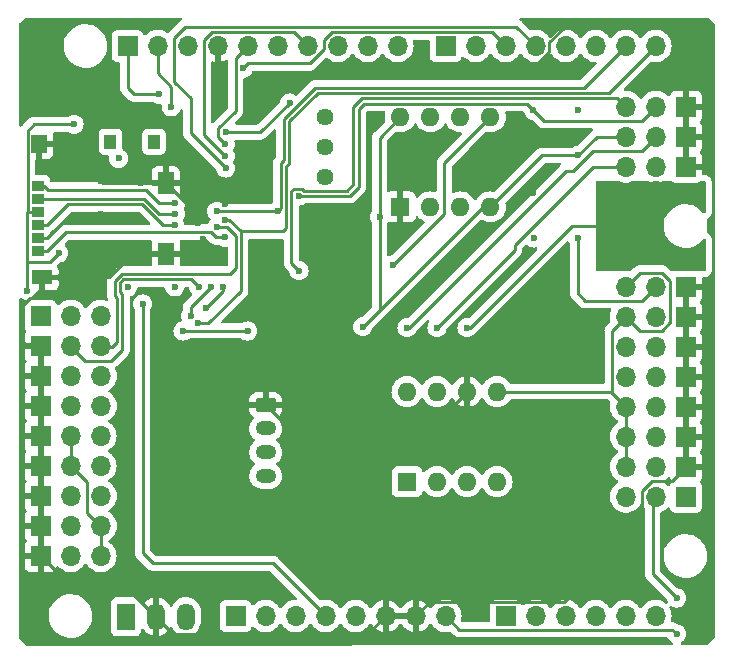
<source format=gbr>
%TF.GenerationSoftware,KiCad,Pcbnew,(7.0.0-0)*%
%TF.CreationDate,2023-06-27T20:57:55+01:00*%
%TF.ProjectId,ArdynoMon,41726479-6e6f-44d6-9f6e-2e6b69636164,Rev 3.5*%
%TF.SameCoordinates,Original*%
%TF.FileFunction,Copper,L2,Bot*%
%TF.FilePolarity,Positive*%
%FSLAX46Y46*%
G04 Gerber Fmt 4.6, Leading zero omitted, Abs format (unit mm)*
G04 Created by KiCad (PCBNEW (7.0.0-0)) date 2023-06-27 20:57:55*
%MOMM*%
%LPD*%
G01*
G04 APERTURE LIST*
G04 Aperture macros list*
%AMRoundRect*
0 Rectangle with rounded corners*
0 $1 Rounding radius*
0 $2 $3 $4 $5 $6 $7 $8 $9 X,Y pos of 4 corners*
0 Add a 4 corners polygon primitive as box body*
4,1,4,$2,$3,$4,$5,$6,$7,$8,$9,$2,$3,0*
0 Add four circle primitives for the rounded corners*
1,1,$1+$1,$2,$3*
1,1,$1+$1,$4,$5*
1,1,$1+$1,$6,$7*
1,1,$1+$1,$8,$9*
0 Add four rect primitives between the rounded corners*
20,1,$1+$1,$2,$3,$4,$5,0*
20,1,$1+$1,$4,$5,$6,$7,0*
20,1,$1+$1,$6,$7,$8,$9,0*
20,1,$1+$1,$8,$9,$2,$3,0*%
G04 Aperture macros list end*
%TA.AperFunction,ComponentPad*%
%ADD10R,1.700000X1.700000*%
%TD*%
%TA.AperFunction,ComponentPad*%
%ADD11O,1.700000X1.700000*%
%TD*%
%TA.AperFunction,ComponentPad*%
%ADD12R,1.600000X1.600000*%
%TD*%
%TA.AperFunction,ComponentPad*%
%ADD13O,1.600000X1.600000*%
%TD*%
%TA.AperFunction,ComponentPad*%
%ADD14RoundRect,0.250000X-0.625000X0.350000X-0.625000X-0.350000X0.625000X-0.350000X0.625000X0.350000X0*%
%TD*%
%TA.AperFunction,ComponentPad*%
%ADD15O,1.750000X1.200000*%
%TD*%
%TA.AperFunction,ComponentPad*%
%ADD16C,1.440000*%
%TD*%
%TA.AperFunction,ComponentPad*%
%ADD17R,1.500000X2.300000*%
%TD*%
%TA.AperFunction,ComponentPad*%
%ADD18O,1.500000X2.300000*%
%TD*%
%TA.AperFunction,SMDPad,CuDef*%
%ADD19R,1.100000X0.850000*%
%TD*%
%TA.AperFunction,SMDPad,CuDef*%
%ADD20R,1.000000X1.200000*%
%TD*%
%TA.AperFunction,SMDPad,CuDef*%
%ADD21R,1.350000X1.550000*%
%TD*%
%TA.AperFunction,SMDPad,CuDef*%
%ADD22R,1.350000X1.900000*%
%TD*%
%TA.AperFunction,SMDPad,CuDef*%
%ADD23R,1.800000X1.170000*%
%TD*%
%TA.AperFunction,ViaPad*%
%ADD24C,0.600000*%
%TD*%
%TA.AperFunction,Conductor*%
%ADD25C,0.250000*%
%TD*%
G04 APERTURE END LIST*
D10*
%TO.P,J19,1,Pin_1*%
%TO.N,/SCL*%
X69595999Y-78739999D03*
D11*
%TO.P,J19,2,Pin_2*%
%TO.N,/SDA*%
X72135999Y-78739999D03*
%TO.P,J19,3,Pin_3*%
%TO.N,unconnected-(J19-Pin_3-Pad3)*%
X74675999Y-78739999D03*
%TO.P,J19,4,Pin_4*%
%TO.N,GND*%
X77215999Y-78739999D03*
%TO.P,J19,5,Pin_5*%
%TO.N,/D13*%
X79755999Y-78739999D03*
%TO.P,J19,6,Pin_6*%
%TO.N,/D12*%
X82295999Y-78739999D03*
%TO.P,J19,7,Pin_7*%
%TO.N,/D11*%
X84835999Y-78739999D03*
%TO.P,J19,8,Pin_8*%
%TO.N,/D10*%
X87375999Y-78739999D03*
%TO.P,J19,9,Pin_9*%
%TO.N,/D9*%
X89915999Y-78739999D03*
%TO.P,J19,10,Pin_10*%
%TO.N,/CLRX*%
X92455999Y-78739999D03*
%TD*%
D10*
%TO.P,JVR1,1,Pin_1*%
%TO.N,GND*%
X116867999Y-106739999D03*
D11*
%TO.P,JVR1,2,Pin_2*%
%TO.N,/VR1-*%
X114327999Y-106739999D03*
%TO.P,JVR1,3,Pin_3*%
%TO.N,/VR1+*%
X111787999Y-106739999D03*
%TD*%
D12*
%TO.P,U1,1,GND*%
%TO.N,GND*%
X92686999Y-92363799D03*
D13*
%TO.P,U1,2,TR*%
%TO.N,Net-(Q2-C)*%
X95226999Y-92363799D03*
%TO.P,U1,3,Q*%
%TO.N,/Strobe*%
X97766999Y-92363799D03*
%TO.P,U1,4,R*%
%TO.N,+5V*%
X100306999Y-92363799D03*
%TO.P,U1,5,CV*%
%TO.N,Net-(U1-CV)*%
X100306999Y-84743799D03*
%TO.P,U1,6,THR*%
%TO.N,Net-(U1-DIS)*%
X97766999Y-84743799D03*
%TO.P,U1,7,DIS*%
X95226999Y-84743799D03*
%TO.P,U1,8,VCC*%
%TO.N,+5V*%
X92686999Y-84743799D03*
%TD*%
D10*
%TO.P,JD2,1,Pin_1*%
%TO.N,GND*%
X116867999Y-99119999D03*
D11*
%TO.P,JD2,2,Pin_2*%
%TO.N,Net-(D2-K)*%
X114327999Y-99119999D03*
%TO.P,JD2,3,Pin_3*%
%TO.N,+5V*%
X111787999Y-99119999D03*
%TD*%
D10*
%TO.P,JD3,1,Pin_1*%
%TO.N,GND*%
X116867999Y-101659999D03*
D11*
%TO.P,JD3,2,Pin_2*%
%TO.N,Net-(D3-K)*%
X114327999Y-101659999D03*
%TO.P,JD3,3,Pin_3*%
%TO.N,+5V*%
X111787999Y-101659999D03*
%TD*%
D10*
%TO.P,JD23,1,Pin_1*%
%TO.N,GND*%
X62244999Y-109219999D03*
D11*
%TO.P,JD23,2,Pin_2*%
%TO.N,/D0*%
X64784999Y-109219999D03*
%TO.P,JD23,3,Pin_3*%
%TO.N,/D1*%
X67324999Y-109219999D03*
%TD*%
D14*
%TO.P,J22,1,Pin_1*%
%TO.N,GND*%
X81280000Y-109125000D03*
D15*
%TO.P,J22,2,Pin_2*%
%TO.N,+5V*%
X81279999Y-111124999D03*
%TO.P,J22,3,Pin_3*%
%TO.N,/SDA*%
X81279999Y-113124999D03*
%TO.P,J22,4,Pin_4*%
%TO.N,/SCL*%
X81279999Y-115124999D03*
%TD*%
D10*
%TO.P,JVR2,1,Pin_1*%
%TO.N,GND*%
X116867999Y-104199999D03*
D11*
%TO.P,JVR2,2,Pin_2*%
%TO.N,/VR2-*%
X114327999Y-104199999D03*
%TO.P,JVR2,3,Pin_3*%
%TO.N,/VR2+*%
X111787999Y-104199999D03*
%TD*%
D10*
%TO.P,J20,1,Pin_1*%
%TO.N,/CLTX*%
X96519999Y-78739999D03*
D11*
%TO.P,J20,2,Pin_2*%
%TO.N,/ALEDS*%
X99059999Y-78739999D03*
%TO.P,J20,3,Pin_3*%
%TO.N,/1W*%
X101599999Y-78739999D03*
%TO.P,J20,4,Pin_4*%
%TO.N,/D4*%
X104139999Y-78739999D03*
%TO.P,J20,5,Pin_5*%
%TO.N,/D3*%
X106679999Y-78739999D03*
%TO.P,J20,6,Pin_6*%
%TO.N,/D2*%
X109219999Y-78739999D03*
%TO.P,J20,7,Pin_7*%
%TO.N,/D1*%
X111759999Y-78739999D03*
%TO.P,J20,8,Pin_8*%
%TO.N,/D0*%
X114299999Y-78739999D03*
%TD*%
D10*
%TO.P,J13,1,Pin_1*%
%TO.N,unconnected-(J13-Pin_1-Pad1)*%
X62244999Y-101599999D03*
D11*
%TO.P,J13,2,Pin_2*%
%TO.N,unconnected-(J13-Pin_2-Pad2)*%
X64784999Y-101599999D03*
%TO.P,J13,3,Pin_3*%
%TO.N,unconnected-(J13-Pin_3-Pad3)*%
X67324999Y-101599999D03*
%TD*%
D10*
%TO.P,JD10,1,Pin_1*%
%TO.N,GND*%
X62229999Y-111759999D03*
D11*
%TO.P,JD10,2,Pin_2*%
%TO.N,+5V*%
X64769999Y-111759999D03*
%TO.P,JD10,3,Pin_3*%
%TO.N,/D10*%
X67309999Y-111759999D03*
%TD*%
D10*
%TO.P,J23,1,Pin_1*%
%TO.N,GND*%
X62244999Y-106679999D03*
D11*
%TO.P,J23,2,Pin_2*%
%TO.N,/rx*%
X64784999Y-106679999D03*
%TO.P,J23,3,Pin_3*%
%TO.N,/tx*%
X67324999Y-106679999D03*
%TD*%
D10*
%TO.P,J15,1,Pin_1*%
%TO.N,GND*%
X62229999Y-121919999D03*
D11*
%TO.P,J15,2,Pin_2*%
%TO.N,/15Vin*%
X64769999Y-121919999D03*
%TO.P,J15,3,Pin_3*%
%TO.N,+5V*%
X67309999Y-121919999D03*
%TD*%
D10*
%TO.P,JA2,1,Pin_1*%
%TO.N,GND*%
X116867999Y-111819999D03*
D11*
%TO.P,JA2,2,Pin_2*%
%TO.N,/A2*%
X114327999Y-111819999D03*
%TO.P,JA2,3,Pin_3*%
%TO.N,+5V*%
X111787999Y-111819999D03*
%TD*%
D10*
%TO.P,JTF0,1,Pin_1*%
%TO.N,GND*%
X116867999Y-86419999D03*
D11*
%TO.P,JTF0,2,Pin_2*%
%TO.N,Net-(JTF0-Pin_2)*%
X114327999Y-86419999D03*
%TO.P,JTF0,3,Pin_3*%
%TO.N,+5V*%
X111787999Y-86419999D03*
%TD*%
D10*
%TO.P,JTS0,1,Pin_1*%
%TO.N,GND*%
X116867999Y-83879999D03*
D11*
%TO.P,JTS0,2,Pin_2*%
%TO.N,/D3*%
X114327999Y-83879999D03*
%TO.P,JTS0,3,Pin_3*%
%TO.N,/Strobe*%
X111787999Y-83879999D03*
%TD*%
D12*
%TO.P,J11,1,Pin_1*%
%TO.N,/VR1-*%
X93255999Y-115619999D03*
D13*
%TO.P,J11,2,Pin_2*%
%TO.N,/VR1+*%
X95795999Y-115619999D03*
%TO.P,J11,3,Pin_3*%
%TO.N,/VR2+*%
X98335999Y-115619999D03*
%TO.P,J11,4,Pin_4*%
%TO.N,/VR2-*%
X100875999Y-115619999D03*
%TO.P,J11,5,Pin_5*%
%TO.N,+5V*%
X100875999Y-107999999D03*
%TO.P,J11,6,Pin_6*%
%TO.N,GND*%
X98335999Y-107999999D03*
%TO.P,J11,7,Pin_7*%
%TO.N,/D3*%
X95795999Y-107999999D03*
%TO.P,J11,8,Pin_8*%
%TO.N,/D2*%
X93255999Y-107999999D03*
%TD*%
D10*
%TO.P,JD78,1,Pin_1*%
%TO.N,GND*%
X62244999Y-116839999D03*
D11*
%TO.P,JD78,2,Pin_2*%
%TO.N,/CLTX*%
X64784999Y-116839999D03*
%TO.P,JD78,3,Pin_3*%
%TO.N,/CLRX*%
X67324999Y-116839999D03*
%TD*%
D10*
%TO.P,JA0,1,Pin_1*%
%TO.N,Net-(JA0-Pin_1)*%
X116867999Y-116899999D03*
D11*
%TO.P,JA0,2,Pin_2*%
%TO.N,Net-(JA0-Pin_2)*%
X114327999Y-116899999D03*
%TO.P,JA0,3,Pin_3*%
%TO.N,/A0*%
X111787999Y-116899999D03*
%TD*%
D10*
%TO.P,JTR0,1,Pin_1*%
%TO.N,GND*%
X116867999Y-88959999D03*
D11*
%TO.P,JTR0,2,Pin_2*%
%TO.N,/PCBcap*%
X114327999Y-88959999D03*
%TO.P,JTR0,3,Pin_3*%
%TO.N,Net-(JTR0-Pin_3)*%
X111787999Y-88959999D03*
%TD*%
D10*
%TO.P,JD9,1,Pin_1*%
%TO.N,GND*%
X62229999Y-114299999D03*
D11*
%TO.P,JD9,2,Pin_2*%
%TO.N,+5V*%
X64769999Y-114299999D03*
%TO.P,JD9,3,Pin_3*%
%TO.N,/D9*%
X67309999Y-114299999D03*
%TD*%
D10*
%TO.P,JA3,1,Pin_1*%
%TO.N,GND*%
X116867999Y-109279999D03*
D11*
%TO.P,JA3,2,Pin_2*%
%TO.N,/A3*%
X114327999Y-109279999D03*
%TO.P,JA3,3,Pin_3*%
%TO.N,+5V*%
X111787999Y-109279999D03*
%TD*%
D10*
%TO.P,J17,1,Pin_1*%
%TO.N,unconnected-(J17-Pin_1-Pad1)*%
X78739999Y-126999999D03*
D11*
%TO.P,J17,2,Pin_2*%
%TO.N,unconnected-(J17-Pin_2-Pad2)*%
X81279999Y-126999999D03*
%TO.P,J17,3,Pin_3*%
%TO.N,unconnected-(J17-Pin_3-Pad3)*%
X83819999Y-126999999D03*
%TO.P,J17,4,Pin_4*%
%TO.N,+3V3*%
X86359999Y-126999999D03*
%TO.P,J17,5,Pin_5*%
%TO.N,+5V*%
X88899999Y-126999999D03*
%TO.P,J17,6,Pin_6*%
%TO.N,GND*%
X91439999Y-126999999D03*
%TO.P,J17,7,Pin_7*%
X93979999Y-126999999D03*
%TO.P,J17,8,Pin_8*%
%TO.N,VCC*%
X96519999Y-126999999D03*
%TD*%
D10*
%TO.P,JD6,1,Pin_1*%
%TO.N,GND*%
X62229999Y-104139999D03*
D11*
%TO.P,JD6,2,Pin_2*%
%TO.N,/1w*%
X64769999Y-104139999D03*
%TO.P,JD6,3,Pin_3*%
%TO.N,/1W*%
X67309999Y-104139999D03*
%TD*%
D10*
%TO.P,JD5,1,Pin_1*%
%TO.N,GND*%
X62244999Y-119379999D03*
D11*
%TO.P,JD5,2,Pin_2*%
%TO.N,/ALEDS*%
X64784999Y-119379999D03*
%TO.P,JD5,3,Pin_3*%
%TO.N,+5V*%
X67324999Y-119379999D03*
%TD*%
D10*
%TO.P,J18,1,Pin_1*%
%TO.N,/A0*%
X101599999Y-126999999D03*
D11*
%TO.P,J18,2,Pin_2*%
%TO.N,/A1*%
X104139999Y-126999999D03*
%TO.P,J18,3,Pin_3*%
%TO.N,/A2*%
X106679999Y-126999999D03*
%TO.P,J18,4,Pin_4*%
%TO.N,/A3*%
X109219999Y-126999999D03*
%TO.P,J18,5,Pin_5*%
%TO.N,unconnected-(J18-Pin_5-Pad5)*%
X111759999Y-126999999D03*
%TO.P,J18,6,Pin_6*%
%TO.N,unconnected-(J18-Pin_6-Pad6)*%
X114299999Y-126999999D03*
%TD*%
D10*
%TO.P,JA1,1,Pin_1*%
%TO.N,GND*%
X116867999Y-114359999D03*
D11*
%TO.P,JA1,2,Pin_2*%
%TO.N,/A1*%
X114327999Y-114359999D03*
%TO.P,JA1,3,Pin_3*%
%TO.N,+5V*%
X111787999Y-114359999D03*
%TD*%
D16*
%TO.P,RV6,1,1*%
%TO.N,Net-(JP3-A)*%
X86337000Y-84743800D03*
%TO.P,RV6,2,2*%
%TO.N,+5V*%
X86337000Y-87283800D03*
%TO.P,RV6,3,3*%
X86337000Y-89823800D03*
%TD*%
D17*
%TO.P,U5,1,IN*%
%TO.N,VCC*%
X69462999Y-127059999D03*
D18*
%TO.P,U5,2,GND*%
%TO.N,GND*%
X72002999Y-127059999D03*
%TO.P,U5,3,OUT*%
%TO.N,+5V*%
X74542999Y-127059999D03*
%TD*%
D19*
%TO.P,J14,2,DAT3/CD*%
%TO.N,/ss*%
X61999399Y-90585599D03*
%TO.P,J14,3,CMD*%
%TO.N,/mosi*%
X61999399Y-91685599D03*
%TO.P,J14,4,VDD*%
%TO.N,+3V3*%
X61999399Y-92785599D03*
%TO.P,J14,5,CLK*%
%TO.N,/sck*%
X61999399Y-93885599D03*
%TO.P,J14,6,VSS*%
%TO.N,GND*%
X61999399Y-94985599D03*
%TO.P,J14,7,DAT0*%
%TO.N,/D12*%
X61999399Y-96085599D03*
D20*
%TO.P,J14,9,DET_B*%
%TO.N,unconnected-(J14-DET_B-Pad9)*%
X68149399Y-86850599D03*
%TO.P,J14,10,DET_A*%
%TO.N,unconnected-(J14-DET_A-Pad10)*%
X71849399Y-86850599D03*
D21*
%TO.P,J14,11,SHIELD*%
%TO.N,GND*%
X62124399Y-87025599D03*
D22*
X72824399Y-90350599D03*
X72824399Y-96320599D03*
D23*
X62349399Y-98345599D03*
%TD*%
D24*
%TO.N,+5V*%
X90932000Y-93218000D03*
X89512000Y-102508800D03*
X107754450Y-87989850D03*
X77904400Y-86033600D03*
X83312000Y-83566000D03*
%TO.N,GND*%
X89691000Y-92171800D03*
X75946000Y-95097600D03*
X100076000Y-86614000D03*
X75539600Y-93726000D03*
X103944450Y-91164850D03*
X65061800Y-87256600D03*
X67310000Y-90170000D03*
X67310000Y-92964000D03*
X70700600Y-96400600D03*
X84103000Y-102331800D03*
X67310000Y-80899000D03*
X77853600Y-92129600D03*
X86868000Y-124206000D03*
X70700600Y-90304600D03*
X102108000Y-81280000D03*
X93218000Y-104902000D03*
%TO.N,+3V3*%
X63754000Y-96266000D03*
X70866000Y-100584000D03*
X65061800Y-85377000D03*
X61112400Y-99466400D03*
%TO.N,/D2*%
X107696000Y-84201000D03*
%TO.N,/D3*%
X103944450Y-84179850D03*
X84074000Y-91440000D03*
%TO.N,/D12*%
X77825600Y-94945200D03*
%TO.N,VCC*%
X116078000Y-128524000D03*
%TO.N,/1W*%
X79375000Y-80645000D03*
X77142400Y-94110800D03*
%TO.N,/1w*%
X75618400Y-99140000D03*
%TO.N,/SCL*%
X72265600Y-82833200D03*
%TO.N,/SDA*%
X73291400Y-83900000D03*
%TO.N,/scl*%
X69596000Y-99161600D03*
%TO.N,/sda*%
X73586400Y-99140000D03*
%TO.N,/rx*%
X76634400Y-99140000D03*
X74930000Y-101600000D03*
%TO.N,/D13*%
X77863400Y-87049600D03*
%TO.N,Net-(JTF0-Pin_2)*%
X93247000Y-102585800D03*
%TO.N,/PCBcap*%
X98327000Y-102585800D03*
%TO.N,/Strobe*%
X84103000Y-97759800D03*
%TO.N,Net-(JA0-Pin_2)*%
X116078000Y-125476000D03*
%TO.N,Net-(JTR0-Pin_3)*%
X95787000Y-102585800D03*
%TO.N,/tx*%
X77701200Y-99140000D03*
X76200000Y-100965000D03*
%TO.N,/D4*%
X77904400Y-89081600D03*
%TO.N,/mosi*%
X73637200Y-92942400D03*
%TO.N,/sck*%
X73586400Y-93907600D03*
%TO.N,/ss*%
X73637200Y-92078800D03*
%TO.N,/D11*%
X77863400Y-88065600D03*
%TO.N,/D1*%
X79756000Y-102870000D03*
X74295000Y-102870000D03*
X82296000Y-92710000D03*
X77142400Y-92739200D03*
%TO.N,/D0*%
X77853600Y-93450400D03*
X75565000Y-102235000D03*
%TO.N,Net-(U1-CV)*%
X92075000Y-97282000D03*
%TO.N,Net-(D2-K)*%
X107696000Y-94996000D03*
%TO.N,Net-(D3-K)*%
X104013000Y-94996000D03*
%TO.N,Net-(JP2-A)*%
X68834000Y-88265000D03*
%TD*%
D25*
%TO.N,+5V*%
X114814701Y-102835000D02*
X112963000Y-102835000D01*
X100307000Y-92363800D02*
X99657000Y-92363800D01*
X107754450Y-87989850D02*
X104680950Y-87989850D01*
X80844400Y-86033600D02*
X83312000Y-83566000D01*
X67338000Y-121980000D02*
X67338000Y-119440000D01*
X109324300Y-86420000D02*
X107754450Y-87989850D01*
X90932000Y-101088800D02*
X90932000Y-93218000D01*
X115503000Y-98633299D02*
X115503000Y-102146701D01*
X90932000Y-86498800D02*
X92687000Y-84743800D01*
X110613000Y-102835000D02*
X110613000Y-107895000D01*
X104680950Y-87989850D02*
X100307000Y-92363800D01*
X67338000Y-119440000D02*
X66150000Y-118252000D01*
X66150000Y-118252000D02*
X66150000Y-115680000D01*
X99657000Y-92363800D02*
X89512000Y-102508800D01*
X110613000Y-107895000D02*
X110508000Y-108000000D01*
X115503000Y-102146701D02*
X114814701Y-102835000D01*
X112963000Y-97945000D02*
X114814701Y-97945000D01*
X111788000Y-101660000D02*
X110613000Y-102835000D01*
X111788000Y-99120000D02*
X112963000Y-97945000D01*
X66150000Y-115680000D02*
X64770000Y-114300000D01*
X110508000Y-108000000D02*
X111788000Y-109280000D01*
X90932000Y-93218000D02*
X90932000Y-86498800D01*
X77904400Y-86033600D02*
X80844400Y-86033600D01*
X111788000Y-111820000D02*
X111788000Y-114360000D01*
X89512000Y-102508800D02*
X90932000Y-101088800D01*
X114814701Y-97945000D02*
X115503000Y-98633299D01*
X64770000Y-114300000D02*
X64770000Y-111803000D01*
X111788000Y-86420000D02*
X109324300Y-86420000D01*
X112963000Y-102835000D02*
X111788000Y-101660000D01*
X111788000Y-109280000D02*
X111788000Y-111820000D01*
X100876000Y-108000000D02*
X110508000Y-108000000D01*
%TO.N,GND*%
X91440000Y-127000000D02*
X91440000Y-120650000D01*
X77853600Y-92129600D02*
X77193200Y-91469200D01*
X116332000Y-77216000D02*
X106542299Y-77216000D01*
X67310000Y-89504800D02*
X67310000Y-90170000D01*
X76785800Y-90350600D02*
X72824400Y-90350600D01*
X114031299Y-115535000D02*
X115693000Y-115535000D01*
X91440000Y-120650000D02*
X91440000Y-116840000D01*
X93980000Y-127000000D02*
X95155000Y-125825000D01*
X60706000Y-100838000D02*
X60706000Y-100711000D01*
X61999400Y-94985600D02*
X62748400Y-94985600D01*
X89905000Y-128535000D02*
X73478000Y-128535000D01*
X91440000Y-116840000D02*
X91440000Y-116205000D01*
X70700600Y-90304600D02*
X72778400Y-90304600D01*
X103261701Y-81280000D02*
X102108000Y-81280000D01*
X91440000Y-119285000D02*
X81280000Y-109125000D01*
X60706000Y-103759000D02*
X61147000Y-104200000D01*
X119180000Y-89608000D02*
X118532000Y-88960000D01*
X116868000Y-83880000D02*
X116868000Y-77752000D01*
X60706000Y-100711000D02*
X61329000Y-100088000D01*
X105315000Y-78443299D02*
X105315000Y-79226701D01*
X113153000Y-119257000D02*
X113153000Y-116413299D01*
X91440000Y-116205000D02*
X91440000Y-114935000D01*
X119180000Y-98552000D02*
X119180000Y-89608000D01*
X91440000Y-116205000D02*
X91440000Y-109855000D01*
X95155000Y-125825000D02*
X106585000Y-125825000D01*
X81941000Y-109125000D02*
X81280000Y-109125000D01*
X118532000Y-88960000D02*
X116868000Y-88960000D01*
X62230000Y-121920000D02*
X63754000Y-123444000D01*
X61147000Y-104200000D02*
X62273000Y-104200000D01*
X73478000Y-128535000D02*
X72003000Y-127060000D01*
X61329000Y-100088000D02*
X61480000Y-100088000D01*
X75539600Y-93065800D02*
X75539600Y-93726000D01*
X72824400Y-90350600D02*
X75539600Y-93065800D01*
X91440000Y-114896000D02*
X91440000Y-114935000D01*
X70700600Y-96400600D02*
X72744400Y-96400600D01*
X62124400Y-87025600D02*
X62133600Y-87025600D01*
X84103000Y-102518000D02*
X84103000Y-102331800D01*
X77193200Y-91469200D02*
X77193200Y-90758000D01*
X68024400Y-98345600D02*
X69969400Y-96400600D01*
X116868000Y-99120000D02*
X118612000Y-99120000D01*
X64830800Y-87025600D02*
X62124400Y-87025600D01*
X106585000Y-125825000D02*
X113153000Y-119257000D01*
X91440000Y-127000000D02*
X93980000Y-127000000D01*
X91440000Y-114896000D02*
X98336000Y-108000000D01*
X74723000Y-96320600D02*
X75946000Y-95097600D01*
X77193200Y-90758000D02*
X76785800Y-90350600D01*
X62349400Y-98345600D02*
X68024400Y-98345600D01*
X115693000Y-115535000D02*
X116868000Y-114360000D01*
X65061800Y-87256600D02*
X67310000Y-89504800D01*
X60706000Y-100838000D02*
X60706000Y-103759000D01*
X91440000Y-109855000D02*
X84103000Y-102518000D01*
X68387000Y-123444000D02*
X72003000Y-127060000D01*
X105315000Y-79226701D02*
X103261701Y-81280000D01*
X67444600Y-90304600D02*
X67310000Y-90170000D01*
X65061800Y-87256600D02*
X64830800Y-87025600D01*
X106542299Y-77216000D02*
X105315000Y-78443299D01*
X91440000Y-116840000D02*
X91440000Y-114896000D01*
X69969400Y-96400600D02*
X70700600Y-96400600D01*
X63754000Y-123444000D02*
X68387000Y-123444000D01*
X113153000Y-116413299D02*
X114031299Y-115535000D01*
X91440000Y-127000000D02*
X89905000Y-128535000D01*
X118612000Y-99120000D02*
X119180000Y-98552000D01*
X72824400Y-96320600D02*
X74723000Y-96320600D01*
X62349400Y-98345600D02*
X62349400Y-99218600D01*
X62748400Y-94985600D02*
X64770000Y-92964000D01*
X91440000Y-120650000D02*
X91440000Y-119285000D01*
X116868000Y-77752000D02*
X116332000Y-77216000D01*
X62349400Y-99218600D02*
X61480000Y-100088000D01*
X64770000Y-92964000D02*
X67310000Y-92964000D01*
X70700600Y-90304600D02*
X67444600Y-90304600D01*
%TO.N,+3V3*%
X61112400Y-92818600D02*
X61112400Y-97028000D01*
X61199400Y-92785600D02*
X61124400Y-92710600D01*
X61673000Y-85377000D02*
X65061800Y-85377000D01*
X71755000Y-122555000D02*
X81915000Y-122555000D01*
X61124400Y-85925600D02*
X61673000Y-85377000D01*
X81915000Y-122555000D02*
X86360000Y-127000000D01*
X62992000Y-97028000D02*
X61112400Y-97028000D01*
X61112400Y-97028000D02*
X61112400Y-99466400D01*
X61124400Y-92764600D02*
X61124400Y-85925600D01*
X61145400Y-92785600D02*
X61124400Y-92764600D01*
X70866000Y-121666000D02*
X71755000Y-122555000D01*
X61999400Y-92785600D02*
X61199400Y-92785600D01*
X63754000Y-96266000D02*
X62992000Y-97028000D01*
X70866000Y-100584000D02*
X70866000Y-121666000D01*
X61999400Y-92785600D02*
X61145400Y-92785600D01*
X61145400Y-92785600D02*
X61112400Y-92818600D01*
%TO.N,/D3*%
X114328000Y-83880000D02*
X113153000Y-85055000D01*
X104819600Y-85055000D02*
X103944450Y-84179850D01*
X88392000Y-91440000D02*
X84074000Y-91440000D01*
X89609200Y-83618800D02*
X89154000Y-84074000D01*
X89154000Y-84074000D02*
X89154000Y-90678000D01*
X113153000Y-85055000D02*
X104819600Y-85055000D01*
X103383400Y-83618800D02*
X89609200Y-83618800D01*
X89154000Y-90678000D02*
X88392000Y-91440000D01*
X103944450Y-84179850D02*
X103383400Y-83618800D01*
%TO.N,/D12*%
X62799400Y-96085600D02*
X61999400Y-96085600D01*
X75627116Y-94532600D02*
X64352400Y-94532600D01*
X76620316Y-94472600D02*
X75687116Y-94472600D01*
X77825600Y-94945200D02*
X77092916Y-94945200D01*
X75687116Y-94472600D02*
X75627116Y-94532600D01*
X77092916Y-94945200D02*
X76620316Y-94472600D01*
X64352400Y-94532600D02*
X62799400Y-96085600D01*
%TO.N,VCC*%
X115729000Y-128175000D02*
X97695000Y-128175000D01*
X97695000Y-128175000D02*
X96520000Y-127000000D01*
X116078000Y-128524000D02*
X115729000Y-128175000D01*
%TO.N,/1W*%
X101600000Y-78740000D02*
X100425000Y-77565000D01*
X78232000Y-98044000D02*
X78740000Y-97536000D01*
X69086604Y-98044000D02*
X78232000Y-98044000D01*
X77975484Y-94110800D02*
X77142400Y-94110800D01*
X79818802Y-80201198D02*
X79375000Y-80645000D01*
X68696000Y-103770000D02*
X68696000Y-100076000D01*
X86201000Y-78253299D02*
X86201000Y-79036701D01*
X79818802Y-80201198D02*
X85036503Y-80201198D01*
X68513000Y-99893000D02*
X68513000Y-98617604D01*
X100425000Y-77565000D02*
X86889299Y-77565000D01*
X67353000Y-104200000D02*
X68266000Y-104200000D01*
X68513000Y-98617604D02*
X69086604Y-98044000D01*
X78740000Y-94875316D02*
X77975484Y-94110800D01*
X68266000Y-104200000D02*
X68696000Y-103770000D01*
X68696000Y-100076000D02*
X68513000Y-99893000D01*
X86889299Y-77565000D02*
X86201000Y-78253299D01*
X78740000Y-97536000D02*
X78740000Y-94875316D01*
X86201000Y-79036701D02*
X85036503Y-80201198D01*
%TO.N,/1w*%
X69146000Y-99751000D02*
X69146000Y-104463000D01*
X69252000Y-98515000D02*
X68963000Y-98804000D01*
X68234000Y-105375000D02*
X65988000Y-105375000D01*
X65988000Y-105375000D02*
X64813000Y-104200000D01*
X75618400Y-99140000D02*
X74993400Y-98515000D01*
X68963000Y-98804000D02*
X68963000Y-99568000D01*
X68963000Y-99568000D02*
X69146000Y-99751000D01*
X69146000Y-104463000D02*
X68234000Y-105375000D01*
X74993400Y-98515000D02*
X69252000Y-98515000D01*
%TO.N,/SCL*%
X70133200Y-82833200D02*
X72265600Y-82833200D01*
X69596000Y-78740000D02*
X69596000Y-82296000D01*
X69596000Y-82296000D02*
X70133200Y-82833200D01*
%TO.N,/SDA*%
X72136000Y-81026000D02*
X72136000Y-78740000D01*
X73291400Y-83900000D02*
X73291400Y-82181400D01*
X73291400Y-82181400D02*
X72136000Y-81026000D01*
%TO.N,/rx*%
X76634400Y-99140000D02*
X74930000Y-100844400D01*
X74930000Y-100844400D02*
X74930000Y-101600000D01*
%TO.N,/D13*%
X78740000Y-84264400D02*
X77279400Y-85725000D01*
X77279400Y-86465600D02*
X77279400Y-85725000D01*
X77863400Y-87049600D02*
X77279400Y-86465600D01*
X78740000Y-79756000D02*
X78740000Y-84264400D01*
X79756000Y-78740000D02*
X78740000Y-79756000D01*
%TO.N,Net-(JTF0-Pin_2)*%
X113153000Y-87595000D02*
X114328000Y-86420000D01*
X93407384Y-102585800D02*
X106680000Y-89313184D01*
X109033184Y-87595000D02*
X113153000Y-87595000D01*
X106680000Y-89313184D02*
X107315000Y-89313184D01*
X93247000Y-102585800D02*
X93407384Y-102585800D01*
X107315000Y-89313184D02*
X109033184Y-87595000D01*
%TO.N,/PCBcap*%
X98582200Y-102585800D02*
X98327000Y-102585800D01*
X113665000Y-93980000D02*
X107188000Y-93980000D01*
X107188000Y-93980000D02*
X98582200Y-102585800D01*
%TO.N,/Strobe*%
X88138000Y-90990000D02*
X84507884Y-90990000D01*
X89422804Y-83168800D02*
X88704000Y-83887604D01*
X83449000Y-91059000D02*
X83449000Y-97105800D01*
X83449000Y-97105800D02*
X84103000Y-97759800D01*
X111076800Y-83168800D02*
X89422804Y-83168800D01*
X88704000Y-90424000D02*
X88138000Y-90990000D01*
X111788000Y-83880000D02*
X111076800Y-83168800D01*
X83693000Y-90815000D02*
X83449000Y-91059000D01*
X88704000Y-83887604D02*
X88704000Y-90424000D01*
X84507884Y-90990000D02*
X84332884Y-90815000D01*
X84332884Y-90815000D02*
X83693000Y-90815000D01*
%TO.N,Net-(JA0-Pin_2)*%
X114046000Y-123444000D02*
X116078000Y-125476000D01*
X114046000Y-117182000D02*
X114046000Y-123444000D01*
%TO.N,Net-(JTR0-Pin_3)*%
X95787000Y-102585800D02*
X102362000Y-96010800D01*
X109032400Y-88960000D02*
X111788000Y-88960000D01*
X102362000Y-95630400D02*
X109032400Y-88960000D01*
X102362000Y-96010800D02*
X102362000Y-95630400D01*
%TO.N,/tx*%
X77701200Y-99463800D02*
X76200000Y-100965000D01*
X77701200Y-99140000D02*
X77701200Y-99463800D01*
%TO.N,/D4*%
X102515000Y-77115000D02*
X104140000Y-78740000D01*
X73501000Y-78063299D02*
X74449299Y-77115000D01*
X74930000Y-86107200D02*
X74930000Y-83183604D01*
X73501000Y-81754604D02*
X73501000Y-78063299D01*
X74930000Y-83183604D02*
X73501000Y-81754604D01*
X77904400Y-89081600D02*
X74930000Y-86107200D01*
X74449299Y-77115000D02*
X102515000Y-77115000D01*
%TO.N,/mosi*%
X70984600Y-91685600D02*
X72241400Y-92942400D01*
X72241400Y-92942400D02*
X73637200Y-92942400D01*
X61999400Y-91685600D02*
X70984600Y-91685600D01*
%TO.N,/sck*%
X70798204Y-92135600D02*
X72570204Y-93907600D01*
X62799400Y-93885600D02*
X64549400Y-92135600D01*
X64549400Y-92135600D02*
X70798204Y-92135600D01*
X72570204Y-93907600D02*
X73586400Y-93907600D01*
X61999400Y-93885600D02*
X62799400Y-93885600D01*
%TO.N,/ss*%
X72277600Y-92078800D02*
X73637200Y-92078800D01*
X62874400Y-90935600D02*
X71134400Y-90935600D01*
X62524400Y-90585600D02*
X62874400Y-90935600D01*
X61999400Y-90585600D02*
X62524400Y-90585600D01*
X71134400Y-90935600D02*
X72277600Y-92078800D01*
%TO.N,/D11*%
X76041000Y-78253299D02*
X76041000Y-86243200D01*
X76041000Y-86243200D02*
X77863400Y-88065600D01*
X83661000Y-77565000D02*
X76729299Y-77565000D01*
X84836000Y-78740000D02*
X83661000Y-77565000D01*
X76729299Y-77565000D02*
X76041000Y-78253299D01*
%TO.N,/D1*%
X82804000Y-88392000D02*
X82549000Y-88647000D01*
X82804000Y-84957884D02*
X82804000Y-88392000D01*
X85493084Y-82268800D02*
X82804000Y-84957884D01*
X79756000Y-102870000D02*
X74295000Y-102870000D01*
X108231200Y-82268800D02*
X85493084Y-82268800D01*
X77157800Y-92754600D02*
X77142400Y-92739200D01*
X82296000Y-92710000D02*
X82251400Y-92754600D01*
X82549000Y-88647000D02*
X82549000Y-92457000D01*
X82549000Y-92457000D02*
X82296000Y-92710000D01*
X82251400Y-92754600D02*
X77157800Y-92754600D01*
X111760000Y-78740000D02*
X108231200Y-82268800D01*
%TO.N,/D0*%
X79190000Y-99493884D02*
X79190000Y-94430000D01*
X78210400Y-93450400D02*
X79190000Y-94430000D01*
X83269400Y-88688600D02*
X83269400Y-85128880D01*
X110321200Y-82718800D02*
X114300000Y-78740000D01*
X75565000Y-102235000D02*
X76448884Y-102235000D01*
X77853600Y-93450400D02*
X78210400Y-93450400D01*
X76448884Y-102235000D02*
X79190000Y-99493884D01*
X79190000Y-94430000D02*
X82735000Y-94430000D01*
X83269400Y-85128880D02*
X85679480Y-82718800D01*
X82999000Y-94166000D02*
X82999000Y-88959000D01*
X82999000Y-88959000D02*
X83269400Y-88688600D01*
X82735000Y-94430000D02*
X82999000Y-94166000D01*
X85679480Y-82718800D02*
X110321200Y-82718800D01*
%TO.N,Net-(U1-CV)*%
X96393000Y-88657800D02*
X100307000Y-84743800D01*
X96393000Y-92964000D02*
X96393000Y-88657800D01*
X92075000Y-97282000D02*
X96393000Y-92964000D01*
%TO.N,Net-(D2-K)*%
X107696000Y-99695000D02*
X108296000Y-100295000D01*
X113153000Y-100295000D02*
X114328000Y-99120000D01*
X107696000Y-94996000D02*
X107696000Y-99695000D01*
X108296000Y-100295000D02*
X113153000Y-100295000D01*
%TD*%
%TA.AperFunction,Conductor*%
%TO.N,GND*%
G36*
X91357282Y-84265088D02*
G01*
X91400814Y-84300814D01*
X91424055Y-84352109D01*
X91422213Y-84408394D01*
X91421191Y-84412209D01*
X91393457Y-84515713D01*
X91392985Y-84521102D01*
X91392984Y-84521111D01*
X91378987Y-84681108D01*
X91373502Y-84743800D01*
X91373974Y-84749195D01*
X91392984Y-84966488D01*
X91393457Y-84971887D01*
X91409176Y-85030553D01*
X91410758Y-85036454D01*
X91410758Y-85100642D01*
X91378664Y-85156229D01*
X90539793Y-85995100D01*
X90531444Y-86002698D01*
X90524982Y-86006800D01*
X90519641Y-86012486D01*
X90519639Y-86012489D01*
X90478338Y-86056469D01*
X90475633Y-86059261D01*
X90455865Y-86079030D01*
X90453481Y-86082102D01*
X90453478Y-86082106D01*
X90453322Y-86082308D01*
X90445752Y-86091170D01*
X90425873Y-86112341D01*
X90415414Y-86123479D01*
X90411659Y-86130307D01*
X90411658Y-86130310D01*
X90405579Y-86141367D01*
X90394903Y-86157619D01*
X90387168Y-86167591D01*
X90387160Y-86167602D01*
X90382386Y-86173759D01*
X90379291Y-86180910D01*
X90379288Y-86180916D01*
X90364786Y-86214428D01*
X90359648Y-86224915D01*
X90342065Y-86256898D01*
X90342061Y-86256906D01*
X90338305Y-86263740D01*
X90336366Y-86271291D01*
X90336363Y-86271299D01*
X90333225Y-86283522D01*
X90326926Y-86301919D01*
X90318819Y-86320655D01*
X90317599Y-86328353D01*
X90317598Y-86328359D01*
X90311888Y-86364411D01*
X90309520Y-86375845D01*
X90300438Y-86411217D01*
X90300436Y-86411226D01*
X90298500Y-86418770D01*
X90298500Y-86426566D01*
X90298500Y-86439185D01*
X90296972Y-86458583D01*
X90293780Y-86478743D01*
X90294514Y-86486508D01*
X90294514Y-86486511D01*
X90297950Y-86522858D01*
X90298500Y-86534527D01*
X90298500Y-92670839D01*
X90279494Y-92736811D01*
X90202659Y-92859092D01*
X90202656Y-92859097D01*
X90198957Y-92864985D01*
X90196660Y-92871547D01*
X90196658Y-92871553D01*
X90141083Y-93030378D01*
X90141081Y-93030383D01*
X90138783Y-93036953D01*
X90138003Y-93043867D01*
X90138002Y-93043876D01*
X90121561Y-93189800D01*
X90118384Y-93218000D01*
X90119164Y-93224923D01*
X90138002Y-93392123D01*
X90138003Y-93392130D01*
X90138783Y-93399047D01*
X90141082Y-93405618D01*
X90141083Y-93405621D01*
X90194161Y-93557311D01*
X90198957Y-93571015D01*
X90202658Y-93576905D01*
X90202659Y-93576907D01*
X90279494Y-93699189D01*
X90298500Y-93765161D01*
X90298500Y-100775033D01*
X90289061Y-100822486D01*
X90262181Y-100862714D01*
X89449941Y-101674952D01*
X89416062Y-101698991D01*
X89376144Y-101710491D01*
X89337876Y-101714802D01*
X89337867Y-101714803D01*
X89330953Y-101715583D01*
X89324383Y-101717881D01*
X89324378Y-101717883D01*
X89165553Y-101773458D01*
X89165547Y-101773460D01*
X89158985Y-101775757D01*
X89153097Y-101779456D01*
X89153092Y-101779459D01*
X89010619Y-101868981D01*
X89010614Y-101868984D01*
X89004719Y-101872689D01*
X88999794Y-101877613D01*
X88999790Y-101877617D01*
X88880817Y-101996590D01*
X88880813Y-101996594D01*
X88875889Y-102001519D01*
X88872184Y-102007414D01*
X88872181Y-102007419D01*
X88782659Y-102149892D01*
X88782656Y-102149897D01*
X88778957Y-102155785D01*
X88776660Y-102162347D01*
X88776658Y-102162353D01*
X88721083Y-102321178D01*
X88721081Y-102321183D01*
X88718783Y-102327753D01*
X88718003Y-102334667D01*
X88718002Y-102334676D01*
X88703149Y-102466510D01*
X88698384Y-102508800D01*
X88699164Y-102515723D01*
X88718002Y-102682923D01*
X88718003Y-102682930D01*
X88718783Y-102689847D01*
X88721082Y-102696418D01*
X88721083Y-102696421D01*
X88774242Y-102848342D01*
X88778957Y-102861815D01*
X88782658Y-102867705D01*
X88782659Y-102867707D01*
X88867016Y-103001960D01*
X88875889Y-103016081D01*
X89004719Y-103144911D01*
X89158985Y-103241843D01*
X89330953Y-103302017D01*
X89337876Y-103302797D01*
X89480288Y-103318843D01*
X89512000Y-103322416D01*
X89693047Y-103302017D01*
X89865015Y-103241843D01*
X90019281Y-103144911D01*
X90148111Y-103016081D01*
X90245043Y-102861815D01*
X90305217Y-102689847D01*
X90310309Y-102644651D01*
X90321809Y-102604734D01*
X90345845Y-102570857D01*
X91324212Y-101592490D01*
X91332550Y-101584904D01*
X91339018Y-101580800D01*
X91385706Y-101531079D01*
X91388324Y-101528378D01*
X91408134Y-101508570D01*
X91408134Y-101508569D01*
X99438537Y-93478165D01*
X99487213Y-93448142D01*
X99544189Y-93443157D01*
X99597338Y-93464273D01*
X99650251Y-93501323D01*
X99857757Y-93598084D01*
X99862977Y-93599482D01*
X99862978Y-93599483D01*
X100073680Y-93655941D01*
X100073682Y-93655941D01*
X100078913Y-93657343D01*
X100307000Y-93677298D01*
X100535087Y-93657343D01*
X100756243Y-93598084D01*
X100963749Y-93501323D01*
X101151300Y-93369998D01*
X101313198Y-93208100D01*
X101444523Y-93020549D01*
X101541284Y-92813043D01*
X101600543Y-92591887D01*
X101620498Y-92363800D01*
X101600543Y-92135713D01*
X101596627Y-92121100D01*
X101585293Y-92078800D01*
X101583241Y-92071142D01*
X101583241Y-92006955D01*
X101615333Y-91951369D01*
X104907034Y-88659669D01*
X104947263Y-88632789D01*
X104994716Y-88623350D01*
X106170068Y-88623350D01*
X106229754Y-88638660D01*
X106274702Y-88680809D01*
X106293812Y-88739389D01*
X106282366Y-88799934D01*
X106252915Y-88835688D01*
X106254888Y-88837789D01*
X106249201Y-88843128D01*
X106242893Y-88847712D01*
X106237926Y-88853714D01*
X106237915Y-88853726D01*
X106214643Y-88881857D01*
X106206783Y-88890495D01*
X93359410Y-101737867D01*
X93312684Y-101767227D01*
X93257846Y-101773406D01*
X93253923Y-101772964D01*
X93247000Y-101772184D01*
X93240077Y-101772964D01*
X93072876Y-101791802D01*
X93072867Y-101791803D01*
X93065953Y-101792583D01*
X93059383Y-101794881D01*
X93059378Y-101794883D01*
X92900553Y-101850458D01*
X92900547Y-101850460D01*
X92893985Y-101852757D01*
X92888097Y-101856456D01*
X92888092Y-101856459D01*
X92745619Y-101945981D01*
X92745614Y-101945984D01*
X92739719Y-101949689D01*
X92734794Y-101954613D01*
X92734790Y-101954617D01*
X92615817Y-102073590D01*
X92615813Y-102073594D01*
X92610889Y-102078519D01*
X92607184Y-102084414D01*
X92607181Y-102084419D01*
X92517659Y-102226892D01*
X92517656Y-102226897D01*
X92513957Y-102232785D01*
X92511660Y-102239347D01*
X92511658Y-102239353D01*
X92456083Y-102398178D01*
X92456081Y-102398183D01*
X92453783Y-102404753D01*
X92453003Y-102411667D01*
X92453002Y-102411676D01*
X92436743Y-102555989D01*
X92433384Y-102585800D01*
X92434164Y-102592723D01*
X92453002Y-102759923D01*
X92453003Y-102759930D01*
X92453783Y-102766847D01*
X92456082Y-102773418D01*
X92456083Y-102773421D01*
X92490929Y-102873007D01*
X92513957Y-102938815D01*
X92517658Y-102944705D01*
X92517659Y-102944707D01*
X92600101Y-103075912D01*
X92610889Y-103093081D01*
X92739719Y-103221911D01*
X92893985Y-103318843D01*
X93065953Y-103379017D01*
X93247000Y-103399416D01*
X93428047Y-103379017D01*
X93600015Y-103318843D01*
X93754281Y-103221911D01*
X93883111Y-103093081D01*
X93980043Y-102938815D01*
X93986719Y-102919733D01*
X94016077Y-102873009D01*
X94948060Y-101941026D01*
X94999189Y-101910218D01*
X95058792Y-101906871D01*
X95113052Y-101931762D01*
X95149393Y-101979122D01*
X95159392Y-102037975D01*
X95140733Y-102094681D01*
X95057659Y-102226892D01*
X95057656Y-102226897D01*
X95053957Y-102232785D01*
X95051660Y-102239347D01*
X95051658Y-102239353D01*
X94996083Y-102398178D01*
X94996081Y-102398183D01*
X94993783Y-102404753D01*
X94993003Y-102411667D01*
X94993002Y-102411676D01*
X94976743Y-102555989D01*
X94973384Y-102585800D01*
X94974164Y-102592723D01*
X94993002Y-102759923D01*
X94993003Y-102759930D01*
X94993783Y-102766847D01*
X94996082Y-102773418D01*
X94996083Y-102773421D01*
X95030929Y-102873007D01*
X95053957Y-102938815D01*
X95057658Y-102944705D01*
X95057659Y-102944707D01*
X95140101Y-103075912D01*
X95150889Y-103093081D01*
X95279719Y-103221911D01*
X95433985Y-103318843D01*
X95605953Y-103379017D01*
X95787000Y-103399416D01*
X95968047Y-103379017D01*
X96140015Y-103318843D01*
X96294281Y-103221911D01*
X96423111Y-103093081D01*
X96520043Y-102938815D01*
X96580217Y-102766847D01*
X96585309Y-102721651D01*
X96596809Y-102681734D01*
X96620845Y-102647857D01*
X102754212Y-96514490D01*
X102762550Y-96506904D01*
X102769018Y-96502800D01*
X102815706Y-96453079D01*
X102818324Y-96450378D01*
X102838134Y-96430570D01*
X102840664Y-96427308D01*
X102848244Y-96418430D01*
X102878586Y-96386121D01*
X102888422Y-96368227D01*
X102899098Y-96351974D01*
X102911613Y-96335841D01*
X102929206Y-96295185D01*
X102934341Y-96284700D01*
X102955695Y-96245860D01*
X102960773Y-96226083D01*
X102967078Y-96207669D01*
X102975181Y-96188945D01*
X102982112Y-96145176D01*
X102984482Y-96133739D01*
X102995500Y-96090830D01*
X102995500Y-96070415D01*
X102997027Y-96051017D01*
X102997065Y-96050772D01*
X103000220Y-96030857D01*
X102996050Y-95986742D01*
X102995500Y-95975073D01*
X102995500Y-95944166D01*
X103004939Y-95896713D01*
X103031819Y-95856485D01*
X103293275Y-95595029D01*
X103348862Y-95562935D01*
X103413050Y-95562935D01*
X103468637Y-95595029D01*
X103505719Y-95632111D01*
X103659985Y-95729043D01*
X103831953Y-95789217D01*
X104013000Y-95809616D01*
X104167411Y-95792218D01*
X104227458Y-95800352D01*
X104276482Y-95835969D01*
X104302774Y-95890565D01*
X104300055Y-95951100D01*
X104268975Y-96003119D01*
X98524625Y-101747468D01*
X98477899Y-101776828D01*
X98423061Y-101783007D01*
X98333923Y-101772964D01*
X98327000Y-101772184D01*
X98320077Y-101772964D01*
X98152876Y-101791802D01*
X98152867Y-101791803D01*
X98145953Y-101792583D01*
X98139383Y-101794881D01*
X98139378Y-101794883D01*
X97980553Y-101850458D01*
X97980547Y-101850460D01*
X97973985Y-101852757D01*
X97968097Y-101856456D01*
X97968092Y-101856459D01*
X97825619Y-101945981D01*
X97825614Y-101945984D01*
X97819719Y-101949689D01*
X97814794Y-101954613D01*
X97814790Y-101954617D01*
X97695817Y-102073590D01*
X97695813Y-102073594D01*
X97690889Y-102078519D01*
X97687184Y-102084414D01*
X97687181Y-102084419D01*
X97597659Y-102226892D01*
X97597656Y-102226897D01*
X97593957Y-102232785D01*
X97591660Y-102239347D01*
X97591658Y-102239353D01*
X97536083Y-102398178D01*
X97536081Y-102398183D01*
X97533783Y-102404753D01*
X97533003Y-102411667D01*
X97533002Y-102411676D01*
X97516743Y-102555989D01*
X97513384Y-102585800D01*
X97514164Y-102592723D01*
X97533002Y-102759923D01*
X97533003Y-102759930D01*
X97533783Y-102766847D01*
X97536082Y-102773418D01*
X97536083Y-102773421D01*
X97570929Y-102873007D01*
X97593957Y-102938815D01*
X97597658Y-102944705D01*
X97597659Y-102944707D01*
X97680101Y-103075912D01*
X97690889Y-103093081D01*
X97819719Y-103221911D01*
X97973985Y-103318843D01*
X98145953Y-103379017D01*
X98327000Y-103399416D01*
X98508047Y-103379017D01*
X98680015Y-103318843D01*
X98834281Y-103221911D01*
X98943609Y-103112581D01*
X98960796Y-103099251D01*
X98960678Y-103099098D01*
X98966842Y-103094315D01*
X98973562Y-103090342D01*
X98987993Y-103075910D01*
X99002788Y-103063272D01*
X99019307Y-103051272D01*
X99047560Y-103017118D01*
X99055403Y-103008499D01*
X106759335Y-95304568D01*
X106809358Y-95274107D01*
X106867785Y-95270003D01*
X106921578Y-95293174D01*
X106958734Y-95338450D01*
X106960658Y-95342446D01*
X106962957Y-95349015D01*
X106966658Y-95354905D01*
X106966659Y-95354907D01*
X107043494Y-95477189D01*
X107062500Y-95543161D01*
X107062500Y-99616154D01*
X107061968Y-99627437D01*
X107060298Y-99634909D01*
X107060543Y-99642705D01*
X107060543Y-99642707D01*
X107062439Y-99703017D01*
X107062500Y-99706913D01*
X107062500Y-99734856D01*
X107062988Y-99738721D01*
X107062989Y-99738732D01*
X107063019Y-99738970D01*
X107063934Y-99750596D01*
X107065081Y-99787096D01*
X107065082Y-99787103D01*
X107065327Y-99794889D01*
X107067500Y-99802370D01*
X107067502Y-99802380D01*
X107071022Y-99814495D01*
X107074967Y-99833542D01*
X107077526Y-99853797D01*
X107080395Y-99861045D01*
X107080398Y-99861054D01*
X107093838Y-99895001D01*
X107097621Y-99906048D01*
X107109982Y-99948593D01*
X107113953Y-99955308D01*
X107113954Y-99955310D01*
X107120375Y-99966168D01*
X107128930Y-99983631D01*
X107131340Y-99989716D01*
X107136448Y-100002617D01*
X107141030Y-100008924D01*
X107141031Y-100008925D01*
X107162491Y-100038462D01*
X107168905Y-100048227D01*
X107175308Y-100059054D01*
X107191458Y-100086362D01*
X107196975Y-100091879D01*
X107196976Y-100091880D01*
X107205889Y-100100793D01*
X107218525Y-100115588D01*
X107225938Y-100125791D01*
X107225943Y-100125796D01*
X107230528Y-100132107D01*
X107264667Y-100160349D01*
X107273308Y-100168212D01*
X107792294Y-100687198D01*
X107799896Y-100695551D01*
X107804000Y-100702018D01*
X107809690Y-100707361D01*
X107853667Y-100748658D01*
X107856465Y-100751369D01*
X107876230Y-100771134D01*
X107879484Y-100773658D01*
X107888367Y-100781244D01*
X107920679Y-100811586D01*
X107927517Y-100815345D01*
X107938568Y-100821421D01*
X107954830Y-100832103D01*
X107964788Y-100839827D01*
X107964792Y-100839829D01*
X107970959Y-100844613D01*
X107978119Y-100847711D01*
X107978122Y-100847713D01*
X108011614Y-100862206D01*
X108022107Y-100867346D01*
X108060940Y-100888695D01*
X108080718Y-100893773D01*
X108099120Y-100900074D01*
X108101734Y-100901205D01*
X108117855Y-100908181D01*
X108161621Y-100915112D01*
X108173041Y-100917477D01*
X108215970Y-100928500D01*
X108236385Y-100928500D01*
X108255783Y-100930027D01*
X108275943Y-100933220D01*
X108314476Y-100929577D01*
X108320058Y-100929050D01*
X108331727Y-100928500D01*
X110435624Y-100928500D01*
X110494641Y-100943445D01*
X110539433Y-100984678D01*
X110559200Y-101042260D01*
X110549180Y-101102308D01*
X110498704Y-101217384D01*
X110497446Y-101222349D01*
X110497445Y-101222354D01*
X110444695Y-101430657D01*
X110444693Y-101430666D01*
X110443436Y-101435632D01*
X110443012Y-101440741D01*
X110443011Y-101440751D01*
X110430437Y-101592501D01*
X110424844Y-101660000D01*
X110425268Y-101665117D01*
X110443011Y-101879248D01*
X110443012Y-101879256D01*
X110443436Y-101884368D01*
X110444693Y-101889335D01*
X110444695Y-101889342D01*
X110471461Y-101995036D01*
X110470806Y-102058394D01*
X110438936Y-102113157D01*
X110220793Y-102331300D01*
X110212444Y-102338898D01*
X110205982Y-102343000D01*
X110200641Y-102348686D01*
X110200639Y-102348689D01*
X110159338Y-102392669D01*
X110156633Y-102395461D01*
X110136865Y-102415230D01*
X110134481Y-102418302D01*
X110134478Y-102418306D01*
X110134322Y-102418508D01*
X110126752Y-102427370D01*
X110096414Y-102459679D01*
X110092659Y-102466507D01*
X110092658Y-102466510D01*
X110086579Y-102477567D01*
X110075903Y-102493819D01*
X110068168Y-102503791D01*
X110068160Y-102503802D01*
X110063386Y-102509959D01*
X110060291Y-102517110D01*
X110060288Y-102517116D01*
X110045786Y-102550628D01*
X110040648Y-102561115D01*
X110023065Y-102593098D01*
X110023061Y-102593106D01*
X110019305Y-102599940D01*
X110017366Y-102607491D01*
X110017363Y-102607499D01*
X110014225Y-102619722D01*
X110007926Y-102638119D01*
X109999819Y-102656855D01*
X109998599Y-102664553D01*
X109998598Y-102664559D01*
X109992888Y-102700611D01*
X109990520Y-102712045D01*
X109981438Y-102747417D01*
X109981436Y-102747426D01*
X109979500Y-102754970D01*
X109979500Y-102762766D01*
X109979500Y-102775385D01*
X109977972Y-102794783D01*
X109974780Y-102814943D01*
X109975514Y-102822708D01*
X109975514Y-102822711D01*
X109978950Y-102859058D01*
X109979500Y-102870727D01*
X109979500Y-107242500D01*
X109962887Y-107304500D01*
X109917500Y-107349887D01*
X109855500Y-107366500D01*
X102094353Y-107366500D01*
X102037096Y-107352489D01*
X101992778Y-107313624D01*
X101885303Y-107160134D01*
X101885301Y-107160132D01*
X101882198Y-107155700D01*
X101720300Y-106993802D01*
X101715869Y-106990699D01*
X101715865Y-106990696D01*
X101537186Y-106865584D01*
X101537187Y-106865584D01*
X101532749Y-106862477D01*
X101527834Y-106860185D01*
X101330146Y-106768002D01*
X101330143Y-106768000D01*
X101325243Y-106765716D01*
X101320028Y-106764318D01*
X101320021Y-106764316D01*
X101109319Y-106707858D01*
X101109308Y-106707856D01*
X101104087Y-106706457D01*
X101098695Y-106705985D01*
X101098688Y-106705984D01*
X100881395Y-106686974D01*
X100876000Y-106686502D01*
X100870605Y-106686974D01*
X100653311Y-106705984D01*
X100653302Y-106705985D01*
X100647913Y-106706457D01*
X100642692Y-106707855D01*
X100642680Y-106707858D01*
X100431978Y-106764316D01*
X100431967Y-106764319D01*
X100426757Y-106765716D01*
X100421860Y-106767999D01*
X100421853Y-106768002D01*
X100224165Y-106860185D01*
X100224159Y-106860188D01*
X100219251Y-106862477D01*
X100214817Y-106865581D01*
X100214813Y-106865584D01*
X100036134Y-106990696D01*
X100036124Y-106990703D01*
X100031700Y-106993802D01*
X100027874Y-106997627D01*
X100027868Y-106997633D01*
X99873633Y-107151868D01*
X99873627Y-107151874D01*
X99869802Y-107155700D01*
X99866703Y-107160124D01*
X99866696Y-107160134D01*
X99741584Y-107338813D01*
X99741581Y-107338817D01*
X99738477Y-107343251D01*
X99736189Y-107348156D01*
X99736187Y-107348161D01*
X99713693Y-107396401D01*
X99667936Y-107448577D01*
X99601311Y-107467996D01*
X99534686Y-107448576D01*
X99488929Y-107396401D01*
X99468420Y-107352419D01*
X99463032Y-107343087D01*
X99338767Y-107165618D01*
X99331830Y-107157352D01*
X99178647Y-107004169D01*
X99170381Y-106997232D01*
X98992912Y-106872967D01*
X98983580Y-106867579D01*
X98787234Y-106776022D01*
X98777092Y-106772330D01*
X98599780Y-106724820D01*
X98588551Y-106724452D01*
X98586000Y-106735395D01*
X98586000Y-109264605D01*
X98588551Y-109275547D01*
X98599780Y-109275179D01*
X98777092Y-109227669D01*
X98787234Y-109223977D01*
X98983580Y-109132420D01*
X98992912Y-109127032D01*
X99170381Y-109002767D01*
X99178647Y-108995830D01*
X99331830Y-108842647D01*
X99338767Y-108834381D01*
X99463032Y-108656912D01*
X99468417Y-108647585D01*
X99488928Y-108603599D01*
X99534685Y-108551423D01*
X99601311Y-108532003D01*
X99667936Y-108551423D01*
X99713693Y-108603599D01*
X99729446Y-108637383D01*
X99738477Y-108656749D01*
X99741584Y-108661186D01*
X99866696Y-108839865D01*
X99866699Y-108839869D01*
X99869802Y-108844300D01*
X100031700Y-109006198D01*
X100036132Y-109009301D01*
X100036134Y-109009303D01*
X100095188Y-109050653D01*
X100219251Y-109137523D01*
X100426757Y-109234284D01*
X100431977Y-109235682D01*
X100431978Y-109235683D01*
X100642680Y-109292141D01*
X100642682Y-109292141D01*
X100647913Y-109293543D01*
X100876000Y-109313498D01*
X101104087Y-109293543D01*
X101325243Y-109234284D01*
X101532749Y-109137523D01*
X101720300Y-109006198D01*
X101882198Y-108844300D01*
X101992777Y-108686376D01*
X102037096Y-108647511D01*
X102094353Y-108633500D01*
X110194234Y-108633500D01*
X110241687Y-108642939D01*
X110281915Y-108669819D01*
X110438936Y-108826840D01*
X110470806Y-108881603D01*
X110471461Y-108944960D01*
X110444696Y-109050653D01*
X110444694Y-109050662D01*
X110443436Y-109055632D01*
X110443012Y-109060741D01*
X110443011Y-109060751D01*
X110436650Y-109137523D01*
X110424844Y-109280000D01*
X110425268Y-109285117D01*
X110443011Y-109499248D01*
X110443012Y-109499256D01*
X110443436Y-109504368D01*
X110444693Y-109509335D01*
X110444695Y-109509342D01*
X110472961Y-109620959D01*
X110498704Y-109722616D01*
X110500764Y-109727312D01*
X110587080Y-109924096D01*
X110587083Y-109924101D01*
X110589140Y-109928791D01*
X110621809Y-109978795D01*
X110709474Y-110112977D01*
X110709477Y-110112981D01*
X110712278Y-110117268D01*
X110715752Y-110121041D01*
X110715753Y-110121043D01*
X110861288Y-110279135D01*
X110861291Y-110279138D01*
X110864760Y-110282906D01*
X110891575Y-110303777D01*
X111038376Y-110418039D01*
X111038381Y-110418042D01*
X111042424Y-110421189D01*
X111046931Y-110423628D01*
X111046934Y-110423630D01*
X111078930Y-110440945D01*
X111126436Y-110486526D01*
X111143913Y-110550000D01*
X111126436Y-110613474D01*
X111078930Y-110659055D01*
X111046934Y-110676369D01*
X111046922Y-110676376D01*
X111042424Y-110678811D01*
X111038389Y-110681951D01*
X111038376Y-110681960D01*
X110868801Y-110813948D01*
X110868795Y-110813952D01*
X110864760Y-110817094D01*
X110861297Y-110820855D01*
X110861288Y-110820864D01*
X110715753Y-110978956D01*
X110715747Y-110978963D01*
X110712278Y-110982732D01*
X110709481Y-110987012D01*
X110709474Y-110987022D01*
X110625273Y-111115903D01*
X110589140Y-111171209D01*
X110587085Y-111175892D01*
X110587080Y-111175903D01*
X110525022Y-111317384D01*
X110498704Y-111377384D01*
X110497446Y-111382349D01*
X110497445Y-111382354D01*
X110444695Y-111590657D01*
X110444693Y-111590666D01*
X110443436Y-111595632D01*
X110443012Y-111600741D01*
X110443011Y-111600751D01*
X110436744Y-111676390D01*
X110424844Y-111820000D01*
X110425268Y-111825117D01*
X110443011Y-112039248D01*
X110443012Y-112039256D01*
X110443436Y-112044368D01*
X110444693Y-112049335D01*
X110444695Y-112049342D01*
X110494650Y-112246606D01*
X110498704Y-112262616D01*
X110500764Y-112267312D01*
X110587080Y-112464096D01*
X110587083Y-112464101D01*
X110589140Y-112468791D01*
X110599205Y-112484196D01*
X110709474Y-112652977D01*
X110709477Y-112652981D01*
X110712278Y-112657268D01*
X110715752Y-112661041D01*
X110715753Y-112661043D01*
X110861288Y-112819135D01*
X110861291Y-112819138D01*
X110864760Y-112822906D01*
X110868801Y-112826051D01*
X111038376Y-112958039D01*
X111038381Y-112958042D01*
X111042424Y-112961189D01*
X111046931Y-112963628D01*
X111046934Y-112963630D01*
X111078930Y-112980945D01*
X111126436Y-113026526D01*
X111143913Y-113090000D01*
X111126436Y-113153474D01*
X111078930Y-113199055D01*
X111046934Y-113216369D01*
X111046922Y-113216376D01*
X111042424Y-113218811D01*
X111038389Y-113221951D01*
X111038376Y-113221960D01*
X110868801Y-113353948D01*
X110868795Y-113353952D01*
X110864760Y-113357094D01*
X110861297Y-113360855D01*
X110861288Y-113360864D01*
X110715753Y-113518956D01*
X110715747Y-113518963D01*
X110712278Y-113522732D01*
X110709481Y-113527012D01*
X110709474Y-113527022D01*
X110594870Y-113702438D01*
X110589140Y-113711209D01*
X110587085Y-113715892D01*
X110587080Y-113715903D01*
X110526412Y-113854215D01*
X110498704Y-113917384D01*
X110497446Y-113922349D01*
X110497445Y-113922354D01*
X110444695Y-114130657D01*
X110444693Y-114130666D01*
X110443436Y-114135632D01*
X110443012Y-114140741D01*
X110443011Y-114140751D01*
X110427507Y-114327858D01*
X110424844Y-114360000D01*
X110425268Y-114365117D01*
X110443011Y-114579248D01*
X110443012Y-114579256D01*
X110443436Y-114584368D01*
X110444693Y-114589335D01*
X110444695Y-114589342D01*
X110493829Y-114783367D01*
X110498704Y-114802616D01*
X110500764Y-114807312D01*
X110587080Y-115004096D01*
X110587083Y-115004101D01*
X110589140Y-115008791D01*
X110630447Y-115072016D01*
X110709474Y-115192977D01*
X110709477Y-115192981D01*
X110712278Y-115197268D01*
X110715752Y-115201041D01*
X110715753Y-115201043D01*
X110861288Y-115359135D01*
X110861291Y-115359138D01*
X110864760Y-115362906D01*
X110896393Y-115387527D01*
X111038376Y-115498039D01*
X111038381Y-115498042D01*
X111042424Y-115501189D01*
X111046931Y-115503628D01*
X111046934Y-115503630D01*
X111078930Y-115520945D01*
X111126436Y-115566526D01*
X111143913Y-115630000D01*
X111126436Y-115693474D01*
X111078930Y-115739055D01*
X111046934Y-115756369D01*
X111046922Y-115756376D01*
X111042424Y-115758811D01*
X111038389Y-115761951D01*
X111038376Y-115761960D01*
X110868801Y-115893948D01*
X110868795Y-115893952D01*
X110864760Y-115897094D01*
X110861297Y-115900855D01*
X110861288Y-115900864D01*
X110715753Y-116058956D01*
X110715747Y-116058963D01*
X110712278Y-116062732D01*
X110709481Y-116067012D01*
X110709474Y-116067022D01*
X110601440Y-116232382D01*
X110589140Y-116251209D01*
X110587085Y-116255892D01*
X110587080Y-116255903D01*
X110500764Y-116452687D01*
X110498704Y-116457384D01*
X110497446Y-116462349D01*
X110497445Y-116462354D01*
X110444695Y-116670657D01*
X110444693Y-116670666D01*
X110443436Y-116675632D01*
X110443012Y-116680741D01*
X110443011Y-116680751D01*
X110434517Y-116783261D01*
X110424844Y-116900000D01*
X110425268Y-116905117D01*
X110443011Y-117119248D01*
X110443012Y-117119256D01*
X110443436Y-117124368D01*
X110444693Y-117129335D01*
X110444695Y-117129342D01*
X110482251Y-117277645D01*
X110498704Y-117342616D01*
X110500764Y-117347312D01*
X110587080Y-117544096D01*
X110587083Y-117544101D01*
X110589140Y-117548791D01*
X110594870Y-117557561D01*
X110709474Y-117732977D01*
X110709477Y-117732981D01*
X110712278Y-117737268D01*
X110715752Y-117741041D01*
X110715753Y-117741043D01*
X110861288Y-117899135D01*
X110861291Y-117899138D01*
X110864760Y-117902906D01*
X110868801Y-117906051D01*
X111038376Y-118038039D01*
X111038381Y-118038042D01*
X111042424Y-118041189D01*
X111046931Y-118043628D01*
X111046934Y-118043630D01*
X111218281Y-118136358D01*
X111240426Y-118148342D01*
X111453365Y-118221444D01*
X111675431Y-118258500D01*
X111895436Y-118258500D01*
X111900569Y-118258500D01*
X112122635Y-118221444D01*
X112335574Y-118148342D01*
X112533576Y-118041189D01*
X112711240Y-117902906D01*
X112863722Y-117737268D01*
X112905726Y-117672977D01*
X112954191Y-117598795D01*
X112998982Y-117557561D01*
X113058000Y-117542616D01*
X113117018Y-117557561D01*
X113161809Y-117598795D01*
X113249470Y-117732972D01*
X113249478Y-117732982D01*
X113252278Y-117737268D01*
X113255752Y-117741041D01*
X113255753Y-117741043D01*
X113279857Y-117767227D01*
X113378968Y-117874889D01*
X113379729Y-117875715D01*
X113404017Y-117914623D01*
X113412500Y-117959698D01*
X113412500Y-123365154D01*
X113411968Y-123376437D01*
X113410298Y-123383909D01*
X113410543Y-123391705D01*
X113410543Y-123391707D01*
X113412439Y-123452017D01*
X113412500Y-123455913D01*
X113412500Y-123483856D01*
X113412988Y-123487721D01*
X113412989Y-123487732D01*
X113413019Y-123487970D01*
X113413934Y-123499596D01*
X113415081Y-123536096D01*
X113415082Y-123536103D01*
X113415327Y-123543889D01*
X113417500Y-123551370D01*
X113417502Y-123551380D01*
X113421022Y-123563495D01*
X113424967Y-123582542D01*
X113427526Y-123602797D01*
X113430395Y-123610045D01*
X113430398Y-123610054D01*
X113443838Y-123644001D01*
X113447621Y-123655048D01*
X113459982Y-123697593D01*
X113463953Y-123704308D01*
X113463954Y-123704310D01*
X113470375Y-123715168D01*
X113478930Y-123732631D01*
X113486448Y-123751617D01*
X113491030Y-123757924D01*
X113491031Y-123757925D01*
X113512491Y-123787462D01*
X113518905Y-123797227D01*
X113541458Y-123835362D01*
X113546976Y-123840880D01*
X113555889Y-123849793D01*
X113568525Y-123864588D01*
X113575938Y-123874791D01*
X113575943Y-123874796D01*
X113580528Y-123881107D01*
X113614667Y-123909349D01*
X113623308Y-123917212D01*
X115244151Y-125538056D01*
X115268190Y-125571935D01*
X115279690Y-125611851D01*
X115284003Y-125650131D01*
X115284004Y-125650136D01*
X115284783Y-125657047D01*
X115332276Y-125792775D01*
X115337293Y-125855581D01*
X115310796Y-125912746D01*
X115259626Y-125949509D01*
X115196994Y-125956379D01*
X115139072Y-125931581D01*
X115049629Y-125861965D01*
X115049624Y-125861961D01*
X115045576Y-125858811D01*
X115041071Y-125856373D01*
X115041065Y-125856369D01*
X114852080Y-125754096D01*
X114852074Y-125754093D01*
X114847574Y-125751658D01*
X114842733Y-125749996D01*
X114842726Y-125749993D01*
X114639488Y-125680222D01*
X114639487Y-125680221D01*
X114634635Y-125678556D01*
X114629585Y-125677713D01*
X114629576Y-125677711D01*
X114417631Y-125642344D01*
X114417622Y-125642343D01*
X114412569Y-125641500D01*
X114187431Y-125641500D01*
X114182378Y-125642343D01*
X114182368Y-125642344D01*
X113970423Y-125677711D01*
X113970411Y-125677713D01*
X113965365Y-125678556D01*
X113960515Y-125680220D01*
X113960511Y-125680222D01*
X113757273Y-125749993D01*
X113757262Y-125749997D01*
X113752426Y-125751658D01*
X113747929Y-125754091D01*
X113747919Y-125754096D01*
X113558934Y-125856369D01*
X113558922Y-125856376D01*
X113554424Y-125858811D01*
X113550389Y-125861951D01*
X113550376Y-125861960D01*
X113380801Y-125993948D01*
X113380795Y-125993952D01*
X113376760Y-125997094D01*
X113373297Y-126000855D01*
X113373288Y-126000864D01*
X113227753Y-126158956D01*
X113227747Y-126158963D01*
X113224278Y-126162732D01*
X113221481Y-126167012D01*
X113221474Y-126167022D01*
X113133809Y-126301205D01*
X113089017Y-126342438D01*
X113030000Y-126357383D01*
X112970983Y-126342438D01*
X112926191Y-126301205D01*
X112838525Y-126167022D01*
X112838523Y-126167020D01*
X112835722Y-126162732D01*
X112832246Y-126158956D01*
X112686711Y-126000864D01*
X112686706Y-126000859D01*
X112683240Y-125997094D01*
X112657912Y-125977380D01*
X112509623Y-125861960D01*
X112509615Y-125861955D01*
X112505576Y-125858811D01*
X112501071Y-125856373D01*
X112501065Y-125856369D01*
X112312080Y-125754096D01*
X112312074Y-125754093D01*
X112307574Y-125751658D01*
X112302733Y-125749996D01*
X112302726Y-125749993D01*
X112099488Y-125680222D01*
X112099487Y-125680221D01*
X112094635Y-125678556D01*
X112089585Y-125677713D01*
X112089576Y-125677711D01*
X111877631Y-125642344D01*
X111877622Y-125642343D01*
X111872569Y-125641500D01*
X111647431Y-125641500D01*
X111642378Y-125642343D01*
X111642368Y-125642344D01*
X111430423Y-125677711D01*
X111430411Y-125677713D01*
X111425365Y-125678556D01*
X111420515Y-125680220D01*
X111420511Y-125680222D01*
X111217273Y-125749993D01*
X111217262Y-125749997D01*
X111212426Y-125751658D01*
X111207929Y-125754091D01*
X111207919Y-125754096D01*
X111018934Y-125856369D01*
X111018922Y-125856376D01*
X111014424Y-125858811D01*
X111010389Y-125861951D01*
X111010376Y-125861960D01*
X110840801Y-125993948D01*
X110840795Y-125993952D01*
X110836760Y-125997094D01*
X110833297Y-126000855D01*
X110833288Y-126000864D01*
X110687753Y-126158956D01*
X110687747Y-126158963D01*
X110684278Y-126162732D01*
X110681481Y-126167012D01*
X110681474Y-126167022D01*
X110593809Y-126301205D01*
X110549017Y-126342438D01*
X110490000Y-126357383D01*
X110430983Y-126342438D01*
X110386191Y-126301205D01*
X110298525Y-126167022D01*
X110298523Y-126167020D01*
X110295722Y-126162732D01*
X110292246Y-126158956D01*
X110146711Y-126000864D01*
X110146706Y-126000859D01*
X110143240Y-125997094D01*
X110117912Y-125977380D01*
X109969623Y-125861960D01*
X109969615Y-125861955D01*
X109965576Y-125858811D01*
X109961071Y-125856373D01*
X109961065Y-125856369D01*
X109772080Y-125754096D01*
X109772074Y-125754093D01*
X109767574Y-125751658D01*
X109762733Y-125749996D01*
X109762726Y-125749993D01*
X109559488Y-125680222D01*
X109559487Y-125680221D01*
X109554635Y-125678556D01*
X109549585Y-125677713D01*
X109549576Y-125677711D01*
X109337631Y-125642344D01*
X109337622Y-125642343D01*
X109332569Y-125641500D01*
X109107431Y-125641500D01*
X109102378Y-125642343D01*
X109102368Y-125642344D01*
X108890423Y-125677711D01*
X108890411Y-125677713D01*
X108885365Y-125678556D01*
X108880515Y-125680220D01*
X108880511Y-125680222D01*
X108677273Y-125749993D01*
X108677262Y-125749997D01*
X108672426Y-125751658D01*
X108667929Y-125754091D01*
X108667919Y-125754096D01*
X108478934Y-125856369D01*
X108478922Y-125856376D01*
X108474424Y-125858811D01*
X108470389Y-125861951D01*
X108470376Y-125861960D01*
X108300801Y-125993948D01*
X108300795Y-125993952D01*
X108296760Y-125997094D01*
X108293297Y-126000855D01*
X108293288Y-126000864D01*
X108147753Y-126158956D01*
X108147747Y-126158963D01*
X108144278Y-126162732D01*
X108141481Y-126167012D01*
X108141474Y-126167022D01*
X108053809Y-126301205D01*
X108009017Y-126342438D01*
X107950000Y-126357383D01*
X107890983Y-126342438D01*
X107846191Y-126301205D01*
X107758525Y-126167022D01*
X107758523Y-126167020D01*
X107755722Y-126162732D01*
X107752246Y-126158956D01*
X107606711Y-126000864D01*
X107606706Y-126000859D01*
X107603240Y-125997094D01*
X107577912Y-125977380D01*
X107429623Y-125861960D01*
X107429615Y-125861955D01*
X107425576Y-125858811D01*
X107421071Y-125856373D01*
X107421065Y-125856369D01*
X107232080Y-125754096D01*
X107232074Y-125754093D01*
X107227574Y-125751658D01*
X107222733Y-125749996D01*
X107222726Y-125749993D01*
X107019488Y-125680222D01*
X107019487Y-125680221D01*
X107014635Y-125678556D01*
X107009585Y-125677713D01*
X107009576Y-125677711D01*
X106797631Y-125642344D01*
X106797622Y-125642343D01*
X106792569Y-125641500D01*
X106567431Y-125641500D01*
X106562378Y-125642343D01*
X106562368Y-125642344D01*
X106350423Y-125677711D01*
X106350411Y-125677713D01*
X106345365Y-125678556D01*
X106340515Y-125680220D01*
X106340511Y-125680222D01*
X106137273Y-125749993D01*
X106137262Y-125749997D01*
X106132426Y-125751658D01*
X106127929Y-125754091D01*
X106127919Y-125754096D01*
X105938934Y-125856369D01*
X105938922Y-125856376D01*
X105934424Y-125858811D01*
X105930389Y-125861951D01*
X105930376Y-125861960D01*
X105760801Y-125993948D01*
X105760795Y-125993952D01*
X105756760Y-125997094D01*
X105753297Y-126000855D01*
X105753288Y-126000864D01*
X105607753Y-126158956D01*
X105607747Y-126158963D01*
X105604278Y-126162732D01*
X105601481Y-126167012D01*
X105601474Y-126167022D01*
X105513809Y-126301205D01*
X105469017Y-126342438D01*
X105410000Y-126357383D01*
X105350983Y-126342438D01*
X105306191Y-126301205D01*
X105218525Y-126167022D01*
X105218523Y-126167020D01*
X105215722Y-126162732D01*
X105212246Y-126158956D01*
X105066711Y-126000864D01*
X105066706Y-126000859D01*
X105063240Y-125997094D01*
X105037912Y-125977380D01*
X104889623Y-125861960D01*
X104889615Y-125861955D01*
X104885576Y-125858811D01*
X104881071Y-125856373D01*
X104881065Y-125856369D01*
X104692080Y-125754096D01*
X104692074Y-125754093D01*
X104687574Y-125751658D01*
X104682733Y-125749996D01*
X104682726Y-125749993D01*
X104479488Y-125680222D01*
X104479487Y-125680221D01*
X104474635Y-125678556D01*
X104469585Y-125677713D01*
X104469576Y-125677711D01*
X104257631Y-125642344D01*
X104257622Y-125642343D01*
X104252569Y-125641500D01*
X104027431Y-125641500D01*
X104022378Y-125642343D01*
X104022368Y-125642344D01*
X103810423Y-125677711D01*
X103810411Y-125677713D01*
X103805365Y-125678556D01*
X103800515Y-125680220D01*
X103800511Y-125680222D01*
X103597273Y-125749993D01*
X103597262Y-125749997D01*
X103592426Y-125751658D01*
X103587929Y-125754091D01*
X103587919Y-125754096D01*
X103398934Y-125856369D01*
X103398922Y-125856376D01*
X103394424Y-125858811D01*
X103390389Y-125861951D01*
X103390376Y-125861960D01*
X103220801Y-125993948D01*
X103220795Y-125993952D01*
X103216760Y-125997094D01*
X103213294Y-126000858D01*
X103213294Y-126000859D01*
X103153548Y-126065760D01*
X103100924Y-126099613D01*
X103038470Y-126103461D01*
X102982089Y-126076323D01*
X102946137Y-126025110D01*
X102941212Y-126011907D01*
X102900889Y-125903796D01*
X102813261Y-125786739D01*
X102766398Y-125751658D01*
X102703304Y-125704426D01*
X102703303Y-125704425D01*
X102696204Y-125699111D01*
X102687896Y-125696012D01*
X102687894Y-125696011D01*
X102566463Y-125650719D01*
X102566458Y-125650717D01*
X102559201Y-125648011D01*
X102551497Y-125647182D01*
X102551494Y-125647182D01*
X102501924Y-125641853D01*
X102501918Y-125641852D01*
X102498638Y-125641500D01*
X100701362Y-125641500D01*
X100698082Y-125641852D01*
X100698075Y-125641853D01*
X100648505Y-125647182D01*
X100648500Y-125647182D01*
X100640799Y-125648011D01*
X100633543Y-125650717D01*
X100633536Y-125650719D01*
X100512105Y-125696011D01*
X100512099Y-125696013D01*
X100503796Y-125699111D01*
X100496698Y-125704423D01*
X100496695Y-125704426D01*
X100393835Y-125781426D01*
X100393831Y-125781429D01*
X100386739Y-125786739D01*
X100381429Y-125793831D01*
X100381426Y-125793835D01*
X100304426Y-125896695D01*
X100304423Y-125896698D01*
X100299111Y-125903796D01*
X100296013Y-125912099D01*
X100296011Y-125912105D01*
X100250719Y-126033536D01*
X100250717Y-126033543D01*
X100248011Y-126040799D01*
X100247182Y-126048500D01*
X100247182Y-126048505D01*
X100241853Y-126098075D01*
X100241500Y-126101362D01*
X100241500Y-126104672D01*
X100241500Y-127417500D01*
X100224887Y-127479500D01*
X100179500Y-127524887D01*
X100117500Y-127541500D01*
X98008766Y-127541500D01*
X97961313Y-127532061D01*
X97921085Y-127505181D01*
X97869063Y-127453159D01*
X97837193Y-127398396D01*
X97836539Y-127335037D01*
X97863303Y-127229350D01*
X97863304Y-127229342D01*
X97864564Y-127224368D01*
X97883156Y-127000000D01*
X97864564Y-126775632D01*
X97809296Y-126557384D01*
X97718860Y-126351209D01*
X97603740Y-126175005D01*
X97598525Y-126167022D01*
X97598523Y-126167020D01*
X97595722Y-126162732D01*
X97592246Y-126158956D01*
X97446711Y-126000864D01*
X97446706Y-126000859D01*
X97443240Y-125997094D01*
X97417912Y-125977380D01*
X97269623Y-125861960D01*
X97269615Y-125861955D01*
X97265576Y-125858811D01*
X97261071Y-125856373D01*
X97261065Y-125856369D01*
X97072080Y-125754096D01*
X97072074Y-125754093D01*
X97067574Y-125751658D01*
X97062733Y-125749996D01*
X97062726Y-125749993D01*
X96859488Y-125680222D01*
X96859487Y-125680221D01*
X96854635Y-125678556D01*
X96849585Y-125677713D01*
X96849576Y-125677711D01*
X96637631Y-125642344D01*
X96637622Y-125642343D01*
X96632569Y-125641500D01*
X96407431Y-125641500D01*
X96402378Y-125642343D01*
X96402368Y-125642344D01*
X96190423Y-125677711D01*
X96190411Y-125677713D01*
X96185365Y-125678556D01*
X96180515Y-125680220D01*
X96180511Y-125680222D01*
X95977273Y-125749993D01*
X95977262Y-125749997D01*
X95972426Y-125751658D01*
X95967929Y-125754091D01*
X95967919Y-125754096D01*
X95778934Y-125856369D01*
X95778922Y-125856376D01*
X95774424Y-125858811D01*
X95770389Y-125861951D01*
X95770376Y-125861960D01*
X95600801Y-125993948D01*
X95600795Y-125993952D01*
X95596760Y-125997094D01*
X95593297Y-126000855D01*
X95593288Y-126000864D01*
X95447753Y-126158956D01*
X95447747Y-126158963D01*
X95444278Y-126162732D01*
X95441480Y-126167014D01*
X95441468Y-126167030D01*
X95350250Y-126306650D01*
X95306334Y-126347405D01*
X95248435Y-126362812D01*
X95190071Y-126349274D01*
X95144867Y-126309951D01*
X95021215Y-126133357D01*
X95014280Y-126125092D01*
X94854909Y-125965721D01*
X94846643Y-125958784D01*
X94662008Y-125829501D01*
X94652676Y-125824113D01*
X94448397Y-125728856D01*
X94438263Y-125725168D01*
X94243780Y-125673056D01*
X94232551Y-125672688D01*
X94230000Y-125683631D01*
X94230000Y-128316369D01*
X94232551Y-128327311D01*
X94243780Y-128326943D01*
X94438263Y-128274831D01*
X94448397Y-128271143D01*
X94652676Y-128175886D01*
X94662008Y-128170498D01*
X94846643Y-128041215D01*
X94854909Y-128034278D01*
X95014278Y-127874909D01*
X95021219Y-127866638D01*
X95144868Y-127690049D01*
X95190072Y-127650726D01*
X95248436Y-127637188D01*
X95306335Y-127652595D01*
X95350252Y-127693351D01*
X95441470Y-127832972D01*
X95441478Y-127832982D01*
X95444278Y-127837268D01*
X95447752Y-127841041D01*
X95447753Y-127841043D01*
X95593288Y-127999135D01*
X95593291Y-127999138D01*
X95596760Y-128002906D01*
X95614507Y-128016719D01*
X95770376Y-128138039D01*
X95770381Y-128138042D01*
X95774424Y-128141189D01*
X95778931Y-128143628D01*
X95778934Y-128143630D01*
X95967919Y-128245903D01*
X95972426Y-128248342D01*
X96185365Y-128321444D01*
X96407431Y-128358500D01*
X96627436Y-128358500D01*
X96632569Y-128358500D01*
X96854635Y-128321444D01*
X96858763Y-128320026D01*
X96921875Y-128320676D01*
X96976642Y-128352547D01*
X97191302Y-128567207D01*
X97198898Y-128575555D01*
X97203000Y-128582018D01*
X97208688Y-128587359D01*
X97252651Y-128628643D01*
X97255448Y-128631353D01*
X97275230Y-128651135D01*
X97278306Y-128653521D01*
X97278503Y-128653674D01*
X97287383Y-128661259D01*
X97309078Y-128681632D01*
X97319679Y-128691586D01*
X97337565Y-128701418D01*
X97353829Y-128712102D01*
X97363792Y-128719831D01*
X97363795Y-128719833D01*
X97369959Y-128724614D01*
X97377122Y-128727713D01*
X97377123Y-128727714D01*
X97410616Y-128742207D01*
X97421112Y-128747348D01*
X97459940Y-128768695D01*
X97479716Y-128773772D01*
X97498123Y-128780075D01*
X97509691Y-128785081D01*
X97509692Y-128785081D01*
X97516855Y-128788181D01*
X97560621Y-128795112D01*
X97572041Y-128797477D01*
X97614970Y-128808500D01*
X97635385Y-128808500D01*
X97654783Y-128810027D01*
X97674943Y-128813220D01*
X97713476Y-128809577D01*
X97719058Y-128809050D01*
X97730727Y-128808500D01*
X115234913Y-128808500D01*
X115300886Y-128827507D01*
X115344847Y-128876701D01*
X115344957Y-128877015D01*
X115441889Y-129031281D01*
X115570719Y-129160111D01*
X115695855Y-129238739D01*
X115739065Y-129284951D01*
X115753853Y-129346464D01*
X115736370Y-129407266D01*
X115691168Y-129451530D01*
X115630012Y-129467733D01*
X61048000Y-129524408D01*
X60997907Y-129513896D01*
X60956327Y-129484049D01*
X60938495Y-129464532D01*
X60432955Y-128911225D01*
X60408899Y-128872444D01*
X60400500Y-128827585D01*
X60400500Y-127067765D01*
X62915788Y-127067765D01*
X62916282Y-127072262D01*
X62916283Y-127072267D01*
X62944917Y-127332506D01*
X62944918Y-127332513D01*
X62945414Y-127337018D01*
X62946559Y-127341398D01*
X62946561Y-127341408D01*
X63007317Y-127573801D01*
X63013928Y-127599088D01*
X63015693Y-127603242D01*
X63015696Y-127603250D01*
X63116748Y-127841043D01*
X63119870Y-127848390D01*
X63122226Y-127852251D01*
X63122229Y-127852256D01*
X63258618Y-128075737D01*
X63260982Y-128079610D01*
X63347189Y-128183199D01*
X63423445Y-128274831D01*
X63434255Y-128287820D01*
X63437630Y-128290844D01*
X63437631Y-128290845D01*
X63612928Y-128447912D01*
X63635998Y-128468582D01*
X63861910Y-128618044D01*
X64107176Y-128733020D01*
X64366569Y-128811060D01*
X64634561Y-128850500D01*
X64835369Y-128850500D01*
X64837631Y-128850500D01*
X65040156Y-128835677D01*
X65304553Y-128776780D01*
X65557558Y-128680014D01*
X65793777Y-128547441D01*
X66008177Y-128381888D01*
X66127004Y-128258638D01*
X68204500Y-128258638D01*
X68204852Y-128261918D01*
X68204853Y-128261924D01*
X68208754Y-128298212D01*
X68211011Y-128319201D01*
X68213717Y-128326458D01*
X68213719Y-128326463D01*
X68259011Y-128447894D01*
X68262111Y-128456204D01*
X68267425Y-128463303D01*
X68267426Y-128463304D01*
X68341402Y-128562125D01*
X68349739Y-128573261D01*
X68466796Y-128660889D01*
X68603799Y-128711989D01*
X68664362Y-128718500D01*
X70258328Y-128718500D01*
X70261638Y-128718500D01*
X70322201Y-128711989D01*
X70459204Y-128660889D01*
X70576261Y-128573261D01*
X70663889Y-128456204D01*
X70714989Y-128319201D01*
X70721500Y-128258638D01*
X70721500Y-128204425D01*
X70736838Y-128144688D01*
X70779057Y-128099728D01*
X70837714Y-128080670D01*
X70898297Y-128092226D01*
X70945818Y-128131540D01*
X71054581Y-128281239D01*
X71061879Y-128289594D01*
X71216460Y-128437388D01*
X71225141Y-128444310D01*
X71403622Y-128562125D01*
X71413386Y-128567380D01*
X71610053Y-128651439D01*
X71620594Y-128654863D01*
X71739378Y-128681975D01*
X71750521Y-128681975D01*
X71753000Y-128671112D01*
X71753000Y-128669810D01*
X72253000Y-128669810D01*
X72256884Y-128683104D01*
X72270580Y-128685169D01*
X72276764Y-128684331D01*
X72287566Y-128681865D01*
X72490970Y-128615776D01*
X72501169Y-128611416D01*
X72689507Y-128510068D01*
X72698752Y-128503964D01*
X72865968Y-128370614D01*
X72873982Y-128362952D01*
X73014695Y-128201893D01*
X73021213Y-128192921D01*
X73130905Y-128009330D01*
X73135723Y-127999326D01*
X73152118Y-127955641D01*
X73184141Y-127908060D01*
X73234150Y-127879980D01*
X73291446Y-127877406D01*
X73343771Y-127900891D01*
X73379931Y-127945409D01*
X73455856Y-128103071D01*
X73455858Y-128103075D01*
X73458275Y-128108093D01*
X73461549Y-128112599D01*
X73579417Y-128274831D01*
X73591429Y-128291363D01*
X73755166Y-128447912D01*
X73944226Y-128572709D01*
X74152530Y-128661743D01*
X74373385Y-128712151D01*
X74599691Y-128722315D01*
X74824175Y-128691906D01*
X75039621Y-128621903D01*
X75239106Y-128514556D01*
X75416218Y-128373314D01*
X75565263Y-128202718D01*
X75681453Y-128008250D01*
X75761051Y-127796161D01*
X75801500Y-127573267D01*
X75801500Y-126603478D01*
X75786281Y-126434378D01*
X75726014Y-126216007D01*
X75627725Y-126011907D01*
X75501926Y-125838760D01*
X75497845Y-125833143D01*
X75497843Y-125833141D01*
X75494571Y-125828637D01*
X75330834Y-125672088D01*
X75179108Y-125571935D01*
X75146425Y-125550361D01*
X75146424Y-125550360D01*
X75141774Y-125547291D01*
X75136652Y-125545101D01*
X75136647Y-125545099D01*
X74938597Y-125460448D01*
X74938593Y-125460446D01*
X74933470Y-125458257D01*
X74928036Y-125457016D01*
X74928034Y-125457016D01*
X74718048Y-125409089D01*
X74718047Y-125409088D01*
X74712615Y-125407849D01*
X74707058Y-125407599D01*
X74707048Y-125407598D01*
X74491870Y-125397934D01*
X74491861Y-125397934D01*
X74486309Y-125397685D01*
X74480805Y-125398430D01*
X74480794Y-125398431D01*
X74267344Y-125427346D01*
X74267339Y-125427346D01*
X74261825Y-125428094D01*
X74256533Y-125429813D01*
X74256526Y-125429815D01*
X74051675Y-125496375D01*
X74051663Y-125496380D01*
X74046379Y-125498097D01*
X74041483Y-125500731D01*
X74041475Y-125500735D01*
X73851790Y-125602808D01*
X73851778Y-125602815D01*
X73846894Y-125605444D01*
X73842546Y-125608910D01*
X73842545Y-125608912D01*
X73692140Y-125728856D01*
X73669782Y-125746686D01*
X73666122Y-125750874D01*
X73666119Y-125750878D01*
X73524399Y-125913089D01*
X73524392Y-125913097D01*
X73520737Y-125917282D01*
X73517884Y-125922055D01*
X73517881Y-125922061D01*
X73407405Y-126106965D01*
X73407401Y-126106972D01*
X73404547Y-126111750D01*
X73402592Y-126116958D01*
X73402591Y-126116961D01*
X73384646Y-126164776D01*
X73352621Y-126212355D01*
X73302612Y-126240435D01*
X73245317Y-126243007D01*
X73192993Y-126219523D01*
X73156833Y-126175005D01*
X73082816Y-126021306D01*
X73077122Y-126011776D01*
X72951418Y-125838760D01*
X72944120Y-125830405D01*
X72789539Y-125682611D01*
X72780858Y-125675689D01*
X72602377Y-125557874D01*
X72592613Y-125552619D01*
X72395946Y-125468560D01*
X72385405Y-125465136D01*
X72266622Y-125438025D01*
X72255479Y-125438025D01*
X72253000Y-125448888D01*
X72253000Y-128669810D01*
X71753000Y-128669810D01*
X71753000Y-125450190D01*
X71749115Y-125436895D01*
X71735419Y-125434830D01*
X71729235Y-125435668D01*
X71718433Y-125438134D01*
X71515029Y-125504223D01*
X71504830Y-125508583D01*
X71316492Y-125609931D01*
X71307247Y-125616035D01*
X71140031Y-125749385D01*
X71132017Y-125757047D01*
X70991304Y-125918106D01*
X70984786Y-125927078D01*
X70951947Y-125982042D01*
X70906210Y-126026564D01*
X70844387Y-126042437D01*
X70782858Y-126025456D01*
X70737928Y-125980120D01*
X70721500Y-125918442D01*
X70721500Y-125864672D01*
X70721500Y-125861362D01*
X70714989Y-125800799D01*
X70663889Y-125663796D01*
X70576261Y-125546739D01*
X70519466Y-125504223D01*
X70466304Y-125464426D01*
X70466303Y-125464425D01*
X70459204Y-125459111D01*
X70450896Y-125456012D01*
X70450894Y-125456011D01*
X70329463Y-125410719D01*
X70329458Y-125410717D01*
X70322201Y-125408011D01*
X70314497Y-125407182D01*
X70314494Y-125407182D01*
X70264924Y-125401853D01*
X70264918Y-125401852D01*
X70261638Y-125401500D01*
X68664362Y-125401500D01*
X68661082Y-125401852D01*
X68661075Y-125401853D01*
X68611505Y-125407182D01*
X68611500Y-125407182D01*
X68603799Y-125408011D01*
X68596543Y-125410717D01*
X68596536Y-125410719D01*
X68475105Y-125456011D01*
X68475099Y-125456013D01*
X68466796Y-125459111D01*
X68459698Y-125464423D01*
X68459695Y-125464426D01*
X68356835Y-125541426D01*
X68356831Y-125541429D01*
X68349739Y-125546739D01*
X68344429Y-125553831D01*
X68344426Y-125553835D01*
X68267426Y-125656695D01*
X68267423Y-125656698D01*
X68262111Y-125663796D01*
X68259013Y-125672099D01*
X68259011Y-125672105D01*
X68213719Y-125793536D01*
X68213717Y-125793543D01*
X68211011Y-125800799D01*
X68210182Y-125808500D01*
X68210182Y-125808505D01*
X68204853Y-125858075D01*
X68204500Y-125861362D01*
X68204500Y-128258638D01*
X66127004Y-128258638D01*
X66196186Y-128186881D01*
X66353799Y-127966579D01*
X66477656Y-127725675D01*
X66565118Y-127469305D01*
X66614319Y-127202933D01*
X66624212Y-126932235D01*
X66594586Y-126662982D01*
X66526072Y-126400912D01*
X66420130Y-126151610D01*
X66279018Y-125920390D01*
X66105745Y-125712180D01*
X66091159Y-125699111D01*
X65907382Y-125534446D01*
X65907378Y-125534442D01*
X65904002Y-125531418D01*
X65678090Y-125381956D01*
X65673996Y-125380036D01*
X65673991Y-125380034D01*
X65436929Y-125268904D01*
X65436925Y-125268902D01*
X65432824Y-125266980D01*
X65428477Y-125265672D01*
X65428474Y-125265671D01*
X65177772Y-125190246D01*
X65177771Y-125190245D01*
X65173431Y-125188940D01*
X65168957Y-125188281D01*
X65168950Y-125188280D01*
X64909913Y-125150158D01*
X64909907Y-125150157D01*
X64905439Y-125149500D01*
X64702369Y-125149500D01*
X64700120Y-125149664D01*
X64700109Y-125149665D01*
X64504363Y-125163992D01*
X64504359Y-125163992D01*
X64499844Y-125164323D01*
X64495426Y-125165307D01*
X64495420Y-125165308D01*
X64239877Y-125222232D01*
X64239861Y-125222236D01*
X64235447Y-125223220D01*
X64231216Y-125224838D01*
X64231210Y-125224840D01*
X63986673Y-125318367D01*
X63986663Y-125318371D01*
X63982442Y-125319986D01*
X63978494Y-125322201D01*
X63978489Y-125322204D01*
X63750176Y-125450340D01*
X63750171Y-125450343D01*
X63746223Y-125452559D01*
X63742639Y-125455325D01*
X63742635Y-125455329D01*
X63535407Y-125615343D01*
X63535394Y-125615354D01*
X63531823Y-125618112D01*
X63528685Y-125621366D01*
X63528678Y-125621373D01*
X63346958Y-125809857D01*
X63346952Y-125809864D01*
X63343814Y-125813119D01*
X63341189Y-125816787D01*
X63341179Y-125816800D01*
X63188834Y-126029740D01*
X63188830Y-126029745D01*
X63186201Y-126033421D01*
X63184132Y-126037444D01*
X63184129Y-126037450D01*
X63064416Y-126270293D01*
X63064411Y-126270304D01*
X63062344Y-126274325D01*
X63060884Y-126278602D01*
X63060879Y-126278616D01*
X62976348Y-126526395D01*
X62976344Y-126526407D01*
X62974882Y-126530695D01*
X62974057Y-126535159D01*
X62974057Y-126535161D01*
X62926504Y-126792606D01*
X62926502Y-126792619D01*
X62925681Y-126797067D01*
X62925515Y-126801593D01*
X62925515Y-126801599D01*
X62918078Y-127005117D01*
X62915788Y-127067765D01*
X60400500Y-127067765D01*
X60400500Y-122814518D01*
X60880000Y-122814518D01*
X60880353Y-122821114D01*
X60885573Y-122869667D01*
X60889111Y-122884641D01*
X60933547Y-123003777D01*
X60941962Y-123019189D01*
X61017498Y-123120092D01*
X61029907Y-123132501D01*
X61130810Y-123208037D01*
X61146222Y-123216452D01*
X61265358Y-123260888D01*
X61280332Y-123264426D01*
X61328885Y-123269646D01*
X61335482Y-123270000D01*
X61963674Y-123270000D01*
X61976549Y-123266549D01*
X61980000Y-123253674D01*
X61980000Y-122186326D01*
X61976549Y-122173450D01*
X61963674Y-122170000D01*
X60896326Y-122170000D01*
X60883450Y-122173450D01*
X60880000Y-122186326D01*
X60880000Y-122814518D01*
X60400500Y-122814518D01*
X60400500Y-121653674D01*
X60880000Y-121653674D01*
X60883450Y-121666549D01*
X60896326Y-121670000D01*
X61963674Y-121670000D01*
X61976549Y-121666549D01*
X61980000Y-121653674D01*
X61980000Y-120585980D01*
X61984225Y-120553886D01*
X61995000Y-120513674D01*
X61995000Y-119646326D01*
X61991549Y-119633450D01*
X61978674Y-119630000D01*
X60911326Y-119630000D01*
X60898450Y-119633450D01*
X60895000Y-119646326D01*
X60895000Y-120274518D01*
X60895353Y-120281114D01*
X60900573Y-120329667D01*
X60904111Y-120344641D01*
X60948547Y-120463777D01*
X60956962Y-120479189D01*
X61021702Y-120565670D01*
X61043601Y-120613622D01*
X61043601Y-120666339D01*
X61021702Y-120714292D01*
X60941962Y-120820810D01*
X60933547Y-120836222D01*
X60889111Y-120955358D01*
X60885573Y-120970332D01*
X60880353Y-121018885D01*
X60880000Y-121025482D01*
X60880000Y-121653674D01*
X60400500Y-121653674D01*
X60400500Y-119113674D01*
X60895000Y-119113674D01*
X60898450Y-119126549D01*
X60911326Y-119130000D01*
X61978674Y-119130000D01*
X61991549Y-119126549D01*
X61995000Y-119113674D01*
X61995000Y-117106326D01*
X61991549Y-117093450D01*
X61978674Y-117090000D01*
X60911326Y-117090000D01*
X60898450Y-117093450D01*
X60895000Y-117106326D01*
X60895000Y-117734518D01*
X60895353Y-117741114D01*
X60900573Y-117789667D01*
X60904111Y-117804641D01*
X60948547Y-117923777D01*
X60956962Y-117939189D01*
X61029202Y-118035689D01*
X61051101Y-118083642D01*
X61051101Y-118136358D01*
X61029202Y-118184311D01*
X60956962Y-118280810D01*
X60948547Y-118296222D01*
X60904111Y-118415358D01*
X60900573Y-118430332D01*
X60895353Y-118478885D01*
X60895000Y-118485482D01*
X60895000Y-119113674D01*
X60400500Y-119113674D01*
X60400500Y-115194518D01*
X60880000Y-115194518D01*
X60880353Y-115201114D01*
X60885573Y-115249667D01*
X60889111Y-115264641D01*
X60933547Y-115383777D01*
X60941964Y-115399194D01*
X61021701Y-115505707D01*
X61043601Y-115553659D01*
X61043601Y-115606376D01*
X61021702Y-115654329D01*
X60956962Y-115740810D01*
X60948547Y-115756222D01*
X60904111Y-115875358D01*
X60900573Y-115890332D01*
X60895353Y-115938885D01*
X60895000Y-115945482D01*
X60895000Y-116573674D01*
X60898450Y-116586549D01*
X60911326Y-116590000D01*
X61978674Y-116590000D01*
X61991549Y-116586549D01*
X61995000Y-116573674D01*
X61995000Y-115706326D01*
X61984225Y-115666114D01*
X61980000Y-115634020D01*
X61980000Y-114566326D01*
X61976549Y-114553450D01*
X61963674Y-114550000D01*
X60896326Y-114550000D01*
X60883450Y-114553450D01*
X60880000Y-114566326D01*
X60880000Y-115194518D01*
X60400500Y-115194518D01*
X60400500Y-114033674D01*
X60880000Y-114033674D01*
X60883450Y-114046549D01*
X60896326Y-114050000D01*
X61963674Y-114050000D01*
X61976549Y-114046549D01*
X61980000Y-114033674D01*
X61980000Y-112026326D01*
X61976549Y-112013450D01*
X61963674Y-112010000D01*
X60896326Y-112010000D01*
X60883450Y-112013450D01*
X60880000Y-112026326D01*
X60880000Y-112654518D01*
X60880353Y-112661114D01*
X60885573Y-112709667D01*
X60889111Y-112724641D01*
X60933547Y-112843777D01*
X60941962Y-112859189D01*
X61014202Y-112955689D01*
X61036101Y-113003642D01*
X61036101Y-113056358D01*
X61014202Y-113104311D01*
X60941962Y-113200810D01*
X60933547Y-113216222D01*
X60889111Y-113335358D01*
X60885573Y-113350332D01*
X60880353Y-113398885D01*
X60880000Y-113405482D01*
X60880000Y-114033674D01*
X60400500Y-114033674D01*
X60400500Y-111493674D01*
X60880000Y-111493674D01*
X60883450Y-111506549D01*
X60896326Y-111510000D01*
X61963674Y-111510000D01*
X61976549Y-111506549D01*
X61980000Y-111493674D01*
X61980000Y-110425980D01*
X61984225Y-110393886D01*
X61995000Y-110353674D01*
X61995000Y-109486326D01*
X61991549Y-109473450D01*
X61978674Y-109470000D01*
X60911326Y-109470000D01*
X60898450Y-109473450D01*
X60895000Y-109486326D01*
X60895000Y-110114518D01*
X60895353Y-110121114D01*
X60900573Y-110169667D01*
X60904111Y-110184641D01*
X60948547Y-110303777D01*
X60956962Y-110319189D01*
X61021702Y-110405670D01*
X61043601Y-110453622D01*
X61043601Y-110506339D01*
X61021702Y-110554292D01*
X60941962Y-110660810D01*
X60933547Y-110676222D01*
X60889111Y-110795358D01*
X60885573Y-110810332D01*
X60880353Y-110858885D01*
X60880000Y-110865482D01*
X60880000Y-111493674D01*
X60400500Y-111493674D01*
X60400500Y-108953674D01*
X60895000Y-108953674D01*
X60898450Y-108966549D01*
X60911326Y-108970000D01*
X61978674Y-108970000D01*
X61991549Y-108966549D01*
X61995000Y-108953674D01*
X61995000Y-106946326D01*
X61991549Y-106933450D01*
X61978674Y-106930000D01*
X60911326Y-106930000D01*
X60898450Y-106933450D01*
X60895000Y-106946326D01*
X60895000Y-107574518D01*
X60895353Y-107581114D01*
X60900573Y-107629667D01*
X60904111Y-107644641D01*
X60948547Y-107763777D01*
X60956962Y-107779189D01*
X61029202Y-107875689D01*
X61051101Y-107923642D01*
X61051101Y-107976358D01*
X61029202Y-108024311D01*
X60956962Y-108120810D01*
X60948547Y-108136222D01*
X60904111Y-108255358D01*
X60900573Y-108270332D01*
X60895353Y-108318885D01*
X60895000Y-108325482D01*
X60895000Y-108953674D01*
X60400500Y-108953674D01*
X60400500Y-105034518D01*
X60880000Y-105034518D01*
X60880353Y-105041114D01*
X60885573Y-105089667D01*
X60889111Y-105104641D01*
X60933547Y-105223777D01*
X60941964Y-105239194D01*
X61021701Y-105345707D01*
X61043601Y-105393659D01*
X61043601Y-105446376D01*
X61021702Y-105494329D01*
X60956962Y-105580810D01*
X60948547Y-105596222D01*
X60904111Y-105715358D01*
X60900573Y-105730332D01*
X60895353Y-105778885D01*
X60895000Y-105785482D01*
X60895000Y-106413674D01*
X60898450Y-106426549D01*
X60911326Y-106430000D01*
X61978674Y-106430000D01*
X61991549Y-106426549D01*
X61995000Y-106413674D01*
X61995000Y-105546326D01*
X61984225Y-105506114D01*
X61980000Y-105474020D01*
X61980000Y-104406326D01*
X61976549Y-104393450D01*
X61963674Y-104390000D01*
X60896326Y-104390000D01*
X60883450Y-104393450D01*
X60880000Y-104406326D01*
X60880000Y-105034518D01*
X60400500Y-105034518D01*
X60400500Y-100195824D01*
X60419506Y-100129852D01*
X60470699Y-100084103D01*
X60538385Y-100072604D01*
X60601254Y-100098646D01*
X60605119Y-100102511D01*
X60759385Y-100199443D01*
X60926591Y-100257950D01*
X60975087Y-100289117D01*
X61004250Y-100338845D01*
X61007777Y-100396385D01*
X60984904Y-100449301D01*
X60949428Y-100496692D01*
X60949425Y-100496696D01*
X60944111Y-100503796D01*
X60941013Y-100512099D01*
X60941011Y-100512105D01*
X60895719Y-100633536D01*
X60895717Y-100633543D01*
X60893011Y-100640799D01*
X60892182Y-100648500D01*
X60892182Y-100648505D01*
X60887145Y-100695358D01*
X60886500Y-100701362D01*
X60886500Y-102498638D01*
X60886852Y-102501918D01*
X60886853Y-102501924D01*
X60889191Y-102523676D01*
X60893011Y-102559201D01*
X60895717Y-102566458D01*
X60895719Y-102566463D01*
X60941011Y-102687894D01*
X60944111Y-102696204D01*
X60949425Y-102703303D01*
X60949426Y-102703304D01*
X61016393Y-102792761D01*
X61038292Y-102840714D01*
X61038292Y-102893430D01*
X61016393Y-102941383D01*
X60941962Y-103040810D01*
X60933547Y-103056222D01*
X60889111Y-103175358D01*
X60885573Y-103190332D01*
X60880353Y-103238885D01*
X60880000Y-103245482D01*
X60880000Y-103873674D01*
X60883450Y-103886549D01*
X60896326Y-103890000D01*
X62356000Y-103890000D01*
X62418000Y-103906613D01*
X62463387Y-103952000D01*
X62480000Y-104014000D01*
X62480000Y-105273674D01*
X62490775Y-105313886D01*
X62495000Y-105345980D01*
X62495000Y-110554020D01*
X62490775Y-110586114D01*
X62480000Y-110626326D01*
X62480000Y-115433674D01*
X62490775Y-115473886D01*
X62495000Y-115505980D01*
X62495000Y-120714020D01*
X62490775Y-120746114D01*
X62480000Y-120786326D01*
X62480000Y-123253674D01*
X62483450Y-123266549D01*
X62496326Y-123270000D01*
X63124518Y-123270000D01*
X63131114Y-123269646D01*
X63179667Y-123264426D01*
X63194641Y-123260888D01*
X63313777Y-123216452D01*
X63329189Y-123208037D01*
X63430092Y-123132501D01*
X63442501Y-123120092D01*
X63518037Y-123019189D01*
X63526452Y-123003777D01*
X63569681Y-122887877D01*
X63605633Y-122836663D01*
X63662014Y-122809525D01*
X63724469Y-122813373D01*
X63777092Y-122847227D01*
X63843288Y-122919135D01*
X63843291Y-122919138D01*
X63846760Y-122922906D01*
X63850801Y-122926051D01*
X64020376Y-123058039D01*
X64020381Y-123058042D01*
X64024424Y-123061189D01*
X64028931Y-123063628D01*
X64028934Y-123063630D01*
X64195497Y-123153769D01*
X64222426Y-123168342D01*
X64435365Y-123241444D01*
X64657431Y-123278500D01*
X64877436Y-123278500D01*
X64882569Y-123278500D01*
X65104635Y-123241444D01*
X65317574Y-123168342D01*
X65515576Y-123061189D01*
X65693240Y-122922906D01*
X65845722Y-122757268D01*
X65921434Y-122641383D01*
X65936191Y-122618795D01*
X65980982Y-122577561D01*
X66040000Y-122562616D01*
X66099018Y-122577561D01*
X66143809Y-122618795D01*
X66231470Y-122752972D01*
X66231478Y-122752982D01*
X66234278Y-122757268D01*
X66237752Y-122761041D01*
X66237753Y-122761043D01*
X66383288Y-122919135D01*
X66383291Y-122919138D01*
X66386760Y-122922906D01*
X66390801Y-122926051D01*
X66560376Y-123058039D01*
X66560381Y-123058042D01*
X66564424Y-123061189D01*
X66568931Y-123063628D01*
X66568934Y-123063630D01*
X66735497Y-123153769D01*
X66762426Y-123168342D01*
X66975365Y-123241444D01*
X67197431Y-123278500D01*
X67417436Y-123278500D01*
X67422569Y-123278500D01*
X67644635Y-123241444D01*
X67857574Y-123168342D01*
X68055576Y-123061189D01*
X68233240Y-122922906D01*
X68385722Y-122757268D01*
X68508860Y-122568791D01*
X68599296Y-122362616D01*
X68654564Y-122144368D01*
X68673156Y-121920000D01*
X68654564Y-121695632D01*
X68599296Y-121477384D01*
X68508860Y-121271209D01*
X68385722Y-121082732D01*
X68382246Y-121078956D01*
X68236711Y-120920864D01*
X68236706Y-120920859D01*
X68233240Y-120917094D01*
X68209608Y-120898700D01*
X68059621Y-120781959D01*
X68059617Y-120781956D01*
X68055576Y-120778811D01*
X68051071Y-120776373D01*
X68051065Y-120776369D01*
X68036483Y-120768478D01*
X67988978Y-120722897D01*
X67971500Y-120659423D01*
X67971500Y-120648694D01*
X67988977Y-120585220D01*
X68036483Y-120539639D01*
X68070576Y-120521189D01*
X68248240Y-120382906D01*
X68400722Y-120217268D01*
X68523860Y-120028791D01*
X68614296Y-119822616D01*
X68669564Y-119604368D01*
X68688156Y-119380000D01*
X68669564Y-119155632D01*
X68614296Y-118937384D01*
X68523860Y-118731209D01*
X68400722Y-118542732D01*
X68248240Y-118377094D01*
X68235597Y-118367253D01*
X68074623Y-118241960D01*
X68074615Y-118241955D01*
X68070576Y-118238811D01*
X68066064Y-118236369D01*
X68066061Y-118236367D01*
X68034070Y-118219055D01*
X67986564Y-118173474D01*
X67969086Y-118110000D01*
X67986564Y-118046526D01*
X68034070Y-118000945D01*
X68034109Y-118000923D01*
X68070576Y-117981189D01*
X68248240Y-117842906D01*
X68400722Y-117677268D01*
X68523860Y-117488791D01*
X68614296Y-117282616D01*
X68669564Y-117064368D01*
X68688156Y-116840000D01*
X68669564Y-116615632D01*
X68614296Y-116397384D01*
X68523860Y-116191209D01*
X68400722Y-116002732D01*
X68394735Y-115996228D01*
X68251711Y-115840864D01*
X68251706Y-115840859D01*
X68248240Y-115837094D01*
X68216140Y-115812109D01*
X68074623Y-115701960D01*
X68074615Y-115701955D01*
X68070576Y-115698811D01*
X68026568Y-115674995D01*
X67979063Y-115629415D01*
X67961586Y-115565940D01*
X67979064Y-115502466D01*
X68026569Y-115456886D01*
X68055576Y-115441189D01*
X68233240Y-115302906D01*
X68385722Y-115137268D01*
X68508860Y-114948791D01*
X68599296Y-114742616D01*
X68654564Y-114524368D01*
X68673156Y-114300000D01*
X68654564Y-114075632D01*
X68599296Y-113857384D01*
X68508860Y-113651209D01*
X68385722Y-113462732D01*
X68291945Y-113360864D01*
X68236711Y-113300864D01*
X68236706Y-113300859D01*
X68233240Y-113297094D01*
X68186622Y-113260809D01*
X68059623Y-113161960D01*
X68059615Y-113161955D01*
X68055576Y-113158811D01*
X68051069Y-113156372D01*
X68051060Y-113156366D01*
X68019068Y-113139053D01*
X67971562Y-113093471D01*
X67954086Y-113029996D01*
X67971565Y-112966522D01*
X68019067Y-112920946D01*
X68055576Y-112901189D01*
X68233240Y-112762906D01*
X68385722Y-112597268D01*
X68508860Y-112408791D01*
X68599296Y-112202616D01*
X68654564Y-111984368D01*
X68673156Y-111760000D01*
X68654564Y-111535632D01*
X68599296Y-111317384D01*
X68508860Y-111111209D01*
X68385722Y-110922732D01*
X68337484Y-110870332D01*
X68236711Y-110760864D01*
X68236706Y-110760859D01*
X68233240Y-110757094D01*
X68186622Y-110720809D01*
X68059623Y-110621960D01*
X68059615Y-110621955D01*
X68055576Y-110618811D01*
X68045709Y-110613471D01*
X68026568Y-110603112D01*
X67979063Y-110557531D01*
X67961586Y-110494056D01*
X67979065Y-110430582D01*
X68026568Y-110385004D01*
X68070576Y-110361189D01*
X68248240Y-110222906D01*
X68400722Y-110057268D01*
X68523860Y-109868791D01*
X68614296Y-109662616D01*
X68669564Y-109444368D01*
X68688156Y-109220000D01*
X68669564Y-108995632D01*
X68614296Y-108777384D01*
X68523860Y-108571209D01*
X68400722Y-108382732D01*
X68327632Y-108303336D01*
X68251711Y-108220864D01*
X68251706Y-108220859D01*
X68248240Y-108217094D01*
X68199156Y-108178890D01*
X68074623Y-108081960D01*
X68074615Y-108081955D01*
X68070576Y-108078811D01*
X68066064Y-108076369D01*
X68066061Y-108076367D01*
X68034070Y-108059055D01*
X67986564Y-108013474D01*
X67969086Y-107950000D01*
X67986564Y-107886526D01*
X68034070Y-107840945D01*
X68037315Y-107839189D01*
X68070576Y-107821189D01*
X68248240Y-107682906D01*
X68400722Y-107517268D01*
X68523860Y-107328791D01*
X68614296Y-107122616D01*
X68669564Y-106904368D01*
X68688156Y-106680000D01*
X68669564Y-106455632D01*
X68614296Y-106237384D01*
X68536107Y-106059131D01*
X68525756Y-106004541D01*
X68540284Y-105950910D01*
X68576771Y-105909009D01*
X68577470Y-105908501D01*
X68587223Y-105902096D01*
X68625362Y-105879542D01*
X68639793Y-105865110D01*
X68654588Y-105852472D01*
X68671107Y-105840472D01*
X68699360Y-105806318D01*
X68707203Y-105797699D01*
X69538212Y-104966690D01*
X69546552Y-104959102D01*
X69553018Y-104955000D01*
X69599691Y-104905295D01*
X69602309Y-104902594D01*
X69622135Y-104882770D01*
X69624660Y-104879513D01*
X69632251Y-104870624D01*
X69662586Y-104838321D01*
X69672423Y-104820425D01*
X69683096Y-104804177D01*
X69695614Y-104788041D01*
X69713215Y-104747364D01*
X69718350Y-104736884D01*
X69735935Y-104704899D01*
X69735934Y-104704899D01*
X69739695Y-104698060D01*
X69744774Y-104678273D01*
X69751070Y-104659885D01*
X69759181Y-104641145D01*
X69766112Y-104597376D01*
X69768482Y-104585939D01*
X69769335Y-104582616D01*
X69779500Y-104543030D01*
X69779500Y-104522615D01*
X69781027Y-104503217D01*
X69781065Y-104502972D01*
X69784220Y-104483057D01*
X69780050Y-104438942D01*
X69779500Y-104427273D01*
X69779500Y-100584000D01*
X70052384Y-100584000D01*
X70053164Y-100590923D01*
X70072002Y-100758123D01*
X70072003Y-100758130D01*
X70072783Y-100765047D01*
X70075082Y-100771618D01*
X70075083Y-100771621D01*
X70130511Y-100930027D01*
X70132957Y-100937015D01*
X70136658Y-100942905D01*
X70136659Y-100942907D01*
X70213494Y-101065189D01*
X70232500Y-101131161D01*
X70232500Y-121587154D01*
X70231968Y-121598437D01*
X70230298Y-121605909D01*
X70230543Y-121613705D01*
X70230543Y-121613707D01*
X70232439Y-121674017D01*
X70232500Y-121677913D01*
X70232500Y-121705856D01*
X70232988Y-121709721D01*
X70232989Y-121709732D01*
X70233019Y-121709970D01*
X70233934Y-121721596D01*
X70235081Y-121758096D01*
X70235082Y-121758103D01*
X70235327Y-121765889D01*
X70237500Y-121773370D01*
X70237502Y-121773380D01*
X70241022Y-121785495D01*
X70244967Y-121804542D01*
X70247526Y-121824797D01*
X70250395Y-121832045D01*
X70250398Y-121832054D01*
X70263838Y-121866001D01*
X70267621Y-121877048D01*
X70279982Y-121919593D01*
X70283953Y-121926308D01*
X70283954Y-121926310D01*
X70290375Y-121937168D01*
X70298930Y-121954631D01*
X70300805Y-121959365D01*
X70306448Y-121973617D01*
X70311030Y-121979924D01*
X70311031Y-121979925D01*
X70332491Y-122009462D01*
X70338905Y-122019227D01*
X70361458Y-122057362D01*
X70366976Y-122062880D01*
X70375889Y-122071793D01*
X70388525Y-122086588D01*
X70395938Y-122096791D01*
X70395943Y-122096796D01*
X70400528Y-122103107D01*
X70424494Y-122122933D01*
X70434667Y-122131349D01*
X70443308Y-122139212D01*
X71251301Y-122947205D01*
X71258898Y-122955553D01*
X71263000Y-122962018D01*
X71268690Y-122967361D01*
X71312651Y-123008643D01*
X71315448Y-123011353D01*
X71335230Y-123031135D01*
X71338306Y-123033521D01*
X71338503Y-123033674D01*
X71347382Y-123041258D01*
X71379679Y-123071586D01*
X71397565Y-123081418D01*
X71413829Y-123092102D01*
X71423792Y-123099831D01*
X71423795Y-123099833D01*
X71429959Y-123104614D01*
X71437122Y-123107713D01*
X71437123Y-123107714D01*
X71470616Y-123122207D01*
X71481112Y-123127348D01*
X71519940Y-123148695D01*
X71539716Y-123153772D01*
X71558123Y-123160075D01*
X71569691Y-123165081D01*
X71569692Y-123165081D01*
X71576855Y-123168181D01*
X71620621Y-123175112D01*
X71632041Y-123177477D01*
X71674970Y-123188500D01*
X71695385Y-123188500D01*
X71714783Y-123190027D01*
X71734943Y-123193220D01*
X71773476Y-123189577D01*
X71779058Y-123189050D01*
X71790727Y-123188500D01*
X81601234Y-123188500D01*
X81648687Y-123197939D01*
X81688915Y-123224819D01*
X83893915Y-125429819D01*
X83924165Y-125479182D01*
X83928707Y-125536898D01*
X83906552Y-125590385D01*
X83862529Y-125627985D01*
X83806234Y-125641500D01*
X83707431Y-125641500D01*
X83702378Y-125642343D01*
X83702368Y-125642344D01*
X83490423Y-125677711D01*
X83490411Y-125677713D01*
X83485365Y-125678556D01*
X83480515Y-125680220D01*
X83480511Y-125680222D01*
X83277273Y-125749993D01*
X83277262Y-125749997D01*
X83272426Y-125751658D01*
X83267929Y-125754091D01*
X83267919Y-125754096D01*
X83078934Y-125856369D01*
X83078922Y-125856376D01*
X83074424Y-125858811D01*
X83070389Y-125861951D01*
X83070376Y-125861960D01*
X82900801Y-125993948D01*
X82900795Y-125993952D01*
X82896760Y-125997094D01*
X82893297Y-126000855D01*
X82893288Y-126000864D01*
X82747753Y-126158956D01*
X82747747Y-126158963D01*
X82744278Y-126162732D01*
X82741481Y-126167012D01*
X82741474Y-126167022D01*
X82653809Y-126301205D01*
X82609017Y-126342438D01*
X82550000Y-126357383D01*
X82490983Y-126342438D01*
X82446191Y-126301205D01*
X82358525Y-126167022D01*
X82358523Y-126167020D01*
X82355722Y-126162732D01*
X82352246Y-126158956D01*
X82206711Y-126000864D01*
X82206706Y-126000859D01*
X82203240Y-125997094D01*
X82177912Y-125977380D01*
X82029623Y-125861960D01*
X82029615Y-125861955D01*
X82025576Y-125858811D01*
X82021071Y-125856373D01*
X82021065Y-125856369D01*
X81832080Y-125754096D01*
X81832074Y-125754093D01*
X81827574Y-125751658D01*
X81822733Y-125749996D01*
X81822726Y-125749993D01*
X81619488Y-125680222D01*
X81619487Y-125680221D01*
X81614635Y-125678556D01*
X81609585Y-125677713D01*
X81609576Y-125677711D01*
X81397631Y-125642344D01*
X81397622Y-125642343D01*
X81392569Y-125641500D01*
X81167431Y-125641500D01*
X81162378Y-125642343D01*
X81162368Y-125642344D01*
X80950423Y-125677711D01*
X80950411Y-125677713D01*
X80945365Y-125678556D01*
X80940515Y-125680220D01*
X80940511Y-125680222D01*
X80737273Y-125749993D01*
X80737262Y-125749997D01*
X80732426Y-125751658D01*
X80727929Y-125754091D01*
X80727919Y-125754096D01*
X80538934Y-125856369D01*
X80538922Y-125856376D01*
X80534424Y-125858811D01*
X80530389Y-125861951D01*
X80530376Y-125861960D01*
X80360801Y-125993948D01*
X80360795Y-125993952D01*
X80356760Y-125997094D01*
X80353294Y-126000858D01*
X80353294Y-126000859D01*
X80293548Y-126065760D01*
X80240924Y-126099613D01*
X80178470Y-126103461D01*
X80122089Y-126076323D01*
X80086137Y-126025110D01*
X80081212Y-126011907D01*
X80040889Y-125903796D01*
X79953261Y-125786739D01*
X79906398Y-125751658D01*
X79843304Y-125704426D01*
X79843303Y-125704425D01*
X79836204Y-125699111D01*
X79827896Y-125696012D01*
X79827894Y-125696011D01*
X79706463Y-125650719D01*
X79706458Y-125650717D01*
X79699201Y-125648011D01*
X79691497Y-125647182D01*
X79691494Y-125647182D01*
X79641924Y-125641853D01*
X79641918Y-125641852D01*
X79638638Y-125641500D01*
X77841362Y-125641500D01*
X77838082Y-125641852D01*
X77838075Y-125641853D01*
X77788505Y-125647182D01*
X77788500Y-125647182D01*
X77780799Y-125648011D01*
X77773543Y-125650717D01*
X77773536Y-125650719D01*
X77652105Y-125696011D01*
X77652099Y-125696013D01*
X77643796Y-125699111D01*
X77636698Y-125704423D01*
X77636695Y-125704426D01*
X77533835Y-125781426D01*
X77533831Y-125781429D01*
X77526739Y-125786739D01*
X77521429Y-125793831D01*
X77521426Y-125793835D01*
X77444426Y-125896695D01*
X77444423Y-125896698D01*
X77439111Y-125903796D01*
X77436013Y-125912099D01*
X77436011Y-125912105D01*
X77390719Y-126033536D01*
X77390717Y-126033543D01*
X77388011Y-126040799D01*
X77387182Y-126048500D01*
X77387182Y-126048505D01*
X77381853Y-126098075D01*
X77381500Y-126101362D01*
X77381500Y-127898638D01*
X77381852Y-127901918D01*
X77381853Y-127901924D01*
X77384191Y-127923676D01*
X77388011Y-127959201D01*
X77390717Y-127966458D01*
X77390719Y-127966463D01*
X77436011Y-128087894D01*
X77439111Y-128096204D01*
X77444425Y-128103303D01*
X77444426Y-128103304D01*
X77518846Y-128202718D01*
X77526739Y-128213261D01*
X77643796Y-128300889D01*
X77780799Y-128351989D01*
X77841362Y-128358500D01*
X79635328Y-128358500D01*
X79638638Y-128358500D01*
X79699201Y-128351989D01*
X79836204Y-128300889D01*
X79953261Y-128213261D01*
X80040889Y-128096204D01*
X80086137Y-127974889D01*
X80122089Y-127923676D01*
X80178470Y-127896538D01*
X80240925Y-127900386D01*
X80293548Y-127934240D01*
X80353288Y-127999135D01*
X80353291Y-127999138D01*
X80356760Y-128002906D01*
X80374507Y-128016719D01*
X80530376Y-128138039D01*
X80530381Y-128138042D01*
X80534424Y-128141189D01*
X80538931Y-128143628D01*
X80538934Y-128143630D01*
X80727919Y-128245903D01*
X80732426Y-128248342D01*
X80945365Y-128321444D01*
X81167431Y-128358500D01*
X81387436Y-128358500D01*
X81392569Y-128358500D01*
X81614635Y-128321444D01*
X81827574Y-128248342D01*
X82025576Y-128141189D01*
X82203240Y-128002906D01*
X82355722Y-127837268D01*
X82446192Y-127698793D01*
X82490981Y-127657562D01*
X82549998Y-127642616D01*
X82609016Y-127657561D01*
X82653807Y-127698794D01*
X82741468Y-127832969D01*
X82741476Y-127832979D01*
X82744278Y-127837268D01*
X82747752Y-127841041D01*
X82747753Y-127841043D01*
X82893288Y-127999135D01*
X82893291Y-127999138D01*
X82896760Y-128002906D01*
X82914507Y-128016719D01*
X83070376Y-128138039D01*
X83070381Y-128138042D01*
X83074424Y-128141189D01*
X83078931Y-128143628D01*
X83078934Y-128143630D01*
X83267919Y-128245903D01*
X83272426Y-128248342D01*
X83485365Y-128321444D01*
X83707431Y-128358500D01*
X83927436Y-128358500D01*
X83932569Y-128358500D01*
X84154635Y-128321444D01*
X84367574Y-128248342D01*
X84565576Y-128141189D01*
X84743240Y-128002906D01*
X84895722Y-127837268D01*
X84986192Y-127698793D01*
X85030981Y-127657562D01*
X85089998Y-127642616D01*
X85149016Y-127657561D01*
X85193807Y-127698794D01*
X85281468Y-127832969D01*
X85281476Y-127832979D01*
X85284278Y-127837268D01*
X85287752Y-127841041D01*
X85287753Y-127841043D01*
X85433288Y-127999135D01*
X85433291Y-127999138D01*
X85436760Y-128002906D01*
X85454507Y-128016719D01*
X85610376Y-128138039D01*
X85610381Y-128138042D01*
X85614424Y-128141189D01*
X85618931Y-128143628D01*
X85618934Y-128143630D01*
X85807919Y-128245903D01*
X85812426Y-128248342D01*
X86025365Y-128321444D01*
X86247431Y-128358500D01*
X86467436Y-128358500D01*
X86472569Y-128358500D01*
X86694635Y-128321444D01*
X86907574Y-128248342D01*
X87105576Y-128141189D01*
X87283240Y-128002906D01*
X87435722Y-127837268D01*
X87526192Y-127698793D01*
X87570981Y-127657562D01*
X87629998Y-127642616D01*
X87689016Y-127657561D01*
X87733807Y-127698794D01*
X87821468Y-127832969D01*
X87821476Y-127832979D01*
X87824278Y-127837268D01*
X87827752Y-127841041D01*
X87827753Y-127841043D01*
X87973288Y-127999135D01*
X87973291Y-127999138D01*
X87976760Y-128002906D01*
X87994507Y-128016719D01*
X88150376Y-128138039D01*
X88150381Y-128138042D01*
X88154424Y-128141189D01*
X88158931Y-128143628D01*
X88158934Y-128143630D01*
X88347919Y-128245903D01*
X88352426Y-128248342D01*
X88565365Y-128321444D01*
X88787431Y-128358500D01*
X89007436Y-128358500D01*
X89012569Y-128358500D01*
X89234635Y-128321444D01*
X89447574Y-128248342D01*
X89645576Y-128141189D01*
X89823240Y-128002906D01*
X89975722Y-127837268D01*
X90069748Y-127693349D01*
X90113663Y-127652595D01*
X90171562Y-127637188D01*
X90229927Y-127650726D01*
X90275131Y-127690048D01*
X90398784Y-127866643D01*
X90405721Y-127874909D01*
X90565090Y-128034278D01*
X90573356Y-128041215D01*
X90757991Y-128170498D01*
X90767323Y-128175886D01*
X90971602Y-128271143D01*
X90981736Y-128274831D01*
X91176219Y-128326943D01*
X91187448Y-128327311D01*
X91190000Y-128316369D01*
X91690000Y-128316369D01*
X91692551Y-128327311D01*
X91703780Y-128326943D01*
X91898263Y-128274831D01*
X91908397Y-128271143D01*
X92112676Y-128175886D01*
X92122008Y-128170498D01*
X92306643Y-128041215D01*
X92314909Y-128034278D01*
X92474278Y-127874909D01*
X92481215Y-127866643D01*
X92608425Y-127684969D01*
X92652743Y-127646104D01*
X92710000Y-127632093D01*
X92767257Y-127646104D01*
X92811575Y-127684969D01*
X92938784Y-127866643D01*
X92945721Y-127874909D01*
X93105090Y-128034278D01*
X93113356Y-128041215D01*
X93297991Y-128170498D01*
X93307323Y-128175886D01*
X93511602Y-128271143D01*
X93521736Y-128274831D01*
X93716219Y-128326943D01*
X93727448Y-128327311D01*
X93730000Y-128316369D01*
X93730000Y-127266326D01*
X93726549Y-127253450D01*
X93713674Y-127250000D01*
X91706326Y-127250000D01*
X91693450Y-127253450D01*
X91690000Y-127266326D01*
X91690000Y-128316369D01*
X91190000Y-128316369D01*
X91190000Y-126733674D01*
X91690000Y-126733674D01*
X91693450Y-126746549D01*
X91706326Y-126750000D01*
X93713674Y-126750000D01*
X93726549Y-126746549D01*
X93730000Y-126733674D01*
X93730000Y-125683631D01*
X93727448Y-125672688D01*
X93716219Y-125673056D01*
X93521736Y-125725168D01*
X93511602Y-125728856D01*
X93307332Y-125824110D01*
X93297982Y-125829508D01*
X93113357Y-125958784D01*
X93105092Y-125965719D01*
X92945719Y-126125092D01*
X92938788Y-126133352D01*
X92811575Y-126315032D01*
X92767257Y-126353897D01*
X92710000Y-126367908D01*
X92652743Y-126353897D01*
X92608425Y-126315032D01*
X92481211Y-126133352D01*
X92474280Y-126125092D01*
X92314909Y-125965721D01*
X92306643Y-125958784D01*
X92122008Y-125829501D01*
X92112676Y-125824113D01*
X91908397Y-125728856D01*
X91898263Y-125725168D01*
X91703780Y-125673056D01*
X91692551Y-125672688D01*
X91690000Y-125683631D01*
X91690000Y-126733674D01*
X91190000Y-126733674D01*
X91190000Y-125683631D01*
X91187448Y-125672688D01*
X91176219Y-125673056D01*
X90981736Y-125725168D01*
X90971602Y-125728856D01*
X90767332Y-125824110D01*
X90757982Y-125829508D01*
X90573357Y-125958784D01*
X90565092Y-125965719D01*
X90405719Y-126125092D01*
X90398788Y-126133352D01*
X90275132Y-126309952D01*
X90229928Y-126349274D01*
X90171564Y-126362812D01*
X90113665Y-126347405D01*
X90069748Y-126306649D01*
X89978529Y-126167027D01*
X89978523Y-126167019D01*
X89975722Y-126162732D01*
X89972246Y-126158956D01*
X89826711Y-126000864D01*
X89826706Y-126000859D01*
X89823240Y-125997094D01*
X89797912Y-125977380D01*
X89649623Y-125861960D01*
X89649615Y-125861955D01*
X89645576Y-125858811D01*
X89641071Y-125856373D01*
X89641065Y-125856369D01*
X89452080Y-125754096D01*
X89452074Y-125754093D01*
X89447574Y-125751658D01*
X89442733Y-125749996D01*
X89442726Y-125749993D01*
X89239488Y-125680222D01*
X89239487Y-125680221D01*
X89234635Y-125678556D01*
X89229585Y-125677713D01*
X89229576Y-125677711D01*
X89017631Y-125642344D01*
X89017622Y-125642343D01*
X89012569Y-125641500D01*
X88787431Y-125641500D01*
X88782378Y-125642343D01*
X88782368Y-125642344D01*
X88570423Y-125677711D01*
X88570411Y-125677713D01*
X88565365Y-125678556D01*
X88560515Y-125680220D01*
X88560511Y-125680222D01*
X88357273Y-125749993D01*
X88357262Y-125749997D01*
X88352426Y-125751658D01*
X88347929Y-125754091D01*
X88347919Y-125754096D01*
X88158934Y-125856369D01*
X88158922Y-125856376D01*
X88154424Y-125858811D01*
X88150389Y-125861951D01*
X88150376Y-125861960D01*
X87980801Y-125993948D01*
X87980795Y-125993952D01*
X87976760Y-125997094D01*
X87973297Y-126000855D01*
X87973288Y-126000864D01*
X87827753Y-126158956D01*
X87827747Y-126158963D01*
X87824278Y-126162732D01*
X87821481Y-126167012D01*
X87821474Y-126167022D01*
X87733809Y-126301205D01*
X87689017Y-126342438D01*
X87630000Y-126357383D01*
X87570983Y-126342438D01*
X87526191Y-126301205D01*
X87438525Y-126167022D01*
X87438523Y-126167020D01*
X87435722Y-126162732D01*
X87432246Y-126158956D01*
X87286711Y-126000864D01*
X87286706Y-126000859D01*
X87283240Y-125997094D01*
X87257912Y-125977380D01*
X87109623Y-125861960D01*
X87109615Y-125861955D01*
X87105576Y-125858811D01*
X87101071Y-125856373D01*
X87101065Y-125856369D01*
X86912080Y-125754096D01*
X86912074Y-125754093D01*
X86907574Y-125751658D01*
X86902733Y-125749996D01*
X86902726Y-125749993D01*
X86699488Y-125680222D01*
X86699487Y-125680221D01*
X86694635Y-125678556D01*
X86689585Y-125677713D01*
X86689576Y-125677711D01*
X86477631Y-125642344D01*
X86477622Y-125642343D01*
X86472569Y-125641500D01*
X86247431Y-125641500D01*
X86242378Y-125642343D01*
X86242368Y-125642344D01*
X86030417Y-125677712D01*
X86030405Y-125677714D01*
X86025365Y-125678556D01*
X86021232Y-125679974D01*
X85958119Y-125679322D01*
X85903357Y-125647452D01*
X82418695Y-122162790D01*
X82411103Y-122154448D01*
X82407000Y-122147982D01*
X82357316Y-122101326D01*
X82354550Y-122098645D01*
X82337527Y-122081622D01*
X82334770Y-122078865D01*
X82331486Y-122076317D01*
X82322624Y-122068746D01*
X82296009Y-122043754D01*
X82296003Y-122043749D01*
X82290321Y-122038414D01*
X82283488Y-122034658D01*
X82283482Y-122034653D01*
X82272429Y-122028576D01*
X82256174Y-122017899D01*
X82246209Y-122010170D01*
X82246206Y-122010168D01*
X82240041Y-122005386D01*
X82199376Y-121987789D01*
X82188884Y-121982649D01*
X82156896Y-121965063D01*
X82156894Y-121965062D01*
X82150060Y-121961305D01*
X82130284Y-121956227D01*
X82111881Y-121949926D01*
X82100309Y-121944918D01*
X82100301Y-121944915D01*
X82093145Y-121941819D01*
X82085440Y-121940598D01*
X82085438Y-121940598D01*
X82049381Y-121934887D01*
X82037955Y-121932521D01*
X81995030Y-121921500D01*
X81987228Y-121921500D01*
X81974615Y-121921500D01*
X81955217Y-121919973D01*
X81942766Y-121918001D01*
X81935057Y-121916780D01*
X81927291Y-121917514D01*
X81927288Y-121917514D01*
X81890942Y-121920950D01*
X81879273Y-121921500D01*
X72068766Y-121921500D01*
X72021313Y-121912061D01*
X71981085Y-121885181D01*
X71535819Y-121439914D01*
X71508939Y-121399686D01*
X71499500Y-121352233D01*
X71499500Y-116468638D01*
X91947500Y-116468638D01*
X91954011Y-116529201D01*
X91956717Y-116536458D01*
X91956719Y-116536463D01*
X91988760Y-116622366D01*
X92005111Y-116666204D01*
X92092739Y-116783261D01*
X92209796Y-116870889D01*
X92346799Y-116921989D01*
X92407362Y-116928500D01*
X94101328Y-116928500D01*
X94104638Y-116928500D01*
X94165201Y-116921989D01*
X94302204Y-116870889D01*
X94419261Y-116783261D01*
X94506889Y-116666204D01*
X94557989Y-116529201D01*
X94559568Y-116514505D01*
X94579948Y-116458581D01*
X94624038Y-116418596D01*
X94681681Y-116403763D01*
X94739595Y-116417498D01*
X94784437Y-116456638D01*
X94785797Y-116458581D01*
X94789802Y-116464300D01*
X94951700Y-116626198D01*
X95139251Y-116757523D01*
X95346757Y-116854284D01*
X95351977Y-116855682D01*
X95351978Y-116855683D01*
X95562680Y-116912141D01*
X95562682Y-116912141D01*
X95567913Y-116913543D01*
X95796000Y-116933498D01*
X96024087Y-116913543D01*
X96245243Y-116854284D01*
X96452749Y-116757523D01*
X96640300Y-116626198D01*
X96802198Y-116464300D01*
X96933523Y-116276749D01*
X96953619Y-116233650D01*
X96999374Y-116181478D01*
X97066000Y-116162058D01*
X97132626Y-116181478D01*
X97178380Y-116233650D01*
X97198477Y-116276749D01*
X97201584Y-116281186D01*
X97326696Y-116459865D01*
X97326699Y-116459869D01*
X97329802Y-116464300D01*
X97491700Y-116626198D01*
X97679251Y-116757523D01*
X97886757Y-116854284D01*
X97891977Y-116855682D01*
X97891978Y-116855683D01*
X98102680Y-116912141D01*
X98102682Y-116912141D01*
X98107913Y-116913543D01*
X98336000Y-116933498D01*
X98564087Y-116913543D01*
X98785243Y-116854284D01*
X98992749Y-116757523D01*
X99180300Y-116626198D01*
X99342198Y-116464300D01*
X99473523Y-116276749D01*
X99493619Y-116233650D01*
X99539374Y-116181478D01*
X99606000Y-116162058D01*
X99672626Y-116181478D01*
X99718380Y-116233650D01*
X99738477Y-116276749D01*
X99741584Y-116281186D01*
X99866696Y-116459865D01*
X99866699Y-116459869D01*
X99869802Y-116464300D01*
X100031700Y-116626198D01*
X100219251Y-116757523D01*
X100426757Y-116854284D01*
X100431977Y-116855682D01*
X100431978Y-116855683D01*
X100642680Y-116912141D01*
X100642682Y-116912141D01*
X100647913Y-116913543D01*
X100876000Y-116933498D01*
X101104087Y-116913543D01*
X101325243Y-116854284D01*
X101532749Y-116757523D01*
X101720300Y-116626198D01*
X101882198Y-116464300D01*
X102013523Y-116276749D01*
X102110284Y-116069243D01*
X102169543Y-115848087D01*
X102189498Y-115620000D01*
X102169543Y-115391913D01*
X102151517Y-115324641D01*
X102111683Y-115175978D01*
X102111682Y-115175977D01*
X102110284Y-115170757D01*
X102013523Y-114963251D01*
X101882198Y-114775700D01*
X101720300Y-114613802D01*
X101715869Y-114610699D01*
X101715865Y-114610696D01*
X101537186Y-114485584D01*
X101537187Y-114485584D01*
X101532749Y-114482477D01*
X101527834Y-114480185D01*
X101330146Y-114388002D01*
X101330143Y-114388000D01*
X101325243Y-114385716D01*
X101320028Y-114384318D01*
X101320021Y-114384316D01*
X101109319Y-114327858D01*
X101109308Y-114327856D01*
X101104087Y-114326457D01*
X101098695Y-114325985D01*
X101098688Y-114325984D01*
X100881395Y-114306974D01*
X100876000Y-114306502D01*
X100870605Y-114306974D01*
X100653311Y-114325984D01*
X100653302Y-114325985D01*
X100647913Y-114326457D01*
X100642692Y-114327855D01*
X100642680Y-114327858D01*
X100431978Y-114384316D01*
X100431967Y-114384319D01*
X100426757Y-114385716D01*
X100421860Y-114387999D01*
X100421853Y-114388002D01*
X100224165Y-114480185D01*
X100224159Y-114480188D01*
X100219251Y-114482477D01*
X100214817Y-114485581D01*
X100214813Y-114485584D01*
X100036134Y-114610696D01*
X100036124Y-114610703D01*
X100031700Y-114613802D01*
X100027874Y-114617627D01*
X100027868Y-114617633D01*
X99873633Y-114771868D01*
X99873627Y-114771874D01*
X99869802Y-114775700D01*
X99866703Y-114780124D01*
X99866696Y-114780134D01*
X99741584Y-114958813D01*
X99741581Y-114958817D01*
X99738477Y-114963251D01*
X99736189Y-114968156D01*
X99736187Y-114968161D01*
X99718382Y-115006346D01*
X99672625Y-115058521D01*
X99606000Y-115077941D01*
X99539375Y-115058521D01*
X99493618Y-115006346D01*
X99491879Y-115002616D01*
X99473523Y-114963251D01*
X99342198Y-114775700D01*
X99180300Y-114613802D01*
X99175869Y-114610699D01*
X99175865Y-114610696D01*
X98997186Y-114485584D01*
X98997187Y-114485584D01*
X98992749Y-114482477D01*
X98987834Y-114480185D01*
X98790146Y-114388002D01*
X98790143Y-114388000D01*
X98785243Y-114385716D01*
X98780028Y-114384318D01*
X98780021Y-114384316D01*
X98569319Y-114327858D01*
X98569308Y-114327856D01*
X98564087Y-114326457D01*
X98558695Y-114325985D01*
X98558688Y-114325984D01*
X98341395Y-114306974D01*
X98336000Y-114306502D01*
X98330605Y-114306974D01*
X98113311Y-114325984D01*
X98113302Y-114325985D01*
X98107913Y-114326457D01*
X98102692Y-114327855D01*
X98102680Y-114327858D01*
X97891978Y-114384316D01*
X97891967Y-114384319D01*
X97886757Y-114385716D01*
X97881860Y-114387999D01*
X97881853Y-114388002D01*
X97684165Y-114480185D01*
X97684159Y-114480188D01*
X97679251Y-114482477D01*
X97674817Y-114485581D01*
X97674813Y-114485584D01*
X97496134Y-114610696D01*
X97496124Y-114610703D01*
X97491700Y-114613802D01*
X97487874Y-114617627D01*
X97487868Y-114617633D01*
X97333633Y-114771868D01*
X97333627Y-114771874D01*
X97329802Y-114775700D01*
X97326703Y-114780124D01*
X97326696Y-114780134D01*
X97201584Y-114958813D01*
X97201581Y-114958817D01*
X97198477Y-114963251D01*
X97196189Y-114968156D01*
X97196187Y-114968161D01*
X97178382Y-115006346D01*
X97132625Y-115058521D01*
X97066000Y-115077941D01*
X96999375Y-115058521D01*
X96953618Y-115006346D01*
X96951879Y-115002616D01*
X96933523Y-114963251D01*
X96802198Y-114775700D01*
X96640300Y-114613802D01*
X96635869Y-114610699D01*
X96635865Y-114610696D01*
X96457186Y-114485584D01*
X96457187Y-114485584D01*
X96452749Y-114482477D01*
X96447834Y-114480185D01*
X96250146Y-114388002D01*
X96250143Y-114388000D01*
X96245243Y-114385716D01*
X96240028Y-114384318D01*
X96240021Y-114384316D01*
X96029319Y-114327858D01*
X96029308Y-114327856D01*
X96024087Y-114326457D01*
X96018695Y-114325985D01*
X96018688Y-114325984D01*
X95801395Y-114306974D01*
X95796000Y-114306502D01*
X95790605Y-114306974D01*
X95573311Y-114325984D01*
X95573302Y-114325985D01*
X95567913Y-114326457D01*
X95562692Y-114327855D01*
X95562680Y-114327858D01*
X95351978Y-114384316D01*
X95351967Y-114384319D01*
X95346757Y-114385716D01*
X95341860Y-114387999D01*
X95341853Y-114388002D01*
X95144165Y-114480185D01*
X95144159Y-114480188D01*
X95139251Y-114482477D01*
X95134817Y-114485581D01*
X95134813Y-114485584D01*
X94956134Y-114610696D01*
X94956124Y-114610703D01*
X94951700Y-114613802D01*
X94947874Y-114617627D01*
X94947868Y-114617633D01*
X94793633Y-114771868D01*
X94793627Y-114771874D01*
X94789802Y-114775700D01*
X94786701Y-114780128D01*
X94786694Y-114780137D01*
X94784433Y-114783367D01*
X94739590Y-114822504D01*
X94681677Y-114836236D01*
X94624036Y-114821402D01*
X94579947Y-114781417D01*
X94559569Y-114725495D01*
X94559492Y-114724780D01*
X94557989Y-114710799D01*
X94506889Y-114573796D01*
X94419261Y-114456739D01*
X94302204Y-114369111D01*
X94293896Y-114366012D01*
X94293894Y-114366011D01*
X94172463Y-114320719D01*
X94172458Y-114320717D01*
X94165201Y-114318011D01*
X94157497Y-114317182D01*
X94157494Y-114317182D01*
X94107924Y-114311853D01*
X94107918Y-114311852D01*
X94104638Y-114311500D01*
X92407362Y-114311500D01*
X92404082Y-114311852D01*
X92404075Y-114311853D01*
X92354505Y-114317182D01*
X92354500Y-114317182D01*
X92346799Y-114318011D01*
X92339543Y-114320717D01*
X92339536Y-114320719D01*
X92218105Y-114366011D01*
X92218099Y-114366013D01*
X92209796Y-114369111D01*
X92202698Y-114374423D01*
X92202695Y-114374426D01*
X92099835Y-114451426D01*
X92099831Y-114451429D01*
X92092739Y-114456739D01*
X92087429Y-114463831D01*
X92087426Y-114463835D01*
X92010426Y-114566695D01*
X92010423Y-114566698D01*
X92005111Y-114573796D01*
X92002013Y-114582099D01*
X92002011Y-114582105D01*
X91956719Y-114703536D01*
X91956717Y-114703543D01*
X91954011Y-114710799D01*
X91953182Y-114718500D01*
X91953182Y-114718505D01*
X91947853Y-114768075D01*
X91947500Y-114771362D01*
X91947500Y-116468638D01*
X71499500Y-116468638D01*
X71499500Y-115072016D01*
X79892719Y-115072016D01*
X79892999Y-115077900D01*
X79892999Y-115077907D01*
X79901358Y-115253373D01*
X79902792Y-115283474D01*
X79912779Y-115324641D01*
X79946830Y-115465002D01*
X79952702Y-115489204D01*
X79955155Y-115494575D01*
X79955157Y-115494581D01*
X79998931Y-115590431D01*
X80040644Y-115681771D01*
X80044073Y-115686586D01*
X80044074Y-115686588D01*
X80133457Y-115812109D01*
X80163441Y-115854215D01*
X80167719Y-115858294D01*
X80252240Y-115938885D01*
X80316654Y-116000303D01*
X80494746Y-116114756D01*
X80500229Y-116116951D01*
X80500231Y-116116952D01*
X80661409Y-116181478D01*
X80691279Y-116193436D01*
X80899151Y-116233500D01*
X81604849Y-116233500D01*
X81607803Y-116233500D01*
X81765739Y-116218419D01*
X81968862Y-116158777D01*
X82157026Y-116061771D01*
X82323432Y-115930908D01*
X82462065Y-115770918D01*
X82567913Y-115587582D01*
X82637153Y-115387527D01*
X82667281Y-115177984D01*
X82657208Y-114966526D01*
X82607298Y-114760796D01*
X82519356Y-114568229D01*
X82396559Y-114395785D01*
X82314992Y-114318011D01*
X82247619Y-114253771D01*
X82247617Y-114253769D01*
X82243346Y-114249697D01*
X82210830Y-114228800D01*
X82170484Y-114186485D01*
X82154012Y-114130385D01*
X82165078Y-114072974D01*
X82201219Y-114027016D01*
X82323432Y-113930908D01*
X82462065Y-113770918D01*
X82567913Y-113587582D01*
X82637153Y-113387527D01*
X82667281Y-113177984D01*
X82657208Y-112966526D01*
X82607298Y-112760796D01*
X82519356Y-112568229D01*
X82396559Y-112395785D01*
X82243346Y-112249697D01*
X82210830Y-112228800D01*
X82170484Y-112186485D01*
X82154012Y-112130385D01*
X82165078Y-112072974D01*
X82201219Y-112027016D01*
X82323432Y-111930908D01*
X82462065Y-111770918D01*
X82567913Y-111587582D01*
X82637153Y-111387527D01*
X82667281Y-111177984D01*
X82657208Y-110966526D01*
X82607298Y-110760796D01*
X82519356Y-110568229D01*
X82396559Y-110395785D01*
X82320805Y-110323554D01*
X82294583Y-110298551D01*
X82263772Y-110251603D01*
X82256829Y-110195879D01*
X82275178Y-110142806D01*
X82315057Y-110103269D01*
X82367191Y-110071112D01*
X82378455Y-110062205D01*
X82492205Y-109948455D01*
X82501109Y-109937194D01*
X82585567Y-109800266D01*
X82591629Y-109787267D01*
X82642375Y-109634125D01*
X82645194Y-109620958D01*
X82654680Y-109528109D01*
X82655000Y-109521832D01*
X82655000Y-109391326D01*
X82651549Y-109378450D01*
X82638674Y-109375000D01*
X79921327Y-109375000D01*
X79908451Y-109378450D01*
X79905001Y-109391326D01*
X79905001Y-109521829D01*
X79905321Y-109528111D01*
X79914805Y-109620959D01*
X79917623Y-109634122D01*
X79968370Y-109787267D01*
X79974432Y-109800266D01*
X80058890Y-109937194D01*
X80067794Y-109948455D01*
X80181544Y-110062205D01*
X80192805Y-110071109D01*
X80242904Y-110102011D01*
X80284322Y-110144064D01*
X80301606Y-110200501D01*
X80290840Y-110258535D01*
X80254463Y-110305017D01*
X80241215Y-110315435D01*
X80241199Y-110315449D01*
X80236568Y-110319092D01*
X80232704Y-110323550D01*
X80232701Y-110323554D01*
X80130981Y-110440945D01*
X80097935Y-110479082D01*
X80094984Y-110484192D01*
X80094982Y-110484196D01*
X79995042Y-110657298D01*
X79995038Y-110657306D01*
X79992087Y-110662418D01*
X79990155Y-110667998D01*
X79990154Y-110668002D01*
X79924780Y-110856886D01*
X79924778Y-110856892D01*
X79922847Y-110862473D01*
X79922006Y-110868316D01*
X79922005Y-110868324D01*
X79893558Y-111066176D01*
X79893557Y-111066182D01*
X79892719Y-111072016D01*
X79892999Y-111077900D01*
X79892999Y-111077907D01*
X79897738Y-111177383D01*
X79902792Y-111283474D01*
X79952702Y-111489204D01*
X79955155Y-111494575D01*
X79955157Y-111494581D01*
X79999034Y-111590657D01*
X80040644Y-111681771D01*
X80044073Y-111686586D01*
X80044074Y-111686588D01*
X80142720Y-111825117D01*
X80163441Y-111854215D01*
X80316654Y-112000303D01*
X80331743Y-112010000D01*
X80349167Y-112021198D01*
X80389514Y-112063513D01*
X80405987Y-112119613D01*
X80394921Y-112177024D01*
X80358779Y-112222984D01*
X80241208Y-112315442D01*
X80241201Y-112315448D01*
X80236568Y-112319092D01*
X80232704Y-112323550D01*
X80232701Y-112323554D01*
X80101801Y-112474620D01*
X80097935Y-112479082D01*
X80094984Y-112484192D01*
X80094982Y-112484196D01*
X79995042Y-112657298D01*
X79995038Y-112657306D01*
X79992087Y-112662418D01*
X79990155Y-112667998D01*
X79990154Y-112668002D01*
X79924780Y-112856886D01*
X79924778Y-112856892D01*
X79922847Y-112862473D01*
X79922006Y-112868316D01*
X79922005Y-112868324D01*
X79893558Y-113066176D01*
X79893557Y-113066182D01*
X79892719Y-113072016D01*
X79892999Y-113077900D01*
X79892999Y-113077907D01*
X79902511Y-113277576D01*
X79902792Y-113283474D01*
X79904184Y-113289211D01*
X79947320Y-113467022D01*
X79952702Y-113489204D01*
X79955155Y-113494575D01*
X79955157Y-113494581D01*
X79999967Y-113592701D01*
X80040644Y-113681771D01*
X80044073Y-113686586D01*
X80044074Y-113686588D01*
X80061607Y-113711209D01*
X80163441Y-113854215D01*
X80316654Y-114000303D01*
X80345260Y-114018687D01*
X80349167Y-114021198D01*
X80389514Y-114063513D01*
X80405987Y-114119613D01*
X80394921Y-114177024D01*
X80358779Y-114222984D01*
X80241208Y-114315442D01*
X80241201Y-114315448D01*
X80236568Y-114319092D01*
X80232704Y-114323550D01*
X80232701Y-114323554D01*
X80101801Y-114474620D01*
X80097935Y-114479082D01*
X80094984Y-114484192D01*
X80094982Y-114484196D01*
X79995042Y-114657298D01*
X79995038Y-114657306D01*
X79992087Y-114662418D01*
X79990155Y-114667998D01*
X79990154Y-114668002D01*
X79924780Y-114856886D01*
X79924778Y-114856892D01*
X79922847Y-114862473D01*
X79922006Y-114868316D01*
X79922005Y-114868324D01*
X79893558Y-115066176D01*
X79893557Y-115066182D01*
X79892719Y-115072016D01*
X71499500Y-115072016D01*
X71499500Y-108858674D01*
X79905000Y-108858674D01*
X79908450Y-108871549D01*
X79921326Y-108875000D01*
X81013674Y-108875000D01*
X81026549Y-108871549D01*
X81030000Y-108858674D01*
X81530000Y-108858674D01*
X81533450Y-108871549D01*
X81546326Y-108875000D01*
X82638673Y-108875000D01*
X82651548Y-108871549D01*
X82654999Y-108858674D01*
X82654999Y-108728171D01*
X82654678Y-108721888D01*
X82645194Y-108629040D01*
X82642376Y-108615877D01*
X82591629Y-108462732D01*
X82585567Y-108449733D01*
X82501109Y-108312805D01*
X82492205Y-108301544D01*
X82378455Y-108187794D01*
X82367194Y-108178890D01*
X82230266Y-108094432D01*
X82217267Y-108088370D01*
X82064125Y-108037624D01*
X82050958Y-108034805D01*
X81958109Y-108025319D01*
X81951832Y-108025000D01*
X81546326Y-108025000D01*
X81533450Y-108028450D01*
X81530000Y-108041326D01*
X81530000Y-108858674D01*
X81030000Y-108858674D01*
X81030000Y-108041327D01*
X81026549Y-108028451D01*
X81013674Y-108025001D01*
X80608171Y-108025001D01*
X80601888Y-108025321D01*
X80509040Y-108034805D01*
X80495877Y-108037623D01*
X80342732Y-108088370D01*
X80329733Y-108094432D01*
X80192805Y-108178890D01*
X80181544Y-108187794D01*
X80067794Y-108301544D01*
X80058890Y-108312805D01*
X79974432Y-108449733D01*
X79968370Y-108462732D01*
X79917624Y-108615874D01*
X79914805Y-108629041D01*
X79905319Y-108721890D01*
X79905000Y-108728168D01*
X79905000Y-108858674D01*
X71499500Y-108858674D01*
X71499500Y-108000000D01*
X91942502Y-108000000D01*
X91942974Y-108005395D01*
X91961984Y-108222688D01*
X91961985Y-108222695D01*
X91962457Y-108228087D01*
X91963856Y-108233308D01*
X91963858Y-108233319D01*
X92020316Y-108444021D01*
X92020318Y-108444028D01*
X92021716Y-108449243D01*
X92024000Y-108454143D01*
X92024002Y-108454146D01*
X92112037Y-108642939D01*
X92118477Y-108656749D01*
X92121584Y-108661186D01*
X92246696Y-108839865D01*
X92246699Y-108839869D01*
X92249802Y-108844300D01*
X92411700Y-109006198D01*
X92416132Y-109009301D01*
X92416134Y-109009303D01*
X92475188Y-109050653D01*
X92599251Y-109137523D01*
X92806757Y-109234284D01*
X92811977Y-109235682D01*
X92811978Y-109235683D01*
X93022680Y-109292141D01*
X93022682Y-109292141D01*
X93027913Y-109293543D01*
X93256000Y-109313498D01*
X93484087Y-109293543D01*
X93705243Y-109234284D01*
X93912749Y-109137523D01*
X94100300Y-109006198D01*
X94262198Y-108844300D01*
X94393523Y-108656749D01*
X94413619Y-108613650D01*
X94459374Y-108561478D01*
X94526000Y-108542058D01*
X94592626Y-108561478D01*
X94638380Y-108613650D01*
X94658477Y-108656749D01*
X94661584Y-108661186D01*
X94786696Y-108839865D01*
X94786699Y-108839869D01*
X94789802Y-108844300D01*
X94951700Y-109006198D01*
X94956132Y-109009301D01*
X94956134Y-109009303D01*
X95015188Y-109050653D01*
X95139251Y-109137523D01*
X95346757Y-109234284D01*
X95351977Y-109235682D01*
X95351978Y-109235683D01*
X95562680Y-109292141D01*
X95562682Y-109292141D01*
X95567913Y-109293543D01*
X95796000Y-109313498D01*
X96024087Y-109293543D01*
X96245243Y-109234284D01*
X96452749Y-109137523D01*
X96640300Y-109006198D01*
X96802198Y-108844300D01*
X96933523Y-108656749D01*
X96958307Y-108603598D01*
X97004061Y-108551424D01*
X97070686Y-108532003D01*
X97137312Y-108551422D01*
X97183070Y-108603597D01*
X97203581Y-108647583D01*
X97208967Y-108656912D01*
X97333232Y-108834381D01*
X97340169Y-108842647D01*
X97493352Y-108995830D01*
X97501618Y-109002767D01*
X97679087Y-109127032D01*
X97688419Y-109132420D01*
X97884765Y-109223977D01*
X97894907Y-109227669D01*
X98072219Y-109275179D01*
X98083448Y-109275547D01*
X98086000Y-109264605D01*
X98086000Y-106735395D01*
X98083448Y-106724452D01*
X98072219Y-106724820D01*
X97894907Y-106772330D01*
X97884765Y-106776022D01*
X97688419Y-106867579D01*
X97679087Y-106872967D01*
X97501618Y-106997232D01*
X97493352Y-107004169D01*
X97340169Y-107157352D01*
X97333232Y-107165618D01*
X97208967Y-107343087D01*
X97203578Y-107352421D01*
X97183069Y-107396403D01*
X97137311Y-107448578D01*
X97070686Y-107467996D01*
X97004061Y-107448576D01*
X96958307Y-107396401D01*
X96933523Y-107343251D01*
X96821045Y-107182616D01*
X96805303Y-107160134D01*
X96805301Y-107160132D01*
X96802198Y-107155700D01*
X96640300Y-106993802D01*
X96635869Y-106990699D01*
X96635865Y-106990696D01*
X96457186Y-106865584D01*
X96457187Y-106865584D01*
X96452749Y-106862477D01*
X96447834Y-106860185D01*
X96250146Y-106768002D01*
X96250143Y-106768000D01*
X96245243Y-106765716D01*
X96240028Y-106764318D01*
X96240021Y-106764316D01*
X96029319Y-106707858D01*
X96029308Y-106707856D01*
X96024087Y-106706457D01*
X96018695Y-106705985D01*
X96018688Y-106705984D01*
X95801395Y-106686974D01*
X95796000Y-106686502D01*
X95790605Y-106686974D01*
X95573311Y-106705984D01*
X95573302Y-106705985D01*
X95567913Y-106706457D01*
X95562692Y-106707855D01*
X95562680Y-106707858D01*
X95351978Y-106764316D01*
X95351967Y-106764319D01*
X95346757Y-106765716D01*
X95341860Y-106767999D01*
X95341853Y-106768002D01*
X95144165Y-106860185D01*
X95144159Y-106860188D01*
X95139251Y-106862477D01*
X95134817Y-106865581D01*
X95134813Y-106865584D01*
X94956134Y-106990696D01*
X94956124Y-106990703D01*
X94951700Y-106993802D01*
X94947874Y-106997627D01*
X94947868Y-106997633D01*
X94793633Y-107151868D01*
X94793627Y-107151874D01*
X94789802Y-107155700D01*
X94786703Y-107160124D01*
X94786696Y-107160134D01*
X94661584Y-107338813D01*
X94661581Y-107338817D01*
X94658477Y-107343251D01*
X94656189Y-107348156D01*
X94656187Y-107348161D01*
X94638382Y-107386346D01*
X94592625Y-107438521D01*
X94526000Y-107457941D01*
X94459375Y-107438521D01*
X94413618Y-107386346D01*
X94410097Y-107378795D01*
X94393523Y-107343251D01*
X94281045Y-107182616D01*
X94265303Y-107160134D01*
X94265301Y-107160132D01*
X94262198Y-107155700D01*
X94100300Y-106993802D01*
X94095869Y-106990699D01*
X94095865Y-106990696D01*
X93917186Y-106865584D01*
X93917187Y-106865584D01*
X93912749Y-106862477D01*
X93907834Y-106860185D01*
X93710146Y-106768002D01*
X93710143Y-106768000D01*
X93705243Y-106765716D01*
X93700028Y-106764318D01*
X93700021Y-106764316D01*
X93489319Y-106707858D01*
X93489308Y-106707856D01*
X93484087Y-106706457D01*
X93478695Y-106705985D01*
X93478688Y-106705984D01*
X93261395Y-106686974D01*
X93256000Y-106686502D01*
X93250605Y-106686974D01*
X93033311Y-106705984D01*
X93033302Y-106705985D01*
X93027913Y-106706457D01*
X93022692Y-106707855D01*
X93022680Y-106707858D01*
X92811978Y-106764316D01*
X92811967Y-106764319D01*
X92806757Y-106765716D01*
X92801860Y-106767999D01*
X92801853Y-106768002D01*
X92604165Y-106860185D01*
X92604159Y-106860188D01*
X92599251Y-106862477D01*
X92594817Y-106865581D01*
X92594813Y-106865584D01*
X92416134Y-106990696D01*
X92416124Y-106990703D01*
X92411700Y-106993802D01*
X92407874Y-106997627D01*
X92407868Y-106997633D01*
X92253633Y-107151868D01*
X92253627Y-107151874D01*
X92249802Y-107155700D01*
X92246703Y-107160124D01*
X92246696Y-107160134D01*
X92121584Y-107338813D01*
X92121581Y-107338817D01*
X92118477Y-107343251D01*
X92116188Y-107348159D01*
X92116185Y-107348165D01*
X92024002Y-107545853D01*
X92023999Y-107545860D01*
X92021716Y-107550757D01*
X92020319Y-107555967D01*
X92020316Y-107555978D01*
X91963858Y-107766680D01*
X91963855Y-107766692D01*
X91962457Y-107771913D01*
X91961985Y-107777302D01*
X91961984Y-107777311D01*
X91948128Y-107935689D01*
X91942502Y-108000000D01*
X71499500Y-108000000D01*
X71499500Y-101131161D01*
X71518506Y-101065189D01*
X71537752Y-101034558D01*
X71599043Y-100937015D01*
X71659217Y-100765047D01*
X71679616Y-100584000D01*
X71659217Y-100402953D01*
X71599043Y-100230985D01*
X71502111Y-100076719D01*
X71373281Y-99947889D01*
X71346269Y-99930916D01*
X71224907Y-99854659D01*
X71224905Y-99854658D01*
X71219015Y-99850957D01*
X71212449Y-99848659D01*
X71212446Y-99848658D01*
X71053621Y-99793083D01*
X71053618Y-99793082D01*
X71047047Y-99790783D01*
X71040130Y-99790003D01*
X71040123Y-99790002D01*
X70872923Y-99771164D01*
X70866000Y-99770384D01*
X70859077Y-99771164D01*
X70691876Y-99790002D01*
X70691867Y-99790003D01*
X70684953Y-99790783D01*
X70678383Y-99793081D01*
X70678378Y-99793083D01*
X70519553Y-99848658D01*
X70519547Y-99848660D01*
X70512985Y-99850957D01*
X70507097Y-99854656D01*
X70507092Y-99854659D01*
X70364619Y-99944181D01*
X70364614Y-99944184D01*
X70358719Y-99947889D01*
X70353794Y-99952813D01*
X70353790Y-99952817D01*
X70234817Y-100071790D01*
X70234813Y-100071794D01*
X70229889Y-100076719D01*
X70226184Y-100082614D01*
X70226181Y-100082619D01*
X70136659Y-100225092D01*
X70136656Y-100225097D01*
X70132957Y-100230985D01*
X70130660Y-100237547D01*
X70130658Y-100237553D01*
X70075083Y-100396378D01*
X70075081Y-100396383D01*
X70072783Y-100402953D01*
X70072003Y-100409867D01*
X70072002Y-100409876D01*
X70060362Y-100513191D01*
X70052384Y-100584000D01*
X69779500Y-100584000D01*
X69779500Y-100041942D01*
X69789846Y-99992355D01*
X69819159Y-99951043D01*
X69862546Y-99924900D01*
X69930799Y-99901017D01*
X69949015Y-99894643D01*
X70103281Y-99797711D01*
X70232111Y-99668881D01*
X70329043Y-99514615D01*
X70389217Y-99342647D01*
X70398684Y-99258616D01*
X70419451Y-99202648D01*
X70463964Y-99162870D01*
X70521905Y-99148500D01*
X72662929Y-99148500D01*
X72720870Y-99162870D01*
X72765383Y-99202648D01*
X72786149Y-99258617D01*
X72792402Y-99314124D01*
X72792403Y-99314132D01*
X72793183Y-99321047D01*
X72795480Y-99327613D01*
X72795482Y-99327619D01*
X72845246Y-99469835D01*
X72853357Y-99493015D01*
X72857058Y-99498905D01*
X72857059Y-99498907D01*
X72938063Y-99627823D01*
X72950289Y-99647281D01*
X73079119Y-99776111D01*
X73233385Y-99873043D01*
X73405353Y-99933217D01*
X73412276Y-99933997D01*
X73579308Y-99952817D01*
X73586400Y-99953616D01*
X73593492Y-99952817D01*
X73630954Y-99948596D01*
X73767447Y-99933217D01*
X73939415Y-99873043D01*
X74093681Y-99776111D01*
X74222511Y-99647281D01*
X74319443Y-99493015D01*
X74379617Y-99321047D01*
X74386651Y-99258616D01*
X74407417Y-99202648D01*
X74451930Y-99162870D01*
X74509871Y-99148500D01*
X74679634Y-99148500D01*
X74727087Y-99157939D01*
X74767315Y-99184819D01*
X74784551Y-99202055D01*
X74808590Y-99235934D01*
X74820090Y-99275851D01*
X74824403Y-99314130D01*
X74824404Y-99314135D01*
X74825183Y-99321047D01*
X74835084Y-99349342D01*
X74876923Y-99468914D01*
X74885357Y-99493015D01*
X74889058Y-99498905D01*
X74889059Y-99498907D01*
X74970063Y-99627823D01*
X74982289Y-99647281D01*
X74987216Y-99652208D01*
X74987217Y-99652209D01*
X75019070Y-99684062D01*
X75051164Y-99739649D01*
X75051164Y-99803837D01*
X75019070Y-99859424D01*
X74537793Y-100340700D01*
X74529444Y-100348298D01*
X74522982Y-100352400D01*
X74517641Y-100358086D01*
X74517639Y-100358089D01*
X74476338Y-100402069D01*
X74473633Y-100404861D01*
X74453865Y-100424630D01*
X74451481Y-100427702D01*
X74451478Y-100427706D01*
X74451322Y-100427908D01*
X74443752Y-100436770D01*
X74420099Y-100461960D01*
X74413414Y-100469079D01*
X74409659Y-100475907D01*
X74409658Y-100475910D01*
X74403579Y-100486967D01*
X74392903Y-100503219D01*
X74385168Y-100513191D01*
X74385160Y-100513202D01*
X74380386Y-100519359D01*
X74377291Y-100526510D01*
X74377288Y-100526516D01*
X74362786Y-100560028D01*
X74357648Y-100570515D01*
X74340065Y-100602498D01*
X74340061Y-100602506D01*
X74336305Y-100609340D01*
X74334366Y-100616891D01*
X74334363Y-100616899D01*
X74331225Y-100629122D01*
X74324926Y-100647519D01*
X74316819Y-100666255D01*
X74315599Y-100673953D01*
X74315598Y-100673959D01*
X74309888Y-100710011D01*
X74307520Y-100721445D01*
X74298438Y-100756817D01*
X74298436Y-100756826D01*
X74296500Y-100764370D01*
X74296500Y-100772166D01*
X74296500Y-100784785D01*
X74294973Y-100804183D01*
X74293801Y-100811586D01*
X74291780Y-100824343D01*
X74292514Y-100832103D01*
X74292514Y-100832111D01*
X74295950Y-100868458D01*
X74296500Y-100880127D01*
X74296500Y-101052839D01*
X74277494Y-101118811D01*
X74200659Y-101241092D01*
X74200656Y-101241097D01*
X74196957Y-101246985D01*
X74194660Y-101253547D01*
X74194658Y-101253553D01*
X74139083Y-101412378D01*
X74139081Y-101412383D01*
X74136783Y-101418953D01*
X74136003Y-101425867D01*
X74136002Y-101425876D01*
X74117938Y-101586208D01*
X74116384Y-101600000D01*
X74117164Y-101606923D01*
X74136002Y-101774123D01*
X74136003Y-101774130D01*
X74136783Y-101781047D01*
X74139081Y-101787615D01*
X74139082Y-101787618D01*
X74141624Y-101794883D01*
X74182553Y-101911852D01*
X74185532Y-101920363D01*
X74190328Y-101984371D01*
X74162479Y-102042201D01*
X74109445Y-102078359D01*
X73948558Y-102134656D01*
X73948550Y-102134659D01*
X73941985Y-102136957D01*
X73936097Y-102140656D01*
X73936092Y-102140659D01*
X73793619Y-102230181D01*
X73793614Y-102230184D01*
X73787719Y-102233889D01*
X73782794Y-102238813D01*
X73782790Y-102238817D01*
X73663817Y-102357790D01*
X73663813Y-102357794D01*
X73658889Y-102362719D01*
X73655184Y-102368614D01*
X73655181Y-102368619D01*
X73565659Y-102511092D01*
X73565656Y-102511097D01*
X73561957Y-102516985D01*
X73559660Y-102523547D01*
X73559658Y-102523553D01*
X73504083Y-102682378D01*
X73504081Y-102682383D01*
X73501783Y-102688953D01*
X73501003Y-102695867D01*
X73501002Y-102695876D01*
X73482617Y-102859058D01*
X73481384Y-102870000D01*
X73482164Y-102876923D01*
X73501002Y-103044123D01*
X73501003Y-103044130D01*
X73501783Y-103051047D01*
X73504082Y-103057618D01*
X73504083Y-103057621D01*
X73550520Y-103190332D01*
X73561957Y-103223015D01*
X73565658Y-103228905D01*
X73565659Y-103228907D01*
X73614742Y-103307022D01*
X73658889Y-103377281D01*
X73787719Y-103506111D01*
X73941985Y-103603043D01*
X74113953Y-103663217D01*
X74295000Y-103683616D01*
X74476047Y-103663217D01*
X74648015Y-103603043D01*
X74776188Y-103522506D01*
X74842161Y-103503500D01*
X79208839Y-103503500D01*
X79274811Y-103522506D01*
X79402985Y-103603043D01*
X79574953Y-103663217D01*
X79756000Y-103683616D01*
X79937047Y-103663217D01*
X80109015Y-103603043D01*
X80263281Y-103506111D01*
X80392111Y-103377281D01*
X80489043Y-103223015D01*
X80549217Y-103051047D01*
X80569616Y-102870000D01*
X80549217Y-102688953D01*
X80489043Y-102516985D01*
X80392111Y-102362719D01*
X80263281Y-102233889D01*
X80257380Y-102230181D01*
X80114907Y-102140659D01*
X80114905Y-102140658D01*
X80109015Y-102136957D01*
X80102449Y-102134659D01*
X80102446Y-102134658D01*
X79943621Y-102079083D01*
X79943618Y-102079082D01*
X79937047Y-102076783D01*
X79930130Y-102076003D01*
X79930123Y-102076002D01*
X79762923Y-102057164D01*
X79756000Y-102056384D01*
X79749077Y-102057164D01*
X79581876Y-102076002D01*
X79581867Y-102076003D01*
X79574953Y-102076783D01*
X79568383Y-102079081D01*
X79568378Y-102079083D01*
X79409553Y-102134658D01*
X79409547Y-102134660D01*
X79402985Y-102136957D01*
X79397097Y-102140656D01*
X79397092Y-102140659D01*
X79274811Y-102217494D01*
X79208839Y-102236500D01*
X77642650Y-102236500D01*
X77586355Y-102222985D01*
X77542332Y-102185385D01*
X77520177Y-102131898D01*
X77524719Y-102074182D01*
X77554969Y-102024819D01*
X78051476Y-101528312D01*
X79582212Y-99997574D01*
X79590550Y-99989988D01*
X79597018Y-99985884D01*
X79643706Y-99936163D01*
X79646324Y-99933462D01*
X79666134Y-99913654D01*
X79668664Y-99910392D01*
X79676244Y-99901514D01*
X79706586Y-99869205D01*
X79716422Y-99851311D01*
X79727098Y-99835058D01*
X79739613Y-99818925D01*
X79753386Y-99787096D01*
X79757206Y-99778269D01*
X79762341Y-99767784D01*
X79783695Y-99728944D01*
X79788773Y-99709167D01*
X79795078Y-99690753D01*
X79803181Y-99672029D01*
X79810111Y-99628268D01*
X79812481Y-99616827D01*
X79813294Y-99613662D01*
X79823500Y-99573914D01*
X79823500Y-99553493D01*
X79825027Y-99534096D01*
X79825386Y-99531824D01*
X79828219Y-99513941D01*
X79824049Y-99469834D01*
X79823500Y-99458166D01*
X79823500Y-95187500D01*
X79840113Y-95125500D01*
X79885500Y-95080113D01*
X79947500Y-95063500D01*
X82656154Y-95063500D01*
X82667437Y-95064031D01*
X82674909Y-95065702D01*
X82687097Y-95065318D01*
X82687605Y-95065303D01*
X82751237Y-95080580D01*
X82798232Y-95126121D01*
X82815500Y-95189242D01*
X82815500Y-97026954D01*
X82814968Y-97038237D01*
X82813298Y-97045709D01*
X82813543Y-97053505D01*
X82813543Y-97053507D01*
X82815439Y-97113817D01*
X82815500Y-97117713D01*
X82815500Y-97145656D01*
X82815988Y-97149521D01*
X82815989Y-97149532D01*
X82816019Y-97149770D01*
X82816934Y-97161396D01*
X82818081Y-97197896D01*
X82818082Y-97197903D01*
X82818327Y-97205689D01*
X82820500Y-97213170D01*
X82820502Y-97213180D01*
X82824022Y-97225295D01*
X82827967Y-97244342D01*
X82830526Y-97264597D01*
X82833395Y-97271845D01*
X82833398Y-97271854D01*
X82846838Y-97305801D01*
X82850621Y-97316848D01*
X82862982Y-97359393D01*
X82866953Y-97366108D01*
X82866954Y-97366110D01*
X82873375Y-97376968D01*
X82881930Y-97394431D01*
X82886576Y-97406164D01*
X82889448Y-97413417D01*
X82894030Y-97419724D01*
X82894031Y-97419725D01*
X82915491Y-97449262D01*
X82921905Y-97459027D01*
X82935240Y-97481575D01*
X82944458Y-97497162D01*
X82949976Y-97502680D01*
X82958889Y-97511593D01*
X82971525Y-97526388D01*
X82978938Y-97536591D01*
X82978943Y-97536596D01*
X82983528Y-97542907D01*
X83005149Y-97560793D01*
X83017667Y-97571149D01*
X83026308Y-97579012D01*
X83269151Y-97821855D01*
X83293190Y-97855734D01*
X83304690Y-97895651D01*
X83309003Y-97933930D01*
X83309004Y-97933935D01*
X83309783Y-97940847D01*
X83312081Y-97947414D01*
X83363938Y-98095616D01*
X83369957Y-98112815D01*
X83373658Y-98118705D01*
X83373659Y-98118707D01*
X83462547Y-98260171D01*
X83466889Y-98267081D01*
X83595719Y-98395911D01*
X83749985Y-98492843D01*
X83921953Y-98553017D01*
X84103000Y-98573416D01*
X84284047Y-98553017D01*
X84456015Y-98492843D01*
X84610281Y-98395911D01*
X84739111Y-98267081D01*
X84836043Y-98112815D01*
X84896217Y-97940847D01*
X84916616Y-97759800D01*
X84896217Y-97578753D01*
X84836043Y-97406785D01*
X84739111Y-97252519D01*
X84610281Y-97123689D01*
X84604380Y-97119981D01*
X84461907Y-97030459D01*
X84461905Y-97030458D01*
X84456015Y-97026757D01*
X84449449Y-97024459D01*
X84449446Y-97024458D01*
X84290614Y-96968881D01*
X84284047Y-96966583D01*
X84277136Y-96965804D01*
X84277131Y-96965803D01*
X84238851Y-96961490D01*
X84198935Y-96949990D01*
X84165056Y-96925951D01*
X84118819Y-96879714D01*
X84091939Y-96839486D01*
X84082500Y-96792033D01*
X84082500Y-92363471D01*
X84096870Y-92305530D01*
X84136648Y-92261017D01*
X84192617Y-92240251D01*
X84248124Y-92233997D01*
X84248123Y-92233997D01*
X84255047Y-92233217D01*
X84427015Y-92173043D01*
X84538346Y-92103089D01*
X84555189Y-92092506D01*
X84621161Y-92073500D01*
X88313154Y-92073500D01*
X88324437Y-92074031D01*
X88331909Y-92075702D01*
X88400017Y-92073560D01*
X88403913Y-92073500D01*
X88427958Y-92073500D01*
X88431856Y-92073500D01*
X88435724Y-92073011D01*
X88435947Y-92072983D01*
X88447608Y-92072064D01*
X88491889Y-92070673D01*
X88511490Y-92064977D01*
X88530541Y-92061032D01*
X88550797Y-92058474D01*
X88582022Y-92046110D01*
X88591993Y-92042163D01*
X88603043Y-92038379D01*
X88645593Y-92026018D01*
X88663165Y-92015625D01*
X88680632Y-92007068D01*
X88699617Y-91999552D01*
X88735475Y-91973498D01*
X88745223Y-91967096D01*
X88783362Y-91944542D01*
X88797793Y-91930110D01*
X88812588Y-91917472D01*
X88829107Y-91905472D01*
X88857360Y-91871318D01*
X88865203Y-91862699D01*
X89546212Y-91181690D01*
X89554552Y-91174102D01*
X89561018Y-91170000D01*
X89607691Y-91120295D01*
X89610309Y-91117594D01*
X89630135Y-91097770D01*
X89632668Y-91094505D01*
X89640251Y-91085624D01*
X89670586Y-91053321D01*
X89680423Y-91035425D01*
X89691096Y-91019177D01*
X89703614Y-91003041D01*
X89721215Y-90962364D01*
X89726350Y-90951884D01*
X89743935Y-90919899D01*
X89743934Y-90919899D01*
X89747695Y-90913060D01*
X89752774Y-90893273D01*
X89759070Y-90874885D01*
X89767181Y-90856145D01*
X89774112Y-90812376D01*
X89776482Y-90800939D01*
X89787500Y-90758030D01*
X89787500Y-90737615D01*
X89789027Y-90718217D01*
X89789065Y-90717972D01*
X89792220Y-90698057D01*
X89788050Y-90653942D01*
X89787500Y-90642273D01*
X89787500Y-84387767D01*
X89796940Y-84340312D01*
X89823823Y-84300082D01*
X89835291Y-84288615D01*
X89875518Y-84261738D01*
X89922968Y-84252300D01*
X91302438Y-84252300D01*
X91357282Y-84265088D01*
G37*
%TD.AperFunction*%
%TA.AperFunction,Conductor*%
G36*
X119247125Y-97596130D02*
G01*
X119289214Y-97641068D01*
X119304500Y-97700711D01*
X119304500Y-128822365D01*
X119295061Y-128869818D01*
X119268181Y-128910046D01*
X118749958Y-129428266D01*
X118709789Y-129455121D01*
X118662406Y-129464585D01*
X116527728Y-129466801D01*
X116466493Y-129450700D01*
X116421191Y-129406467D01*
X116403631Y-129345634D01*
X116418393Y-129284063D01*
X116461626Y-129237808D01*
X116585281Y-129160111D01*
X116714111Y-129031281D01*
X116811043Y-128877015D01*
X116871217Y-128705047D01*
X116891616Y-128524000D01*
X116889358Y-128503964D01*
X116872929Y-128358146D01*
X116871217Y-128342953D01*
X116811043Y-128170985D01*
X116714111Y-128016719D01*
X116585281Y-127887889D01*
X116572694Y-127879980D01*
X116436907Y-127794659D01*
X116436905Y-127794658D01*
X116431015Y-127790957D01*
X116424449Y-127788659D01*
X116424446Y-127788658D01*
X116265614Y-127733081D01*
X116259047Y-127730783D01*
X116252137Y-127730004D01*
X116252131Y-127730003D01*
X116212511Y-127725539D01*
X116176135Y-127715675D01*
X116149133Y-127698371D01*
X116148758Y-127698856D01*
X116148679Y-127698795D01*
X116145486Y-127696317D01*
X116136624Y-127688746D01*
X116110009Y-127663754D01*
X116110003Y-127663749D01*
X116104321Y-127658414D01*
X116097488Y-127654658D01*
X116097482Y-127654653D01*
X116086429Y-127648576D01*
X116070174Y-127637899D01*
X116060209Y-127630170D01*
X116060206Y-127630168D01*
X116054041Y-127625386D01*
X116013376Y-127607789D01*
X116002884Y-127602649D01*
X115970896Y-127585063D01*
X115970894Y-127585062D01*
X115964060Y-127581305D01*
X115944284Y-127576227D01*
X115925881Y-127569926D01*
X115914309Y-127564918D01*
X115914301Y-127564915D01*
X115907145Y-127561819D01*
X115899440Y-127560598D01*
X115899438Y-127560598D01*
X115863381Y-127554887D01*
X115851955Y-127552521D01*
X115809030Y-127541500D01*
X115801228Y-127541500D01*
X115788615Y-127541500D01*
X115769217Y-127539973D01*
X115762633Y-127538930D01*
X115749057Y-127536780D01*
X115741296Y-127537513D01*
X115741278Y-127537513D01*
X115735974Y-127538015D01*
X115677851Y-127529531D01*
X115630153Y-127495249D01*
X115603585Y-127442861D01*
X115604108Y-127384124D01*
X115643302Y-127229351D01*
X115643302Y-127229350D01*
X115644564Y-127224368D01*
X115663156Y-127000000D01*
X115644564Y-126775632D01*
X115589296Y-126557384D01*
X115498860Y-126351209D01*
X115493593Y-126343148D01*
X115473483Y-126279866D01*
X115488906Y-126215281D01*
X115535440Y-126167913D01*
X115599742Y-126151345D01*
X115663372Y-126170329D01*
X115724985Y-126209043D01*
X115896953Y-126269217D01*
X116078000Y-126289616D01*
X116259047Y-126269217D01*
X116431015Y-126209043D01*
X116585281Y-126112111D01*
X116714111Y-125983281D01*
X116811043Y-125829015D01*
X116871217Y-125657047D01*
X116891616Y-125476000D01*
X116871217Y-125294953D01*
X116811043Y-125122985D01*
X116714111Y-124968719D01*
X116585281Y-124839889D01*
X116431015Y-124742957D01*
X116424449Y-124740659D01*
X116424446Y-124740658D01*
X116265614Y-124685081D01*
X116259047Y-124682783D01*
X116252136Y-124682004D01*
X116252131Y-124682003D01*
X116213851Y-124677690D01*
X116173935Y-124666190D01*
X116140056Y-124642151D01*
X114715819Y-123217914D01*
X114688939Y-123177686D01*
X114679500Y-123130233D01*
X114679500Y-121987765D01*
X114985788Y-121987765D01*
X114986282Y-121992262D01*
X114986283Y-121992267D01*
X115014917Y-122252506D01*
X115014918Y-122252513D01*
X115015414Y-122257018D01*
X115016559Y-122261398D01*
X115016561Y-122261408D01*
X115048830Y-122384838D01*
X115083928Y-122519088D01*
X115085693Y-122523242D01*
X115085696Y-122523250D01*
X115186748Y-122761043D01*
X115189870Y-122768390D01*
X115192226Y-122772251D01*
X115192229Y-122772256D01*
X115328618Y-122995737D01*
X115330982Y-122999610D01*
X115437286Y-123127348D01*
X115488634Y-123189050D01*
X115504255Y-123207820D01*
X115507630Y-123210844D01*
X115507631Y-123210845D01*
X115700782Y-123383909D01*
X115705998Y-123388582D01*
X115931910Y-123538044D01*
X116177176Y-123653020D01*
X116436569Y-123731060D01*
X116704561Y-123770500D01*
X116905369Y-123770500D01*
X116907631Y-123770500D01*
X117110156Y-123755677D01*
X117374553Y-123696780D01*
X117627558Y-123600014D01*
X117863777Y-123467441D01*
X118078177Y-123301888D01*
X118266186Y-123106881D01*
X118423799Y-122886579D01*
X118547656Y-122645675D01*
X118635118Y-122389305D01*
X118684319Y-122122933D01*
X118694212Y-121852235D01*
X118664586Y-121582982D01*
X118596072Y-121320912D01*
X118490130Y-121071610D01*
X118349018Y-120840390D01*
X118175745Y-120632180D01*
X118123877Y-120585706D01*
X117977382Y-120454446D01*
X117977378Y-120454442D01*
X117974002Y-120451418D01*
X117748090Y-120301956D01*
X117743996Y-120300036D01*
X117743991Y-120300034D01*
X117506929Y-120188904D01*
X117506925Y-120188902D01*
X117502824Y-120186980D01*
X117498477Y-120185672D01*
X117498474Y-120185671D01*
X117247772Y-120110246D01*
X117247771Y-120110245D01*
X117243431Y-120108940D01*
X117238957Y-120108281D01*
X117238950Y-120108280D01*
X116979913Y-120070158D01*
X116979907Y-120070157D01*
X116975439Y-120069500D01*
X116772369Y-120069500D01*
X116770120Y-120069664D01*
X116770109Y-120069665D01*
X116574363Y-120083992D01*
X116574359Y-120083992D01*
X116569844Y-120084323D01*
X116565426Y-120085307D01*
X116565420Y-120085308D01*
X116309877Y-120142232D01*
X116309861Y-120142236D01*
X116305447Y-120143220D01*
X116301216Y-120144838D01*
X116301210Y-120144840D01*
X116056673Y-120238367D01*
X116056663Y-120238371D01*
X116052442Y-120239986D01*
X116048494Y-120242201D01*
X116048489Y-120242204D01*
X115820176Y-120370340D01*
X115820171Y-120370343D01*
X115816223Y-120372559D01*
X115812639Y-120375325D01*
X115812635Y-120375329D01*
X115605407Y-120535343D01*
X115605394Y-120535354D01*
X115601823Y-120538112D01*
X115598685Y-120541366D01*
X115598678Y-120541373D01*
X115416958Y-120729857D01*
X115416952Y-120729864D01*
X115413814Y-120733119D01*
X115411189Y-120736787D01*
X115411179Y-120736800D01*
X115258834Y-120949740D01*
X115258830Y-120949745D01*
X115256201Y-120953421D01*
X115254132Y-120957444D01*
X115254129Y-120957450D01*
X115134416Y-121190293D01*
X115134411Y-121190304D01*
X115132344Y-121194325D01*
X115130884Y-121198602D01*
X115130879Y-121198616D01*
X115046348Y-121446395D01*
X115046344Y-121446407D01*
X115044882Y-121450695D01*
X115044057Y-121455159D01*
X115044057Y-121455161D01*
X114996504Y-121712606D01*
X114996502Y-121712619D01*
X114995681Y-121717067D01*
X114995515Y-121721593D01*
X114995515Y-121721599D01*
X114985975Y-121982649D01*
X114985788Y-121987765D01*
X114679500Y-121987765D01*
X114679500Y-118304188D01*
X114689944Y-118254378D01*
X114719517Y-118212958D01*
X114763238Y-118186907D01*
X114784388Y-118179645D01*
X114875574Y-118148342D01*
X115073576Y-118041189D01*
X115251240Y-117902906D01*
X115314455Y-117834236D01*
X115367073Y-117800386D01*
X115429528Y-117796538D01*
X115485909Y-117823675D01*
X115521862Y-117874889D01*
X115562421Y-117983632D01*
X115567111Y-117996204D01*
X115654739Y-118113261D01*
X115771796Y-118200889D01*
X115908799Y-118251989D01*
X115969362Y-118258500D01*
X117763328Y-118258500D01*
X117766638Y-118258500D01*
X117827201Y-118251989D01*
X117964204Y-118200889D01*
X118081261Y-118113261D01*
X118168889Y-117996204D01*
X118219989Y-117859201D01*
X118226500Y-117798638D01*
X118226500Y-116001362D01*
X118219989Y-115940799D01*
X118168889Y-115803796D01*
X118089105Y-115697218D01*
X118067207Y-115649266D01*
X118067207Y-115596549D01*
X118089107Y-115548596D01*
X118156037Y-115459190D01*
X118164452Y-115443777D01*
X118208888Y-115324641D01*
X118212426Y-115309667D01*
X118217646Y-115261114D01*
X118218000Y-115254518D01*
X118218000Y-114626326D01*
X118214549Y-114613450D01*
X118201674Y-114610000D01*
X116742000Y-114610000D01*
X116680000Y-114593387D01*
X116634613Y-114548000D01*
X116618000Y-114486000D01*
X116618000Y-114093674D01*
X117118000Y-114093674D01*
X117121450Y-114106549D01*
X117134326Y-114110000D01*
X118201674Y-114110000D01*
X118214549Y-114106549D01*
X118218000Y-114093674D01*
X118218000Y-113465482D01*
X118217646Y-113458885D01*
X118212426Y-113410332D01*
X118208888Y-113395358D01*
X118164452Y-113276222D01*
X118156037Y-113260809D01*
X118083798Y-113164312D01*
X118061898Y-113116359D01*
X118061898Y-113063641D01*
X118083798Y-113015688D01*
X118156037Y-112919190D01*
X118164452Y-112903777D01*
X118208888Y-112784641D01*
X118212426Y-112769667D01*
X118217646Y-112721114D01*
X118218000Y-112714518D01*
X118218000Y-112086326D01*
X118214549Y-112073450D01*
X118201674Y-112070000D01*
X117134326Y-112070000D01*
X117121450Y-112073450D01*
X117118000Y-112086326D01*
X117118000Y-114093674D01*
X116618000Y-114093674D01*
X116618000Y-111553674D01*
X117118000Y-111553674D01*
X117121450Y-111566549D01*
X117134326Y-111570000D01*
X118201674Y-111570000D01*
X118214549Y-111566549D01*
X118218000Y-111553674D01*
X118218000Y-110925482D01*
X118217646Y-110918885D01*
X118212426Y-110870332D01*
X118208888Y-110855358D01*
X118164452Y-110736222D01*
X118156037Y-110720809D01*
X118083798Y-110624312D01*
X118061898Y-110576359D01*
X118061898Y-110523641D01*
X118083798Y-110475688D01*
X118156037Y-110379190D01*
X118164452Y-110363777D01*
X118208888Y-110244641D01*
X118212426Y-110229667D01*
X118217646Y-110181114D01*
X118218000Y-110174518D01*
X118218000Y-109546326D01*
X118214549Y-109533450D01*
X118201674Y-109530000D01*
X117134326Y-109530000D01*
X117121450Y-109533450D01*
X117118000Y-109546326D01*
X117118000Y-111553674D01*
X116618000Y-111553674D01*
X116618000Y-109013674D01*
X117118000Y-109013674D01*
X117121450Y-109026549D01*
X117134326Y-109030000D01*
X118201674Y-109030000D01*
X118214549Y-109026549D01*
X118218000Y-109013674D01*
X118218000Y-108385482D01*
X118217646Y-108378885D01*
X118212426Y-108330332D01*
X118208888Y-108315358D01*
X118164452Y-108196222D01*
X118156037Y-108180809D01*
X118083798Y-108084312D01*
X118061898Y-108036359D01*
X118061898Y-107983641D01*
X118083798Y-107935688D01*
X118156037Y-107839190D01*
X118164452Y-107823777D01*
X118208888Y-107704641D01*
X118212426Y-107689667D01*
X118217646Y-107641114D01*
X118218000Y-107634518D01*
X118218000Y-107006326D01*
X118214549Y-106993450D01*
X118201674Y-106990000D01*
X117134326Y-106990000D01*
X117121450Y-106993450D01*
X117118000Y-107006326D01*
X117118000Y-109013674D01*
X116618000Y-109013674D01*
X116618000Y-106473674D01*
X117118000Y-106473674D01*
X117121450Y-106486549D01*
X117134326Y-106490000D01*
X118201674Y-106490000D01*
X118214549Y-106486549D01*
X118218000Y-106473674D01*
X118218000Y-105845482D01*
X118217646Y-105838885D01*
X118212426Y-105790332D01*
X118208888Y-105775358D01*
X118164452Y-105656222D01*
X118156037Y-105640810D01*
X118083797Y-105544310D01*
X118061898Y-105496357D01*
X118061898Y-105443640D01*
X118083798Y-105395687D01*
X118156037Y-105299190D01*
X118164452Y-105283777D01*
X118208888Y-105164641D01*
X118212426Y-105149667D01*
X118217646Y-105101114D01*
X118218000Y-105094518D01*
X118218000Y-104466326D01*
X118214549Y-104453450D01*
X118201674Y-104450000D01*
X117134326Y-104450000D01*
X117121450Y-104453450D01*
X117118000Y-104466326D01*
X117118000Y-106473674D01*
X116618000Y-106473674D01*
X116618000Y-103933674D01*
X117118000Y-103933674D01*
X117121450Y-103946549D01*
X117134326Y-103950000D01*
X118201674Y-103950000D01*
X118214549Y-103946549D01*
X118218000Y-103933674D01*
X118218000Y-103305482D01*
X118217646Y-103298885D01*
X118212426Y-103250332D01*
X118208888Y-103235358D01*
X118164452Y-103116222D01*
X118156037Y-103100809D01*
X118083798Y-103004312D01*
X118061898Y-102956359D01*
X118061898Y-102903641D01*
X118083798Y-102855688D01*
X118156037Y-102759190D01*
X118164452Y-102743777D01*
X118208888Y-102624641D01*
X118212426Y-102609667D01*
X118217646Y-102561114D01*
X118218000Y-102554518D01*
X118218000Y-101926326D01*
X118214549Y-101913450D01*
X118201674Y-101910000D01*
X117134326Y-101910000D01*
X117121450Y-101913450D01*
X117118000Y-101926326D01*
X117118000Y-103933674D01*
X116618000Y-103933674D01*
X116618000Y-101393674D01*
X117118000Y-101393674D01*
X117121450Y-101406549D01*
X117134326Y-101410000D01*
X118201674Y-101410000D01*
X118214549Y-101406549D01*
X118218000Y-101393674D01*
X118218000Y-100765482D01*
X118217646Y-100758885D01*
X118212426Y-100710332D01*
X118208888Y-100695358D01*
X118164452Y-100576222D01*
X118156037Y-100560810D01*
X118083797Y-100464310D01*
X118061898Y-100416357D01*
X118061898Y-100363640D01*
X118083798Y-100315687D01*
X118156037Y-100219190D01*
X118164452Y-100203777D01*
X118208888Y-100084641D01*
X118212426Y-100069667D01*
X118217646Y-100021114D01*
X118218000Y-100014518D01*
X118218000Y-99386326D01*
X118214549Y-99373450D01*
X118201674Y-99370000D01*
X117134326Y-99370000D01*
X117121450Y-99373450D01*
X117118000Y-99386326D01*
X117118000Y-101393674D01*
X116618000Y-101393674D01*
X116618000Y-98994000D01*
X116634613Y-98932000D01*
X116680000Y-98886613D01*
X116742000Y-98870000D01*
X118201674Y-98870000D01*
X118214549Y-98866549D01*
X118218000Y-98853674D01*
X118218000Y-98427500D01*
X118234613Y-98365500D01*
X118280000Y-98320113D01*
X118342000Y-98303500D01*
X118418447Y-98303500D01*
X118422500Y-98303500D01*
X118555405Y-98286003D01*
X118617405Y-98269390D01*
X118741251Y-98218091D01*
X118847599Y-98136486D01*
X118892986Y-98091099D01*
X118974591Y-97984751D01*
X119025890Y-97860905D01*
X119042503Y-97798905D01*
X119057561Y-97684525D01*
X119080501Y-97627389D01*
X119128095Y-97588329D01*
X119188610Y-97576976D01*
X119247125Y-97596130D01*
G37*
%TD.AperFunction*%
%TA.AperFunction,Conductor*%
G36*
X115492366Y-115276663D02*
G01*
X115528318Y-115327876D01*
X115571548Y-115443779D01*
X115579962Y-115459189D01*
X115646893Y-115548597D01*
X115668792Y-115596549D01*
X115668792Y-115649266D01*
X115646893Y-115697218D01*
X115572428Y-115796691D01*
X115572423Y-115796699D01*
X115567111Y-115803796D01*
X115564013Y-115812101D01*
X115564009Y-115812109D01*
X115521861Y-115925111D01*
X115485909Y-115976324D01*
X115429528Y-116003461D01*
X115367074Y-115999613D01*
X115314451Y-115965759D01*
X115254711Y-115900864D01*
X115254708Y-115900861D01*
X115251240Y-115897094D01*
X115219156Y-115872122D01*
X115077623Y-115761960D01*
X115077615Y-115761955D01*
X115073576Y-115758811D01*
X115069064Y-115756369D01*
X115069061Y-115756367D01*
X115037070Y-115739055D01*
X114989564Y-115693474D01*
X114972086Y-115630000D01*
X114989564Y-115566526D01*
X115037070Y-115520945D01*
X115056217Y-115510583D01*
X115073576Y-115501189D01*
X115251240Y-115362906D01*
X115320911Y-115287223D01*
X115373530Y-115253373D01*
X115435984Y-115249525D01*
X115492366Y-115276663D01*
G37*
%TD.AperFunction*%
%TA.AperFunction,Conductor*%
G36*
X76354003Y-95115539D02*
G01*
X76394231Y-95142419D01*
X76589210Y-95337398D01*
X76596812Y-95345751D01*
X76600916Y-95352218D01*
X76606606Y-95357561D01*
X76650583Y-95398858D01*
X76653381Y-95401569D01*
X76673146Y-95421334D01*
X76676400Y-95423858D01*
X76685283Y-95431444D01*
X76717595Y-95461786D01*
X76724433Y-95465545D01*
X76735484Y-95471621D01*
X76751746Y-95482303D01*
X76761704Y-95490027D01*
X76761708Y-95490029D01*
X76767875Y-95494813D01*
X76775035Y-95497911D01*
X76775038Y-95497913D01*
X76808530Y-95512406D01*
X76819023Y-95517546D01*
X76857856Y-95538895D01*
X76877634Y-95543973D01*
X76896036Y-95550274D01*
X76907607Y-95555281D01*
X76914771Y-95558381D01*
X76958530Y-95565311D01*
X76969957Y-95567677D01*
X77012886Y-95578700D01*
X77033307Y-95578700D01*
X77052704Y-95580227D01*
X77054694Y-95580542D01*
X77072859Y-95583419D01*
X77116965Y-95579249D01*
X77128634Y-95578700D01*
X77278439Y-95578700D01*
X77344411Y-95597706D01*
X77405066Y-95635818D01*
X77472585Y-95678243D01*
X77644553Y-95738417D01*
X77825600Y-95758816D01*
X77968616Y-95742702D01*
X78036302Y-95754202D01*
X78087494Y-95799950D01*
X78106500Y-95865922D01*
X78106500Y-97222233D01*
X78097061Y-97269686D01*
X78070181Y-97309914D01*
X78005914Y-97374181D01*
X77965686Y-97401061D01*
X77918233Y-97410500D01*
X74123400Y-97410500D01*
X74061400Y-97393887D01*
X74016013Y-97348500D01*
X73999400Y-97286500D01*
X73999400Y-96586926D01*
X73995949Y-96574050D01*
X73983074Y-96570600D01*
X71665726Y-96570600D01*
X71652850Y-96574050D01*
X71649400Y-96586926D01*
X71649400Y-97286500D01*
X71632787Y-97348500D01*
X71587400Y-97393887D01*
X71525400Y-97410500D01*
X69165452Y-97410500D01*
X69154167Y-97409968D01*
X69146696Y-97408298D01*
X69138898Y-97408543D01*
X69078574Y-97410439D01*
X69074679Y-97410500D01*
X69046748Y-97410500D01*
X69042893Y-97410986D01*
X69042859Y-97410989D01*
X69042628Y-97411019D01*
X69031009Y-97411933D01*
X68994512Y-97413080D01*
X68994504Y-97413081D01*
X68986715Y-97413326D01*
X68979229Y-97415500D01*
X68979220Y-97415502D01*
X68967100Y-97419023D01*
X68948064Y-97422965D01*
X68935545Y-97424547D01*
X68935535Y-97424549D01*
X68927807Y-97425526D01*
X68920564Y-97428393D01*
X68920554Y-97428396D01*
X68886617Y-97441832D01*
X68875575Y-97445613D01*
X68840504Y-97455803D01*
X68840497Y-97455805D01*
X68833011Y-97457981D01*
X68826301Y-97461949D01*
X68826292Y-97461953D01*
X68815428Y-97468378D01*
X68797969Y-97476931D01*
X68786241Y-97481575D01*
X68786235Y-97481577D01*
X68778987Y-97484448D01*
X68772682Y-97489028D01*
X68772674Y-97489033D01*
X68743141Y-97510489D01*
X68733386Y-97516897D01*
X68701958Y-97535485D01*
X68701952Y-97535489D01*
X68695242Y-97539458D01*
X68689729Y-97544969D01*
X68689722Y-97544976D01*
X68680801Y-97553897D01*
X68666018Y-97566523D01*
X68655810Y-97573940D01*
X68655804Y-97573944D01*
X68649497Y-97578528D01*
X68644530Y-97584530D01*
X68644519Y-97584542D01*
X68621247Y-97612673D01*
X68613387Y-97621311D01*
X68120798Y-98113899D01*
X68112439Y-98121505D01*
X68105982Y-98125604D01*
X68100651Y-98131280D01*
X68100646Y-98131285D01*
X68059338Y-98175273D01*
X68056633Y-98178065D01*
X68036865Y-98197834D01*
X68034481Y-98200906D01*
X68034478Y-98200910D01*
X68034322Y-98201112D01*
X68026752Y-98209974D01*
X68023778Y-98213142D01*
X67996414Y-98242283D01*
X67992659Y-98249111D01*
X67992658Y-98249114D01*
X67986579Y-98260171D01*
X67975903Y-98276423D01*
X67968168Y-98286395D01*
X67968160Y-98286406D01*
X67963386Y-98292563D01*
X67960291Y-98299714D01*
X67960288Y-98299720D01*
X67945786Y-98333232D01*
X67940648Y-98343719D01*
X67923065Y-98375702D01*
X67923061Y-98375710D01*
X67919305Y-98382544D01*
X67917366Y-98390095D01*
X67917363Y-98390103D01*
X67914225Y-98402326D01*
X67907926Y-98420723D01*
X67899819Y-98439459D01*
X67898599Y-98447157D01*
X67898598Y-98447163D01*
X67892888Y-98483215D01*
X67890520Y-98494649D01*
X67881438Y-98530021D01*
X67881436Y-98530030D01*
X67879500Y-98537574D01*
X67879500Y-98545370D01*
X67879500Y-98557989D01*
X67877973Y-98577387D01*
X67876998Y-98583546D01*
X67874780Y-98597547D01*
X67875514Y-98605312D01*
X67875514Y-98605315D01*
X67878950Y-98641662D01*
X67879500Y-98653331D01*
X67879500Y-99814154D01*
X67878968Y-99825437D01*
X67877298Y-99832909D01*
X67877543Y-99840705D01*
X67877543Y-99840707D01*
X67879439Y-99901017D01*
X67879500Y-99904913D01*
X67879500Y-99932856D01*
X67879988Y-99936721D01*
X67879989Y-99936732D01*
X67880019Y-99936970D01*
X67880934Y-99948596D01*
X67882081Y-99985096D01*
X67882082Y-99985103D01*
X67882327Y-99992889D01*
X67884500Y-100000370D01*
X67884502Y-100000380D01*
X67888022Y-100012495D01*
X67891967Y-100031542D01*
X67893438Y-100043191D01*
X67894526Y-100051797D01*
X67897395Y-100059045D01*
X67897398Y-100059054D01*
X67910838Y-100093001D01*
X67914621Y-100104048D01*
X67926982Y-100146593D01*
X67930515Y-100152567D01*
X67940452Y-100207989D01*
X67924513Y-100262483D01*
X67885955Y-100304160D01*
X67832863Y-100324282D01*
X67776367Y-100318630D01*
X67664488Y-100280222D01*
X67664487Y-100280221D01*
X67659635Y-100278556D01*
X67654585Y-100277713D01*
X67654576Y-100277711D01*
X67442631Y-100242344D01*
X67442622Y-100242343D01*
X67437569Y-100241500D01*
X67212431Y-100241500D01*
X67207378Y-100242343D01*
X67207368Y-100242344D01*
X66995423Y-100277711D01*
X66995411Y-100277713D01*
X66990365Y-100278556D01*
X66985515Y-100280220D01*
X66985511Y-100280222D01*
X66782273Y-100349993D01*
X66782262Y-100349997D01*
X66777426Y-100351658D01*
X66772929Y-100354091D01*
X66772919Y-100354096D01*
X66583934Y-100456369D01*
X66583922Y-100456376D01*
X66579424Y-100458811D01*
X66575389Y-100461951D01*
X66575376Y-100461960D01*
X66405801Y-100593948D01*
X66405795Y-100593952D01*
X66401760Y-100597094D01*
X66398297Y-100600855D01*
X66398288Y-100600864D01*
X66252753Y-100758956D01*
X66252747Y-100758963D01*
X66249278Y-100762732D01*
X66246480Y-100767014D01*
X66246468Y-100767030D01*
X66158807Y-100901205D01*
X66114016Y-100942438D01*
X66054998Y-100957383D01*
X65995981Y-100942437D01*
X65951190Y-100901204D01*
X65943017Y-100888695D01*
X65860722Y-100762732D01*
X65812484Y-100710332D01*
X65711711Y-100600864D01*
X65711706Y-100600859D01*
X65708240Y-100597094D01*
X65691417Y-100584000D01*
X65534623Y-100461960D01*
X65534615Y-100461955D01*
X65530576Y-100458811D01*
X65526071Y-100456373D01*
X65526065Y-100456369D01*
X65337080Y-100354096D01*
X65337074Y-100354093D01*
X65332574Y-100351658D01*
X65327733Y-100349996D01*
X65327726Y-100349993D01*
X65124488Y-100280222D01*
X65124487Y-100280221D01*
X65119635Y-100278556D01*
X65114585Y-100277713D01*
X65114576Y-100277711D01*
X64902631Y-100242344D01*
X64902622Y-100242343D01*
X64897569Y-100241500D01*
X64672431Y-100241500D01*
X64667378Y-100242343D01*
X64667368Y-100242344D01*
X64455423Y-100277711D01*
X64455411Y-100277713D01*
X64450365Y-100278556D01*
X64445515Y-100280220D01*
X64445511Y-100280222D01*
X64242273Y-100349993D01*
X64242262Y-100349997D01*
X64237426Y-100351658D01*
X64232929Y-100354091D01*
X64232919Y-100354096D01*
X64043934Y-100456369D01*
X64043922Y-100456376D01*
X64039424Y-100458811D01*
X64035389Y-100461951D01*
X64035376Y-100461960D01*
X63865801Y-100593948D01*
X63865795Y-100593952D01*
X63861760Y-100597094D01*
X63858294Y-100600858D01*
X63858294Y-100600859D01*
X63798548Y-100665760D01*
X63745924Y-100699613D01*
X63683470Y-100703461D01*
X63627089Y-100676323D01*
X63591137Y-100625110D01*
X63588074Y-100616899D01*
X63545889Y-100503796D01*
X63458261Y-100386739D01*
X63427404Y-100363640D01*
X63348304Y-100304426D01*
X63348303Y-100304425D01*
X63341204Y-100299111D01*
X63332896Y-100296012D01*
X63332894Y-100296011D01*
X63211463Y-100250719D01*
X63211458Y-100250717D01*
X63204201Y-100248011D01*
X63196497Y-100247182D01*
X63196494Y-100247182D01*
X63146924Y-100241853D01*
X63146918Y-100241852D01*
X63143638Y-100241500D01*
X61780054Y-100241500D01*
X61723759Y-100227985D01*
X61679736Y-100190385D01*
X61657581Y-100136898D01*
X61662123Y-100079182D01*
X61692373Y-100029819D01*
X61713267Y-100008925D01*
X61748511Y-99973681D01*
X61845443Y-99819415D01*
X61905617Y-99647447D01*
X61916203Y-99553493D01*
X61917643Y-99540716D01*
X61938410Y-99484748D01*
X61982922Y-99444970D01*
X62040863Y-99430600D01*
X62083074Y-99430600D01*
X62095949Y-99427149D01*
X62099400Y-99414274D01*
X62599400Y-99414274D01*
X62602850Y-99427149D01*
X62615726Y-99430600D01*
X63293918Y-99430600D01*
X63300514Y-99430246D01*
X63349067Y-99425026D01*
X63364041Y-99421488D01*
X63483177Y-99377052D01*
X63498589Y-99368637D01*
X63599492Y-99293101D01*
X63611901Y-99280692D01*
X63687437Y-99179789D01*
X63695852Y-99164377D01*
X63740288Y-99045241D01*
X63743826Y-99030267D01*
X63749046Y-98981714D01*
X63749400Y-98975118D01*
X63749400Y-98611926D01*
X63745949Y-98599050D01*
X63733074Y-98595600D01*
X62615726Y-98595600D01*
X62602850Y-98599050D01*
X62599400Y-98611926D01*
X62599400Y-99414274D01*
X62099400Y-99414274D01*
X62099400Y-98219600D01*
X62116013Y-98157600D01*
X62161400Y-98112213D01*
X62223400Y-98095600D01*
X63733074Y-98095600D01*
X63745949Y-98092149D01*
X63749400Y-98079274D01*
X63749400Y-97716082D01*
X63749046Y-97709485D01*
X63743826Y-97660932D01*
X63740288Y-97645958D01*
X63695852Y-97526822D01*
X63687435Y-97511405D01*
X63630696Y-97435613D01*
X63607679Y-97381866D01*
X63611850Y-97323546D01*
X63642278Y-97273624D01*
X63816059Y-97099844D01*
X63849937Y-97075807D01*
X63889846Y-97064309D01*
X63935047Y-97059217D01*
X64107015Y-96999043D01*
X64261281Y-96902111D01*
X64390111Y-96773281D01*
X64487043Y-96619015D01*
X64547217Y-96447047D01*
X64567616Y-96266000D01*
X64547217Y-96084953D01*
X64487043Y-95912985D01*
X64390111Y-95758719D01*
X64293828Y-95662436D01*
X64261734Y-95606848D01*
X64261734Y-95542661D01*
X64293824Y-95487078D01*
X64578487Y-95202416D01*
X64618713Y-95175539D01*
X64666166Y-95166100D01*
X71528198Y-95166100D01*
X71593992Y-95184995D01*
X71639735Y-95235921D01*
X71651487Y-95303358D01*
X71649753Y-95319474D01*
X71649400Y-95326082D01*
X71649400Y-96054274D01*
X71652850Y-96067149D01*
X71665726Y-96070600D01*
X73983074Y-96070600D01*
X73995949Y-96067149D01*
X73999400Y-96054274D01*
X73999400Y-95326082D01*
X73999046Y-95319474D01*
X73997313Y-95303358D01*
X74009065Y-95235921D01*
X74054808Y-95184995D01*
X74120602Y-95166100D01*
X75548270Y-95166100D01*
X75559553Y-95166631D01*
X75567025Y-95168302D01*
X75635133Y-95166160D01*
X75639029Y-95166100D01*
X75663074Y-95166100D01*
X75666972Y-95166100D01*
X75670840Y-95165611D01*
X75671063Y-95165583D01*
X75682724Y-95164664D01*
X75727005Y-95163273D01*
X75746606Y-95157577D01*
X75765657Y-95153632D01*
X75785913Y-95151074D01*
X75817923Y-95138400D01*
X75827109Y-95134763D01*
X75838159Y-95130979D01*
X75880709Y-95118618D01*
X75885184Y-95115971D01*
X75932853Y-95106100D01*
X76306550Y-95106100D01*
X76354003Y-95115539D01*
G37*
%TD.AperFunction*%
%TA.AperFunction,Conductor*%
G36*
X96563626Y-85305278D02*
G01*
X96609380Y-85357450D01*
X96629477Y-85400549D01*
X96632584Y-85404986D01*
X96757696Y-85583665D01*
X96757699Y-85583669D01*
X96760802Y-85588100D01*
X96922700Y-85749998D01*
X96927132Y-85753101D01*
X96927134Y-85753103D01*
X96971685Y-85784298D01*
X97110251Y-85881323D01*
X97317757Y-85978084D01*
X97322977Y-85979482D01*
X97322978Y-85979483D01*
X97533680Y-86035941D01*
X97533682Y-86035941D01*
X97538913Y-86037343D01*
X97767000Y-86057298D01*
X97789902Y-86055294D01*
X97849160Y-86064679D01*
X97897076Y-86100786D01*
X97922432Y-86155161D01*
X97919292Y-86215076D01*
X97888391Y-86266503D01*
X96000793Y-88154100D01*
X95992444Y-88161698D01*
X95985982Y-88165800D01*
X95980641Y-88171486D01*
X95980639Y-88171489D01*
X95939339Y-88215468D01*
X95936634Y-88218260D01*
X95916865Y-88238030D01*
X95914481Y-88241102D01*
X95914478Y-88241106D01*
X95914322Y-88241308D01*
X95906752Y-88250170D01*
X95891891Y-88265997D01*
X95876414Y-88282479D01*
X95872659Y-88289307D01*
X95872658Y-88289310D01*
X95866579Y-88300367D01*
X95855903Y-88316619D01*
X95848168Y-88326591D01*
X95848160Y-88326602D01*
X95843386Y-88332759D01*
X95840291Y-88339910D01*
X95840288Y-88339916D01*
X95825786Y-88373428D01*
X95820648Y-88383915D01*
X95803065Y-88415898D01*
X95803061Y-88415906D01*
X95799305Y-88422740D01*
X95797366Y-88430291D01*
X95797363Y-88430299D01*
X95794225Y-88442522D01*
X95787926Y-88460919D01*
X95779819Y-88479655D01*
X95778599Y-88487353D01*
X95778598Y-88487359D01*
X95772888Y-88523411D01*
X95770520Y-88534845D01*
X95761438Y-88570217D01*
X95761436Y-88570226D01*
X95759500Y-88577770D01*
X95759500Y-88585566D01*
X95759500Y-88598185D01*
X95757973Y-88617583D01*
X95756491Y-88626943D01*
X95754780Y-88637743D01*
X95755514Y-88645508D01*
X95755514Y-88645511D01*
X95758950Y-88681858D01*
X95759500Y-88693527D01*
X95759500Y-90990224D01*
X95746712Y-91045068D01*
X95710986Y-91088600D01*
X95659691Y-91111841D01*
X95603406Y-91109999D01*
X95460319Y-91071659D01*
X95455087Y-91070257D01*
X95449695Y-91069785D01*
X95449688Y-91069784D01*
X95232395Y-91050774D01*
X95227000Y-91050302D01*
X95221605Y-91050774D01*
X95004311Y-91069784D01*
X95004302Y-91069785D01*
X94998913Y-91070257D01*
X94993692Y-91071655D01*
X94993680Y-91071658D01*
X94782978Y-91128116D01*
X94782967Y-91128119D01*
X94777757Y-91129516D01*
X94772860Y-91131799D01*
X94772853Y-91131802D01*
X94575165Y-91223985D01*
X94575159Y-91223988D01*
X94570251Y-91226277D01*
X94565817Y-91229381D01*
X94565813Y-91229384D01*
X94387134Y-91354496D01*
X94387124Y-91354503D01*
X94382700Y-91357602D01*
X94378874Y-91361427D01*
X94378868Y-91361433D01*
X94224633Y-91515668D01*
X94224627Y-91515674D01*
X94220802Y-91519500D01*
X94217702Y-91523926D01*
X94217687Y-91523945D01*
X94207985Y-91537801D01*
X94163142Y-91576936D01*
X94105228Y-91590667D01*
X94047588Y-91575831D01*
X94003501Y-91535845D01*
X93983124Y-91479923D01*
X93981427Y-91464134D01*
X93977888Y-91449158D01*
X93933452Y-91330022D01*
X93925037Y-91314610D01*
X93849501Y-91213707D01*
X93837092Y-91201298D01*
X93736189Y-91125762D01*
X93720777Y-91117347D01*
X93601641Y-91072911D01*
X93586667Y-91069373D01*
X93538114Y-91064153D01*
X93531518Y-91063800D01*
X92953326Y-91063800D01*
X92940450Y-91067250D01*
X92937000Y-91080126D01*
X92937000Y-93647474D01*
X92940450Y-93660349D01*
X92953326Y-93663800D01*
X93531518Y-93663800D01*
X93538114Y-93663446D01*
X93586667Y-93658226D01*
X93601641Y-93654688D01*
X93720777Y-93610252D01*
X93736189Y-93601837D01*
X93837092Y-93526301D01*
X93849501Y-93513892D01*
X93925037Y-93412989D01*
X93933452Y-93397577D01*
X93977888Y-93278441D01*
X93981427Y-93263465D01*
X93983124Y-93247676D01*
X94003501Y-93191753D01*
X94047589Y-93151768D01*
X94105230Y-93136932D01*
X94163144Y-93150664D01*
X94207987Y-93189800D01*
X94217692Y-93203660D01*
X94217698Y-93203667D01*
X94220802Y-93208100D01*
X94382700Y-93369998D01*
X94387132Y-93373101D01*
X94387134Y-93373103D01*
X94450647Y-93417575D01*
X94570251Y-93501323D01*
X94611467Y-93520542D01*
X94675399Y-93550354D01*
X94721371Y-93587249D01*
X94745111Y-93641203D01*
X94741256Y-93700023D01*
X94710676Y-93750417D01*
X92012941Y-96448152D01*
X91979062Y-96472191D01*
X91939144Y-96483691D01*
X91900876Y-96488002D01*
X91900867Y-96488003D01*
X91893953Y-96488783D01*
X91887384Y-96491081D01*
X91887373Y-96491084D01*
X91730455Y-96545993D01*
X91672166Y-96551734D01*
X91617745Y-96530082D01*
X91579333Y-96485866D01*
X91565500Y-96428952D01*
X91565500Y-93765159D01*
X91584500Y-93699196D01*
X91589103Y-93691871D01*
X91628837Y-93652404D01*
X91681889Y-93634444D01*
X91737432Y-93641661D01*
X91772357Y-93654687D01*
X91787332Y-93658226D01*
X91835885Y-93663446D01*
X91842482Y-93663800D01*
X92420674Y-93663800D01*
X92433549Y-93660349D01*
X92437000Y-93647474D01*
X92437000Y-91080126D01*
X92433549Y-91067250D01*
X92420674Y-91063800D01*
X91842482Y-91063800D01*
X91835885Y-91064153D01*
X91787332Y-91069373D01*
X91772358Y-91072911D01*
X91732833Y-91087654D01*
X91674046Y-91094505D01*
X91618780Y-91073328D01*
X91579624Y-91028947D01*
X91565500Y-90971472D01*
X91565500Y-86812566D01*
X91574939Y-86765113D01*
X91601819Y-86724885D01*
X91930873Y-86395831D01*
X92274570Y-86052133D01*
X92330156Y-86020041D01*
X92394342Y-86020041D01*
X92458913Y-86037343D01*
X92687000Y-86057298D01*
X92915087Y-86037343D01*
X93136243Y-85978084D01*
X93343749Y-85881323D01*
X93531300Y-85749998D01*
X93693198Y-85588100D01*
X93824523Y-85400549D01*
X93844619Y-85357450D01*
X93890374Y-85305278D01*
X93957000Y-85285858D01*
X94023626Y-85305278D01*
X94069380Y-85357450D01*
X94089477Y-85400549D01*
X94092584Y-85404986D01*
X94217696Y-85583665D01*
X94217699Y-85583669D01*
X94220802Y-85588100D01*
X94382700Y-85749998D01*
X94387132Y-85753101D01*
X94387134Y-85753103D01*
X94431685Y-85784298D01*
X94570251Y-85881323D01*
X94777757Y-85978084D01*
X94782977Y-85979482D01*
X94782978Y-85979483D01*
X94993680Y-86035941D01*
X94993682Y-86035941D01*
X94998913Y-86037343D01*
X95227000Y-86057298D01*
X95455087Y-86037343D01*
X95676243Y-85978084D01*
X95883749Y-85881323D01*
X96071300Y-85749998D01*
X96233198Y-85588100D01*
X96364523Y-85400549D01*
X96384619Y-85357450D01*
X96430374Y-85305278D01*
X96497000Y-85285858D01*
X96563626Y-85305278D01*
G37*
%TD.AperFunction*%
%TA.AperFunction,Conductor*%
G36*
X119246828Y-92726127D02*
G01*
X119289129Y-92771099D01*
X119304500Y-92830896D01*
X119304500Y-95126052D01*
X119289166Y-95185783D01*
X119246955Y-95230741D01*
X119188308Y-95249806D01*
X119127730Y-95238263D01*
X119080204Y-95198968D01*
X119057483Y-95141638D01*
X119047831Y-95065456D01*
X119043775Y-95033442D01*
X119028350Y-94973546D01*
X118980696Y-94853570D01*
X118904625Y-94749271D01*
X118862186Y-94704277D01*
X118762514Y-94622250D01*
X118733038Y-94608498D01*
X118702053Y-94594041D01*
X118657357Y-94558760D01*
X118633142Y-94507222D01*
X118634495Y-94451128D01*
X118635118Y-94449305D01*
X118684319Y-94182933D01*
X118694212Y-93912235D01*
X118664586Y-93642982D01*
X118650663Y-93589724D01*
X118629521Y-93508856D01*
X118627879Y-93453263D01*
X118650701Y-93402545D01*
X118693392Y-93366907D01*
X118778129Y-93323927D01*
X118872861Y-93241813D01*
X118913126Y-93197203D01*
X118985136Y-93094583D01*
X119030134Y-92977573D01*
X119044696Y-92919270D01*
X119057427Y-92815758D01*
X119079983Y-92758286D01*
X119127458Y-92718813D01*
X119188083Y-92707128D01*
X119246828Y-92726127D01*
G37*
%TD.AperFunction*%
%TA.AperFunction,Conductor*%
G36*
X70531891Y-92778539D02*
G01*
X70572119Y-92805419D01*
X71454119Y-93687419D01*
X71484369Y-93736782D01*
X71488911Y-93794498D01*
X71466756Y-93847985D01*
X71422733Y-93885585D01*
X71366438Y-93899100D01*
X64431248Y-93899100D01*
X64419963Y-93898568D01*
X64412492Y-93896898D01*
X64404694Y-93897143D01*
X64344370Y-93899039D01*
X64340475Y-93899100D01*
X64312544Y-93899100D01*
X64308689Y-93899586D01*
X64308655Y-93899589D01*
X64308424Y-93899619D01*
X64296805Y-93900533D01*
X64260308Y-93901680D01*
X64260300Y-93901681D01*
X64252511Y-93901926D01*
X64245025Y-93904100D01*
X64245016Y-93904102D01*
X64232896Y-93907623D01*
X64213860Y-93911565D01*
X64201341Y-93913147D01*
X64201331Y-93913149D01*
X64193603Y-93914126D01*
X64186360Y-93916993D01*
X64186350Y-93916996D01*
X64152413Y-93930432D01*
X64141371Y-93934213D01*
X64106300Y-93944403D01*
X64106293Y-93944405D01*
X64098807Y-93946581D01*
X64092097Y-93950549D01*
X64092088Y-93950553D01*
X64081224Y-93956978D01*
X64063765Y-93965531D01*
X64052037Y-93970175D01*
X64052031Y-93970177D01*
X64044783Y-93973048D01*
X64038478Y-93977628D01*
X64038470Y-93977633D01*
X64008937Y-93999089D01*
X63999182Y-94005497D01*
X63967754Y-94024085D01*
X63967748Y-94024089D01*
X63961038Y-94028058D01*
X63955525Y-94033569D01*
X63955518Y-94033576D01*
X63946597Y-94042497D01*
X63931814Y-94055123D01*
X63921606Y-94062540D01*
X63921600Y-94062544D01*
X63915293Y-94067128D01*
X63910326Y-94073130D01*
X63910315Y-94073142D01*
X63887043Y-94101273D01*
X63879183Y-94109911D01*
X63261081Y-94728013D01*
X63211718Y-94758263D01*
X63154002Y-94762805D01*
X63100515Y-94740650D01*
X63062915Y-94696627D01*
X63049400Y-94640332D01*
X63049400Y-94549045D01*
X63066667Y-94485926D01*
X63107727Y-94446132D01*
X63107015Y-94445153D01*
X63107015Y-94445152D01*
X63107017Y-94445152D01*
X63142875Y-94419098D01*
X63152623Y-94412696D01*
X63190762Y-94390142D01*
X63205193Y-94375710D01*
X63219988Y-94363072D01*
X63236507Y-94351072D01*
X63264760Y-94316918D01*
X63272603Y-94308299D01*
X64775485Y-92805419D01*
X64815714Y-92778539D01*
X64863167Y-92769100D01*
X70484438Y-92769100D01*
X70531891Y-92778539D01*
G37*
%TD.AperFunction*%
%TA.AperFunction,Conductor*%
G36*
X74122520Y-76350838D02*
G01*
X74167479Y-76393059D01*
X74186537Y-76451716D01*
X74174980Y-76512299D01*
X74135665Y-76559818D01*
X74126839Y-76566232D01*
X74105840Y-76581488D01*
X74096080Y-76587899D01*
X74064648Y-76606488D01*
X74064645Y-76606490D01*
X74057936Y-76610458D01*
X74052425Y-76615967D01*
X74052418Y-76615974D01*
X74043493Y-76624899D01*
X74028710Y-76637525D01*
X74018506Y-76644939D01*
X74018499Y-76644945D01*
X74012192Y-76649528D01*
X74007223Y-76655533D01*
X74007220Y-76655537D01*
X73983951Y-76683664D01*
X73976091Y-76692301D01*
X73108793Y-77559599D01*
X73100444Y-77567197D01*
X73093982Y-77571299D01*
X73088645Y-77576982D01*
X73088638Y-77576988D01*
X73066728Y-77600320D01*
X73015822Y-77632980D01*
X72955523Y-77637675D01*
X72900176Y-77613288D01*
X72900149Y-77613267D01*
X72881576Y-77598811D01*
X72877071Y-77596373D01*
X72877065Y-77596369D01*
X72688080Y-77494096D01*
X72688074Y-77494093D01*
X72683574Y-77491658D01*
X72678733Y-77489996D01*
X72678726Y-77489993D01*
X72475488Y-77420222D01*
X72475487Y-77420221D01*
X72470635Y-77418556D01*
X72465585Y-77417713D01*
X72465576Y-77417711D01*
X72253631Y-77382344D01*
X72253622Y-77382343D01*
X72248569Y-77381500D01*
X72023431Y-77381500D01*
X72018378Y-77382343D01*
X72018368Y-77382344D01*
X71806423Y-77417711D01*
X71806411Y-77417713D01*
X71801365Y-77418556D01*
X71796515Y-77420220D01*
X71796511Y-77420222D01*
X71593273Y-77489993D01*
X71593262Y-77489997D01*
X71588426Y-77491658D01*
X71583929Y-77494091D01*
X71583919Y-77494096D01*
X71394934Y-77596369D01*
X71394922Y-77596376D01*
X71390424Y-77598811D01*
X71386389Y-77601951D01*
X71386376Y-77601960D01*
X71216801Y-77733948D01*
X71216795Y-77733952D01*
X71212760Y-77737094D01*
X71209294Y-77740858D01*
X71209294Y-77740859D01*
X71149548Y-77805760D01*
X71096924Y-77839613D01*
X71034470Y-77843461D01*
X70978089Y-77816323D01*
X70942137Y-77765110D01*
X70931687Y-77737094D01*
X70896889Y-77643796D01*
X70809261Y-77526739D01*
X70762398Y-77491658D01*
X70699304Y-77444426D01*
X70699303Y-77444425D01*
X70692204Y-77439111D01*
X70683896Y-77436012D01*
X70683894Y-77436011D01*
X70562463Y-77390719D01*
X70562458Y-77390717D01*
X70555201Y-77388011D01*
X70547497Y-77387182D01*
X70547494Y-77387182D01*
X70497924Y-77381853D01*
X70497918Y-77381852D01*
X70494638Y-77381500D01*
X68697362Y-77381500D01*
X68694082Y-77381852D01*
X68694075Y-77381853D01*
X68644505Y-77387182D01*
X68644500Y-77387182D01*
X68636799Y-77388011D01*
X68629543Y-77390717D01*
X68629536Y-77390719D01*
X68508105Y-77436011D01*
X68508099Y-77436013D01*
X68499796Y-77439111D01*
X68492698Y-77444423D01*
X68492695Y-77444426D01*
X68389835Y-77521426D01*
X68389831Y-77521429D01*
X68382739Y-77526739D01*
X68377429Y-77533831D01*
X68377426Y-77533835D01*
X68300426Y-77636695D01*
X68300423Y-77636698D01*
X68295111Y-77643796D01*
X68292013Y-77652099D01*
X68292011Y-77652105D01*
X68246719Y-77773536D01*
X68246717Y-77773543D01*
X68244011Y-77780799D01*
X68243182Y-77788500D01*
X68243182Y-77788505D01*
X68237853Y-77838075D01*
X68237500Y-77841362D01*
X68237500Y-79638638D01*
X68237852Y-79641918D01*
X68237853Y-79641924D01*
X68240191Y-79663676D01*
X68244011Y-79699201D01*
X68246717Y-79706458D01*
X68246719Y-79706463D01*
X68292011Y-79827894D01*
X68295111Y-79836204D01*
X68382739Y-79953261D01*
X68499796Y-80040889D01*
X68636799Y-80091989D01*
X68697362Y-80098500D01*
X68838500Y-80098500D01*
X68900500Y-80115113D01*
X68945887Y-80160500D01*
X68962500Y-80222500D01*
X68962500Y-82217154D01*
X68961968Y-82228437D01*
X68960298Y-82235909D01*
X68960543Y-82243705D01*
X68960543Y-82243707D01*
X68962439Y-82304017D01*
X68962500Y-82307913D01*
X68962500Y-82335856D01*
X68962988Y-82339721D01*
X68962989Y-82339732D01*
X68963019Y-82339970D01*
X68963934Y-82351596D01*
X68965081Y-82388096D01*
X68965082Y-82388103D01*
X68965327Y-82395889D01*
X68967500Y-82403370D01*
X68967502Y-82403380D01*
X68971022Y-82415495D01*
X68974967Y-82434542D01*
X68977526Y-82454797D01*
X68980395Y-82462045D01*
X68980398Y-82462054D01*
X68993838Y-82496001D01*
X68997621Y-82507048D01*
X69009982Y-82549593D01*
X69013953Y-82556308D01*
X69013954Y-82556310D01*
X69020375Y-82567168D01*
X69028930Y-82584631D01*
X69033576Y-82596364D01*
X69036448Y-82603617D01*
X69041030Y-82609924D01*
X69041031Y-82609925D01*
X69062491Y-82639462D01*
X69068905Y-82649227D01*
X69087049Y-82679907D01*
X69091458Y-82687362D01*
X69096976Y-82692880D01*
X69105889Y-82701793D01*
X69118525Y-82716588D01*
X69125938Y-82726791D01*
X69125943Y-82726796D01*
X69130528Y-82733107D01*
X69146714Y-82746497D01*
X69164667Y-82761349D01*
X69173308Y-82769212D01*
X69629494Y-83225398D01*
X69637096Y-83233751D01*
X69641200Y-83240218D01*
X69646890Y-83245561D01*
X69690867Y-83286858D01*
X69693664Y-83289568D01*
X69713431Y-83309335D01*
X69716510Y-83311723D01*
X69716686Y-83311860D01*
X69725576Y-83319452D01*
X69757879Y-83349786D01*
X69775770Y-83359621D01*
X69792027Y-83370301D01*
X69801996Y-83378033D01*
X69808160Y-83382814D01*
X69848818Y-83400408D01*
X69859311Y-83405548D01*
X69898140Y-83426895D01*
X69917918Y-83431973D01*
X69936320Y-83438274D01*
X69946197Y-83442547D01*
X69955055Y-83446381D01*
X69998821Y-83453312D01*
X70010241Y-83455677D01*
X70053170Y-83466700D01*
X70073585Y-83466700D01*
X70092983Y-83468227D01*
X70113143Y-83471420D01*
X70151676Y-83467777D01*
X70157258Y-83467250D01*
X70168927Y-83466700D01*
X71718439Y-83466700D01*
X71784411Y-83485706D01*
X71813432Y-83503941D01*
X71912585Y-83566243D01*
X72084553Y-83626417D01*
X72265600Y-83646816D01*
X72354893Y-83636755D01*
X72409730Y-83642933D01*
X72456457Y-83672293D01*
X72485817Y-83719020D01*
X72491996Y-83773858D01*
X72480565Y-83875315D01*
X72477784Y-83900000D01*
X72478564Y-83906923D01*
X72497402Y-84074123D01*
X72497403Y-84074130D01*
X72498183Y-84081047D01*
X72500482Y-84087618D01*
X72500483Y-84087621D01*
X72553925Y-84240351D01*
X72558357Y-84253015D01*
X72562058Y-84258905D01*
X72562059Y-84258907D01*
X72646324Y-84393014D01*
X72655289Y-84407281D01*
X72784119Y-84536111D01*
X72938385Y-84633043D01*
X73110353Y-84693217D01*
X73117276Y-84693997D01*
X73230160Y-84706716D01*
X73291400Y-84713616D01*
X73472447Y-84693217D01*
X73644415Y-84633043D01*
X73798681Y-84536111D01*
X73927511Y-84407281D01*
X74024443Y-84253015D01*
X74055458Y-84164377D01*
X74095187Y-84108386D01*
X74158616Y-84082113D01*
X74226302Y-84093613D01*
X74277494Y-84139361D01*
X74296500Y-84205333D01*
X74296500Y-86028354D01*
X74295968Y-86039637D01*
X74294298Y-86047109D01*
X74294543Y-86054905D01*
X74294543Y-86054907D01*
X74296439Y-86115217D01*
X74296500Y-86119113D01*
X74296500Y-86147056D01*
X74296988Y-86150921D01*
X74296989Y-86150932D01*
X74297019Y-86151170D01*
X74297934Y-86162796D01*
X74299081Y-86199296D01*
X74299082Y-86199303D01*
X74299327Y-86207089D01*
X74301500Y-86214570D01*
X74301502Y-86214580D01*
X74305022Y-86226695D01*
X74308967Y-86245742D01*
X74311526Y-86265997D01*
X74314395Y-86273245D01*
X74314398Y-86273254D01*
X74327838Y-86307201D01*
X74331621Y-86318248D01*
X74334559Y-86328359D01*
X74343982Y-86360793D01*
X74347953Y-86367508D01*
X74347954Y-86367510D01*
X74354375Y-86378368D01*
X74362930Y-86395831D01*
X74370448Y-86414817D01*
X74375030Y-86421124D01*
X74375031Y-86421125D01*
X74396491Y-86450662D01*
X74402905Y-86460427D01*
X74413737Y-86478743D01*
X74425458Y-86498562D01*
X74430975Y-86504079D01*
X74430976Y-86504080D01*
X74439889Y-86512993D01*
X74452525Y-86527788D01*
X74459938Y-86537991D01*
X74459943Y-86537996D01*
X74464528Y-86544307D01*
X74492091Y-86567109D01*
X74498667Y-86572549D01*
X74507308Y-86580412D01*
X77070551Y-89143656D01*
X77094590Y-89177535D01*
X77106090Y-89217451D01*
X77110403Y-89255731D01*
X77110404Y-89255736D01*
X77111183Y-89262647D01*
X77113481Y-89269214D01*
X77161781Y-89407250D01*
X77171357Y-89434615D01*
X77268289Y-89588881D01*
X77397119Y-89717711D01*
X77551385Y-89814643D01*
X77723353Y-89874817D01*
X77904400Y-89895216D01*
X78085447Y-89874817D01*
X78257415Y-89814643D01*
X78411681Y-89717711D01*
X78540511Y-89588881D01*
X78637443Y-89434615D01*
X78697617Y-89262647D01*
X78718016Y-89081600D01*
X78697617Y-88900553D01*
X78637443Y-88728585D01*
X78563838Y-88611443D01*
X78561012Y-88606946D01*
X78542006Y-88540974D01*
X78561013Y-88475001D01*
X78596443Y-88418615D01*
X78656617Y-88246647D01*
X78675790Y-88076481D01*
X78676236Y-88072523D01*
X78677016Y-88065600D01*
X78656617Y-87884553D01*
X78596443Y-87712585D01*
X78540511Y-87623571D01*
X78521506Y-87557600D01*
X78540512Y-87491628D01*
X78546979Y-87481336D01*
X78596443Y-87402615D01*
X78656617Y-87230647D01*
X78677016Y-87049600D01*
X78656617Y-86868553D01*
X78643845Y-86832055D01*
X78638104Y-86773767D01*
X78659757Y-86719345D01*
X78703973Y-86680933D01*
X78760887Y-86667100D01*
X80765554Y-86667100D01*
X80776837Y-86667631D01*
X80784309Y-86669302D01*
X80852417Y-86667160D01*
X80856313Y-86667100D01*
X80880358Y-86667100D01*
X80884256Y-86667100D01*
X80888124Y-86666611D01*
X80888347Y-86666583D01*
X80900008Y-86665664D01*
X80944289Y-86664273D01*
X80963890Y-86658577D01*
X80982941Y-86654632D01*
X81003197Y-86652074D01*
X81034422Y-86639710D01*
X81044393Y-86635763D01*
X81055443Y-86631979D01*
X81097993Y-86619618D01*
X81115565Y-86609225D01*
X81133032Y-86600668D01*
X81152017Y-86593152D01*
X81187875Y-86567098D01*
X81197623Y-86560696D01*
X81235762Y-86538142D01*
X81250193Y-86523710D01*
X81264988Y-86511072D01*
X81281507Y-86499072D01*
X81309760Y-86464918D01*
X81317603Y-86456299D01*
X81958818Y-85815085D01*
X82008182Y-85784835D01*
X82065898Y-85780293D01*
X82119385Y-85802448D01*
X82156985Y-85846471D01*
X82170500Y-85902766D01*
X82170500Y-88075536D01*
X82161792Y-88121184D01*
X82136891Y-88160421D01*
X82095339Y-88204668D01*
X82092634Y-88207460D01*
X82072865Y-88227230D01*
X82070481Y-88230302D01*
X82070478Y-88230306D01*
X82070322Y-88230508D01*
X82062752Y-88239370D01*
X82038686Y-88265000D01*
X82032414Y-88271679D01*
X82028659Y-88278507D01*
X82028658Y-88278510D01*
X82022579Y-88289567D01*
X82011903Y-88305819D01*
X82004168Y-88315791D01*
X82004160Y-88315802D01*
X81999386Y-88321959D01*
X81996291Y-88329110D01*
X81996288Y-88329116D01*
X81981786Y-88362628D01*
X81976648Y-88373115D01*
X81959065Y-88405098D01*
X81959061Y-88405106D01*
X81955305Y-88411940D01*
X81953366Y-88419491D01*
X81953363Y-88419499D01*
X81950225Y-88431722D01*
X81943926Y-88450119D01*
X81935819Y-88468855D01*
X81934599Y-88476553D01*
X81934598Y-88476559D01*
X81928888Y-88512611D01*
X81926520Y-88524045D01*
X81917438Y-88559417D01*
X81917436Y-88559426D01*
X81915500Y-88566970D01*
X81915500Y-88574766D01*
X81915500Y-88587385D01*
X81913972Y-88606783D01*
X81910780Y-88626943D01*
X81911514Y-88634708D01*
X81911514Y-88634711D01*
X81914950Y-88671058D01*
X81915500Y-88682727D01*
X81915500Y-91925695D01*
X81900028Y-91985676D01*
X81857473Y-92030687D01*
X81845236Y-92038377D01*
X81794618Y-92070181D01*
X81794609Y-92070187D01*
X81788719Y-92073889D01*
X81783794Y-92078813D01*
X81783790Y-92078817D01*
X81777827Y-92084781D01*
X81737599Y-92111661D01*
X81690146Y-92121100D01*
X77714069Y-92121100D01*
X77648097Y-92102094D01*
X77495415Y-92006157D01*
X77488849Y-92003859D01*
X77488846Y-92003858D01*
X77330021Y-91948283D01*
X77330018Y-91948282D01*
X77323447Y-91945983D01*
X77316530Y-91945203D01*
X77316523Y-91945202D01*
X77149323Y-91926364D01*
X77142400Y-91925584D01*
X77135477Y-91926364D01*
X76968276Y-91945202D01*
X76968267Y-91945203D01*
X76961353Y-91945983D01*
X76954783Y-91948281D01*
X76954778Y-91948283D01*
X76795953Y-92003858D01*
X76795947Y-92003860D01*
X76789385Y-92006157D01*
X76783497Y-92009856D01*
X76783492Y-92009859D01*
X76641019Y-92099381D01*
X76641014Y-92099384D01*
X76635119Y-92103089D01*
X76630194Y-92108013D01*
X76630190Y-92108017D01*
X76511217Y-92226990D01*
X76511213Y-92226994D01*
X76506289Y-92231919D01*
X76502584Y-92237814D01*
X76502581Y-92237819D01*
X76413059Y-92380292D01*
X76413056Y-92380297D01*
X76409357Y-92386185D01*
X76407060Y-92392747D01*
X76407058Y-92392753D01*
X76351483Y-92551578D01*
X76351481Y-92551583D01*
X76349183Y-92558153D01*
X76348403Y-92565067D01*
X76348402Y-92565076D01*
X76332287Y-92708108D01*
X76328784Y-92739200D01*
X76329564Y-92746123D01*
X76348402Y-92913323D01*
X76348403Y-92913330D01*
X76349183Y-92920247D01*
X76351482Y-92926818D01*
X76351483Y-92926821D01*
X76392442Y-93043876D01*
X76409357Y-93092215D01*
X76413058Y-93098105D01*
X76413059Y-93098107D01*
X76484043Y-93211077D01*
X76506289Y-93246481D01*
X76511217Y-93251409D01*
X76597127Y-93337319D01*
X76629221Y-93392906D01*
X76629221Y-93457094D01*
X76597127Y-93512681D01*
X76511217Y-93598590D01*
X76511213Y-93598594D01*
X76506289Y-93603519D01*
X76502584Y-93609414D01*
X76502581Y-93609419D01*
X76413061Y-93751888D01*
X76413056Y-93751897D01*
X76409357Y-93757785D01*
X76407057Y-93764356D01*
X76404870Y-93768900D01*
X76359122Y-93820093D01*
X76293149Y-93839100D01*
X75765963Y-93839100D01*
X75754678Y-93838568D01*
X75747207Y-93836898D01*
X75739409Y-93837143D01*
X75679085Y-93839039D01*
X75675190Y-93839100D01*
X75647260Y-93839100D01*
X75643405Y-93839586D01*
X75643371Y-93839589D01*
X75643140Y-93839619D01*
X75631521Y-93840533D01*
X75595021Y-93841680D01*
X75595013Y-93841681D01*
X75587227Y-93841926D01*
X75579741Y-93844100D01*
X75579738Y-93844101D01*
X75567615Y-93847623D01*
X75548577Y-93851565D01*
X75536062Y-93853146D01*
X75536049Y-93853149D01*
X75528319Y-93854126D01*
X75521073Y-93856994D01*
X75521064Y-93856997D01*
X75487120Y-93870436D01*
X75476077Y-93874217D01*
X75441016Y-93884404D01*
X75441009Y-93884406D01*
X75433523Y-93886582D01*
X75429049Y-93889227D01*
X75381378Y-93899100D01*
X74509871Y-93899100D01*
X74451930Y-93884730D01*
X74407417Y-93844952D01*
X74386651Y-93788983D01*
X74380397Y-93733475D01*
X74380396Y-93733474D01*
X74379617Y-93726553D01*
X74319443Y-93554585D01*
X74315738Y-93548688D01*
X74304872Y-93531394D01*
X74285866Y-93465422D01*
X74304873Y-93399450D01*
X74370243Y-93295415D01*
X74430417Y-93123447D01*
X74450816Y-92942400D01*
X74442833Y-92871553D01*
X74431197Y-92768276D01*
X74430417Y-92761353D01*
X74370243Y-92589385D01*
X74362190Y-92576570D01*
X74343185Y-92510595D01*
X74362194Y-92444623D01*
X74370243Y-92431815D01*
X74430417Y-92259847D01*
X74450816Y-92078800D01*
X74430417Y-91897753D01*
X74370243Y-91725785D01*
X74273311Y-91571519D01*
X74144481Y-91442689D01*
X74057427Y-91387989D01*
X74014872Y-91342977D01*
X73999400Y-91282996D01*
X73999400Y-90616926D01*
X73995949Y-90604050D01*
X73983074Y-90600600D01*
X71746667Y-90600600D01*
X71699214Y-90591161D01*
X71658986Y-90564281D01*
X71638097Y-90543392D01*
X71630500Y-90535044D01*
X71626400Y-90528582D01*
X71620714Y-90523242D01*
X71620712Y-90523240D01*
X71576731Y-90481940D01*
X71573934Y-90479229D01*
X71556927Y-90462222D01*
X71554170Y-90459465D01*
X71550886Y-90456917D01*
X71542024Y-90449346D01*
X71515409Y-90424354D01*
X71515403Y-90424349D01*
X71509721Y-90419014D01*
X71502888Y-90415258D01*
X71502882Y-90415253D01*
X71491829Y-90409176D01*
X71475574Y-90398499D01*
X71465609Y-90390770D01*
X71465606Y-90390768D01*
X71459441Y-90385986D01*
X71418776Y-90368389D01*
X71408284Y-90363249D01*
X71376296Y-90345663D01*
X71376294Y-90345662D01*
X71369460Y-90341905D01*
X71349684Y-90336827D01*
X71331281Y-90330526D01*
X71319709Y-90325518D01*
X71319701Y-90325515D01*
X71312545Y-90322419D01*
X71304840Y-90321198D01*
X71304838Y-90321198D01*
X71268781Y-90315487D01*
X71257355Y-90313121D01*
X71214430Y-90302100D01*
X71206628Y-90302100D01*
X71194015Y-90302100D01*
X71174617Y-90300573D01*
X71162166Y-90298601D01*
X71154457Y-90297380D01*
X71146691Y-90298114D01*
X71146688Y-90298114D01*
X71110342Y-90301550D01*
X71098673Y-90302100D01*
X63188167Y-90302100D01*
X63140714Y-90292661D01*
X63100486Y-90265781D01*
X63094219Y-90259514D01*
X63067339Y-90219286D01*
X63057900Y-90171833D01*
X63057900Y-90115272D01*
X63057900Y-90111962D01*
X63054923Y-90084274D01*
X71649400Y-90084274D01*
X71652850Y-90097149D01*
X71665726Y-90100600D01*
X72558074Y-90100600D01*
X72570949Y-90097149D01*
X72574400Y-90084274D01*
X73074400Y-90084274D01*
X73077850Y-90097149D01*
X73090726Y-90100600D01*
X73983074Y-90100600D01*
X73995949Y-90097149D01*
X73999400Y-90084274D01*
X73999400Y-89356082D01*
X73999046Y-89349485D01*
X73993826Y-89300932D01*
X73990288Y-89285958D01*
X73945852Y-89166822D01*
X73937437Y-89151410D01*
X73861901Y-89050507D01*
X73849492Y-89038098D01*
X73748589Y-88962562D01*
X73733177Y-88954147D01*
X73614041Y-88909711D01*
X73599067Y-88906173D01*
X73550514Y-88900953D01*
X73543918Y-88900600D01*
X73090726Y-88900600D01*
X73077850Y-88904050D01*
X73074400Y-88916926D01*
X73074400Y-90084274D01*
X72574400Y-90084274D01*
X72574400Y-88916926D01*
X72570949Y-88904050D01*
X72558074Y-88900600D01*
X72104882Y-88900600D01*
X72098285Y-88900953D01*
X72049732Y-88906173D01*
X72034758Y-88909711D01*
X71915622Y-88954147D01*
X71900210Y-88962562D01*
X71799307Y-89038098D01*
X71786898Y-89050507D01*
X71711362Y-89151410D01*
X71702947Y-89166822D01*
X71658511Y-89285958D01*
X71654973Y-89300932D01*
X71649753Y-89349485D01*
X71649400Y-89356082D01*
X71649400Y-90084274D01*
X63054923Y-90084274D01*
X63051389Y-90051399D01*
X63000289Y-89914396D01*
X62912661Y-89797339D01*
X62795604Y-89709711D01*
X62787296Y-89706612D01*
X62787294Y-89706611D01*
X62665863Y-89661319D01*
X62665858Y-89661317D01*
X62658601Y-89658611D01*
X62650897Y-89657782D01*
X62650894Y-89657782D01*
X62601324Y-89652453D01*
X62601318Y-89652452D01*
X62598038Y-89652100D01*
X62594728Y-89652100D01*
X61881900Y-89652100D01*
X61819900Y-89635487D01*
X61774513Y-89590100D01*
X61757900Y-89528100D01*
X61757900Y-88422590D01*
X61769518Y-88370185D01*
X61802195Y-88327600D01*
X61849807Y-88302815D01*
X61870949Y-88297149D01*
X61874400Y-88284274D01*
X62374400Y-88284274D01*
X62377850Y-88297149D01*
X62390726Y-88300600D01*
X62843918Y-88300600D01*
X62850514Y-88300246D01*
X62899067Y-88295026D01*
X62914041Y-88291488D01*
X63033177Y-88247052D01*
X63048589Y-88238637D01*
X63149492Y-88163101D01*
X63161901Y-88150692D01*
X63237437Y-88049789D01*
X63245852Y-88034377D01*
X63290288Y-87915241D01*
X63293826Y-87900267D01*
X63299046Y-87851714D01*
X63299400Y-87845118D01*
X63299400Y-87499238D01*
X67140900Y-87499238D01*
X67141252Y-87502518D01*
X67141253Y-87502524D01*
X67146370Y-87550124D01*
X67147411Y-87559801D01*
X67150117Y-87567058D01*
X67150119Y-87567063D01*
X67186142Y-87663642D01*
X67198511Y-87696804D01*
X67203825Y-87703903D01*
X67203826Y-87703904D01*
X67244111Y-87757719D01*
X67286139Y-87813861D01*
X67403196Y-87901489D01*
X67540199Y-87952589D01*
X67600762Y-87959100D01*
X67916095Y-87959100D01*
X67982067Y-87978106D01*
X68027815Y-88029298D01*
X68039314Y-88096983D01*
X68020384Y-88265000D01*
X68021164Y-88271923D01*
X68040002Y-88439123D01*
X68040003Y-88439130D01*
X68040783Y-88446047D01*
X68043082Y-88452618D01*
X68043083Y-88452621D01*
X68097083Y-88606946D01*
X68100957Y-88618015D01*
X68104658Y-88623905D01*
X68104659Y-88623907D01*
X68186109Y-88753534D01*
X68197889Y-88772281D01*
X68326719Y-88901111D01*
X68480985Y-88998043D01*
X68652953Y-89058217D01*
X68659876Y-89058997D01*
X68754042Y-89069607D01*
X68834000Y-89078616D01*
X69015047Y-89058217D01*
X69187015Y-88998043D01*
X69341281Y-88901111D01*
X69470111Y-88772281D01*
X69567043Y-88618015D01*
X69570917Y-88606946D01*
X69589513Y-88553800D01*
X69627217Y-88446047D01*
X69647616Y-88265000D01*
X69627217Y-88083953D01*
X69567043Y-87911985D01*
X69470111Y-87757719D01*
X69341281Y-87628889D01*
X69332819Y-87623572D01*
X69215928Y-87550124D01*
X69173372Y-87505111D01*
X69171857Y-87499238D01*
X70840900Y-87499238D01*
X70841252Y-87502518D01*
X70841253Y-87502524D01*
X70846370Y-87550124D01*
X70847411Y-87559801D01*
X70850117Y-87567058D01*
X70850119Y-87567063D01*
X70886142Y-87663642D01*
X70898511Y-87696804D01*
X70903825Y-87703903D01*
X70903826Y-87703904D01*
X70944111Y-87757719D01*
X70986139Y-87813861D01*
X71103196Y-87901489D01*
X71240199Y-87952589D01*
X71300762Y-87959100D01*
X72394728Y-87959100D01*
X72398038Y-87959100D01*
X72458601Y-87952589D01*
X72595604Y-87901489D01*
X72712661Y-87813861D01*
X72800289Y-87696804D01*
X72851389Y-87559801D01*
X72857900Y-87499238D01*
X72857900Y-86201962D01*
X72851389Y-86141399D01*
X72800289Y-86004396D01*
X72712661Y-85887339D01*
X72700693Y-85878380D01*
X72602704Y-85805026D01*
X72602703Y-85805025D01*
X72595604Y-85799711D01*
X72587296Y-85796612D01*
X72587294Y-85796611D01*
X72465863Y-85751319D01*
X72465858Y-85751317D01*
X72458601Y-85748611D01*
X72450897Y-85747782D01*
X72450894Y-85747782D01*
X72401324Y-85742453D01*
X72401318Y-85742452D01*
X72398038Y-85742100D01*
X71300762Y-85742100D01*
X71297482Y-85742452D01*
X71297475Y-85742453D01*
X71247905Y-85747782D01*
X71247900Y-85747782D01*
X71240199Y-85748611D01*
X71232943Y-85751317D01*
X71232936Y-85751319D01*
X71111505Y-85796611D01*
X71111499Y-85796613D01*
X71103196Y-85799711D01*
X71096098Y-85805023D01*
X71096095Y-85805026D01*
X70993235Y-85882026D01*
X70993231Y-85882029D01*
X70986139Y-85887339D01*
X70980829Y-85894431D01*
X70980826Y-85894435D01*
X70903826Y-85997295D01*
X70903823Y-85997298D01*
X70898511Y-86004396D01*
X70895413Y-86012699D01*
X70895411Y-86012705D01*
X70850119Y-86134136D01*
X70850117Y-86134143D01*
X70847411Y-86141399D01*
X70846582Y-86149100D01*
X70846582Y-86149105D01*
X70841253Y-86198675D01*
X70840900Y-86201962D01*
X70840900Y-87499238D01*
X69171857Y-87499238D01*
X69157900Y-87445130D01*
X69157900Y-86205272D01*
X69157900Y-86201962D01*
X69151389Y-86141399D01*
X69100289Y-86004396D01*
X69012661Y-85887339D01*
X69000693Y-85878380D01*
X68902704Y-85805026D01*
X68902703Y-85805025D01*
X68895604Y-85799711D01*
X68887296Y-85796612D01*
X68887294Y-85796611D01*
X68765863Y-85751319D01*
X68765858Y-85751317D01*
X68758601Y-85748611D01*
X68750897Y-85747782D01*
X68750894Y-85747782D01*
X68701324Y-85742453D01*
X68701318Y-85742452D01*
X68698038Y-85742100D01*
X67600762Y-85742100D01*
X67597482Y-85742452D01*
X67597475Y-85742453D01*
X67547905Y-85747782D01*
X67547900Y-85747782D01*
X67540199Y-85748611D01*
X67532943Y-85751317D01*
X67532936Y-85751319D01*
X67411505Y-85796611D01*
X67411499Y-85796613D01*
X67403196Y-85799711D01*
X67396098Y-85805023D01*
X67396095Y-85805026D01*
X67293235Y-85882026D01*
X67293231Y-85882029D01*
X67286139Y-85887339D01*
X67280829Y-85894431D01*
X67280826Y-85894435D01*
X67203826Y-85997295D01*
X67203823Y-85997298D01*
X67198511Y-86004396D01*
X67195413Y-86012699D01*
X67195411Y-86012705D01*
X67150119Y-86134136D01*
X67150117Y-86134143D01*
X67147411Y-86141399D01*
X67146582Y-86149100D01*
X67146582Y-86149105D01*
X67141253Y-86198675D01*
X67140900Y-86201962D01*
X67140900Y-87499238D01*
X63299400Y-87499238D01*
X63299400Y-87291926D01*
X63295949Y-87279050D01*
X63283074Y-87275600D01*
X62390726Y-87275600D01*
X62377850Y-87279050D01*
X62374400Y-87291926D01*
X62374400Y-88284274D01*
X61874400Y-88284274D01*
X61874400Y-86899600D01*
X61891013Y-86837600D01*
X61936400Y-86792213D01*
X61998400Y-86775600D01*
X63283074Y-86775600D01*
X63295949Y-86772149D01*
X63299400Y-86759274D01*
X63299400Y-86206082D01*
X63299046Y-86199485D01*
X63293485Y-86147755D01*
X63305238Y-86080319D01*
X63350982Y-86029394D01*
X63416775Y-86010500D01*
X64514639Y-86010500D01*
X64580611Y-86029506D01*
X64623523Y-86056469D01*
X64708785Y-86110043D01*
X64880753Y-86170217D01*
X65061800Y-86190616D01*
X65242847Y-86170217D01*
X65414815Y-86110043D01*
X65569081Y-86013111D01*
X65697911Y-85884281D01*
X65794843Y-85730015D01*
X65855017Y-85558047D01*
X65875416Y-85377000D01*
X65872259Y-85348985D01*
X65855797Y-85202876D01*
X65855017Y-85195953D01*
X65794843Y-85023985D01*
X65697911Y-84869719D01*
X65569081Y-84740889D01*
X65542989Y-84724494D01*
X65420707Y-84647659D01*
X65420705Y-84647658D01*
X65414815Y-84643957D01*
X65408249Y-84641659D01*
X65408246Y-84641658D01*
X65249421Y-84586083D01*
X65249418Y-84586082D01*
X65242847Y-84583783D01*
X65235930Y-84583003D01*
X65235923Y-84583002D01*
X65068723Y-84564164D01*
X65061800Y-84563384D01*
X65054877Y-84564164D01*
X64887676Y-84583002D01*
X64887667Y-84583003D01*
X64880753Y-84583783D01*
X64874183Y-84586081D01*
X64874178Y-84586083D01*
X64715353Y-84641658D01*
X64715347Y-84641660D01*
X64708785Y-84643957D01*
X64702897Y-84647656D01*
X64702892Y-84647659D01*
X64580611Y-84724494D01*
X64514639Y-84743500D01*
X61751848Y-84743500D01*
X61740563Y-84742968D01*
X61733092Y-84741298D01*
X61725294Y-84741543D01*
X61664970Y-84743439D01*
X61661075Y-84743500D01*
X61633144Y-84743500D01*
X61629289Y-84743986D01*
X61629255Y-84743989D01*
X61629024Y-84744019D01*
X61617405Y-84744933D01*
X61580908Y-84746080D01*
X61580900Y-84746081D01*
X61573111Y-84746326D01*
X61565625Y-84748500D01*
X61565616Y-84748502D01*
X61553496Y-84752023D01*
X61534460Y-84755965D01*
X61521941Y-84757547D01*
X61521931Y-84757549D01*
X61514203Y-84758526D01*
X61506960Y-84761393D01*
X61506950Y-84761396D01*
X61473013Y-84774832D01*
X61461971Y-84778613D01*
X61426900Y-84788803D01*
X61426893Y-84788805D01*
X61419407Y-84790981D01*
X61412697Y-84794949D01*
X61412688Y-84794953D01*
X61401824Y-84801378D01*
X61384365Y-84809931D01*
X61372637Y-84814575D01*
X61372631Y-84814577D01*
X61365383Y-84817448D01*
X61359078Y-84822028D01*
X61359070Y-84822033D01*
X61329537Y-84843489D01*
X61319782Y-84849897D01*
X61288354Y-84868485D01*
X61288348Y-84868489D01*
X61281638Y-84872458D01*
X61276125Y-84877969D01*
X61276118Y-84877976D01*
X61267197Y-84886897D01*
X61252414Y-84899523D01*
X61242206Y-84906940D01*
X61242200Y-84906944D01*
X61235893Y-84911528D01*
X61230926Y-84917530D01*
X61230915Y-84917542D01*
X61207643Y-84945673D01*
X61199783Y-84954311D01*
X60732198Y-85421895D01*
X60723839Y-85429501D01*
X60717382Y-85433600D01*
X60712051Y-85439276D01*
X60712046Y-85439281D01*
X60670738Y-85483269D01*
X60668033Y-85486061D01*
X60648265Y-85505830D01*
X60645881Y-85508902D01*
X60645878Y-85508906D01*
X60645722Y-85509108D01*
X60638152Y-85517970D01*
X60614895Y-85542738D01*
X60565773Y-85574787D01*
X60507417Y-85580675D01*
X60452882Y-85559084D01*
X60414371Y-85514846D01*
X60400500Y-85457857D01*
X60400500Y-78807765D01*
X64185788Y-78807765D01*
X64186282Y-78812262D01*
X64186283Y-78812267D01*
X64214917Y-79072506D01*
X64214918Y-79072513D01*
X64215414Y-79077018D01*
X64216559Y-79081398D01*
X64216561Y-79081408D01*
X64248830Y-79204838D01*
X64283928Y-79339088D01*
X64285693Y-79343242D01*
X64285696Y-79343250D01*
X64385393Y-79577855D01*
X64389870Y-79588390D01*
X64392226Y-79592251D01*
X64392229Y-79592256D01*
X64528618Y-79815737D01*
X64530982Y-79819610D01*
X64611103Y-79915886D01*
X64693445Y-80014831D01*
X64704255Y-80027820D01*
X64707630Y-80030844D01*
X64707631Y-80030845D01*
X64845224Y-80154129D01*
X64905998Y-80208582D01*
X65131910Y-80358044D01*
X65377176Y-80473020D01*
X65636569Y-80551060D01*
X65904561Y-80590500D01*
X66105369Y-80590500D01*
X66107631Y-80590500D01*
X66310156Y-80575677D01*
X66574553Y-80516780D01*
X66827558Y-80420014D01*
X67063777Y-80287441D01*
X67278177Y-80121888D01*
X67466186Y-79926881D01*
X67623799Y-79706579D01*
X67747656Y-79465675D01*
X67835118Y-79209305D01*
X67884319Y-78942933D01*
X67894212Y-78672235D01*
X67864586Y-78402982D01*
X67796072Y-78140912D01*
X67690130Y-77891610D01*
X67549018Y-77660390D01*
X67375745Y-77452180D01*
X67361159Y-77439111D01*
X67177382Y-77274446D01*
X67177378Y-77274442D01*
X67174002Y-77271418D01*
X66948090Y-77121956D01*
X66943996Y-77120036D01*
X66943991Y-77120034D01*
X66706929Y-77008904D01*
X66706925Y-77008902D01*
X66702824Y-77006980D01*
X66698477Y-77005672D01*
X66698474Y-77005671D01*
X66447772Y-76930246D01*
X66447771Y-76930245D01*
X66443431Y-76928940D01*
X66438957Y-76928281D01*
X66438950Y-76928280D01*
X66179913Y-76890158D01*
X66179907Y-76890157D01*
X66175439Y-76889500D01*
X65972369Y-76889500D01*
X65970120Y-76889664D01*
X65970109Y-76889665D01*
X65774363Y-76903992D01*
X65774359Y-76903992D01*
X65769844Y-76904323D01*
X65765426Y-76905307D01*
X65765420Y-76905308D01*
X65509877Y-76962232D01*
X65509861Y-76962236D01*
X65505447Y-76963220D01*
X65501216Y-76964838D01*
X65501210Y-76964840D01*
X65256673Y-77058367D01*
X65256663Y-77058371D01*
X65252442Y-77059986D01*
X65248494Y-77062201D01*
X65248489Y-77062204D01*
X65020176Y-77190340D01*
X65020171Y-77190343D01*
X65016223Y-77192559D01*
X65012639Y-77195325D01*
X65012635Y-77195329D01*
X64805407Y-77355343D01*
X64805394Y-77355354D01*
X64801823Y-77358112D01*
X64798685Y-77361366D01*
X64798678Y-77361373D01*
X64616958Y-77549857D01*
X64616952Y-77549864D01*
X64613814Y-77553119D01*
X64611189Y-77556787D01*
X64611179Y-77556800D01*
X64458834Y-77769740D01*
X64458830Y-77769745D01*
X64456201Y-77773421D01*
X64454132Y-77777444D01*
X64454129Y-77777450D01*
X64334416Y-78010293D01*
X64334411Y-78010304D01*
X64332344Y-78014325D01*
X64330884Y-78018602D01*
X64330879Y-78018616D01*
X64246348Y-78266395D01*
X64246344Y-78266407D01*
X64244882Y-78270695D01*
X64244057Y-78275159D01*
X64244057Y-78275161D01*
X64196504Y-78532606D01*
X64196502Y-78532619D01*
X64195681Y-78537067D01*
X64195515Y-78541593D01*
X64195515Y-78541599D01*
X64188078Y-78745117D01*
X64185788Y-78807765D01*
X60400500Y-78807765D01*
X60400500Y-76923486D01*
X60411150Y-76873210D01*
X60441269Y-76831570D01*
X60457656Y-76816732D01*
X60953671Y-76367583D01*
X60992302Y-76343799D01*
X61036902Y-76335500D01*
X74062782Y-76335500D01*
X74122520Y-76350838D01*
G37*
%TD.AperFunction*%
%TA.AperFunction,Conductor*%
G36*
X103082160Y-84264580D02*
G01*
X103125306Y-84298987D01*
X103149250Y-84348707D01*
X103150453Y-84353980D01*
X103151233Y-84360897D01*
X103153532Y-84367467D01*
X103208453Y-84524425D01*
X103211407Y-84532865D01*
X103215108Y-84538755D01*
X103215109Y-84538757D01*
X103304441Y-84680928D01*
X103308339Y-84687131D01*
X103437169Y-84815961D01*
X103591435Y-84912893D01*
X103763403Y-84973067D01*
X103770326Y-84973847D01*
X103808596Y-84978159D01*
X103848513Y-84989659D01*
X103882393Y-85013698D01*
X104315901Y-85447205D01*
X104323498Y-85455553D01*
X104327600Y-85462018D01*
X104357334Y-85489940D01*
X104377251Y-85508643D01*
X104380049Y-85511354D01*
X104399830Y-85531135D01*
X104402906Y-85533521D01*
X104403103Y-85533674D01*
X104411982Y-85541258D01*
X104444279Y-85571586D01*
X104451109Y-85575341D01*
X104451111Y-85575342D01*
X104454394Y-85577146D01*
X104462165Y-85581418D01*
X104478429Y-85592102D01*
X104488392Y-8559983
... [39424 chars truncated]
</source>
